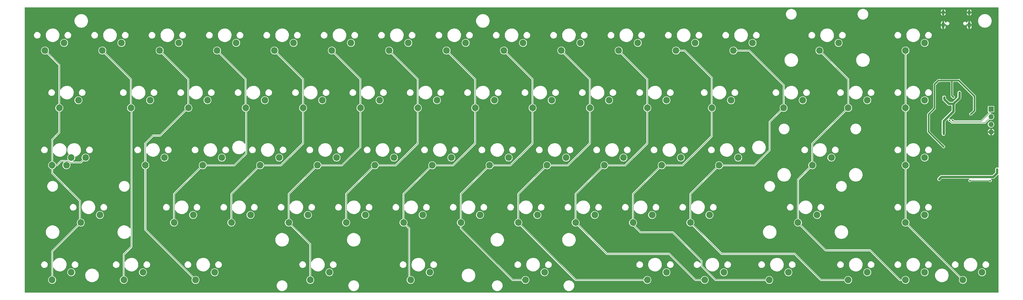
<source format=gtl>
%TF.GenerationSoftware,KiCad,Pcbnew,7.0.11*%
%TF.CreationDate,2024-04-25T10:19:36+05:30*%
%TF.ProjectId,Lexicon 69,4c657869-636f-46e2-9036-392e6b696361,rev?*%
%TF.SameCoordinates,Original*%
%TF.FileFunction,Copper,L1,Top*%
%TF.FilePolarity,Positive*%
%FSLAX46Y46*%
G04 Gerber Fmt 4.6, Leading zero omitted, Abs format (unit mm)*
G04 Created by KiCad (PCBNEW 7.0.11) date 2024-04-25 10:19:36*
%MOMM*%
%LPD*%
G01*
G04 APERTURE LIST*
%TA.AperFunction,ComponentPad*%
%ADD10C,2.200000*%
%TD*%
%TA.AperFunction,ComponentPad*%
%ADD11R,1.700000X1.700000*%
%TD*%
%TA.AperFunction,ComponentPad*%
%ADD12O,1.700000X1.700000*%
%TD*%
%TA.AperFunction,ComponentPad*%
%ADD13O,1.000000X1.600000*%
%TD*%
%TA.AperFunction,ComponentPad*%
%ADD14O,1.000000X2.100000*%
%TD*%
%TA.AperFunction,ViaPad*%
%ADD15C,0.600000*%
%TD*%
%TA.AperFunction,Conductor*%
%ADD16C,0.800000*%
%TD*%
%TA.AperFunction,Conductor*%
%ADD17C,0.500000*%
%TD*%
%TA.AperFunction,Conductor*%
%ADD18C,0.200000*%
%TD*%
%TA.AperFunction,Conductor*%
%ADD19C,0.250000*%
%TD*%
G04 APERTURE END LIST*
D10*
%TO.P,SW68,1,1*%
%TO.N,COL14*%
X359410000Y-162242500D03*
%TO.P,SW68,2,2*%
%TO.N,Net-(D134-A)*%
X365760000Y-159702500D03*
%TD*%
%TO.P,SW8,1,1*%
%TO.N,COL1*%
X83185000Y-105092500D03*
%TO.P,SW8,2,2*%
%TO.N,Net-(D7-A)*%
X89535000Y-102552500D03*
%TD*%
%TO.P,SW29,1,1*%
%TO.N,COL6*%
X168910000Y-86042500D03*
%TO.P,SW29,2,2*%
%TO.N,Net-(D28-A)*%
X175260000Y-83502500D03*
%TD*%
%TO.P,SW41,1,1*%
%TO.N,COL9*%
X226060000Y-86042500D03*
%TO.P,SW41,2,2*%
%TO.N,Net-(D40-A)*%
X232410000Y-83502500D03*
%TD*%
%TO.P,SW39,1,1*%
%TO.N,COL8*%
X202247500Y-124142500D03*
%TO.P,SW39,2,2*%
%TO.N,Net-(D38-A)*%
X208597500Y-121602500D03*
%TD*%
%TO.P,SW18,1,1*%
%TO.N,COL3*%
X106997500Y-124142500D03*
%TO.P,SW18,2,2*%
%TO.N,Net-(D17-A)*%
X113347500Y-121602500D03*
%TD*%
%TO.P,SW6,1,1*%
%TO.N,COL0*%
X56991250Y-162242500D03*
%TO.P,SW6,2,2*%
%TO.N,Net-(D5-A)*%
X63341250Y-159702500D03*
%TD*%
%TO.P,SW79,1,1*%
%TO.N,COL5*%
X142716250Y-162242500D03*
%TO.P,SW79,2,2*%
%TO.N,Net-(D74-A)*%
X149066250Y-159702500D03*
%TD*%
%TO.P,SW33,1,1*%
%TO.N,COL7*%
X187960000Y-86042500D03*
%TO.P,SW33,2,2*%
%TO.N,Net-(D32-A)*%
X194310000Y-83502500D03*
%TD*%
%TO.P,SW20,1,1*%
%TO.N,COL4*%
X130810000Y-86042500D03*
%TO.P,SW20,2,2*%
%TO.N,Net-(D19-A)*%
X137160000Y-83502500D03*
%TD*%
%TO.P,SW47,1,1*%
%TO.N,COL10*%
X254635000Y-105092500D03*
%TO.P,SW47,2,2*%
%TO.N,Net-(D46-A)*%
X260985000Y-102552500D03*
%TD*%
%TO.P,SW75,1,1*%
%TO.N,COL12*%
X278447500Y-124142500D03*
%TO.P,SW75,2,2*%
%TO.N,Net-(D70-A)*%
X284797500Y-121602500D03*
%TD*%
%TO.P,SW49,1,1*%
%TO.N,COL10*%
X230822500Y-143192500D03*
%TO.P,SW49,2,2*%
%TO.N,Net-(D48-A)*%
X237172500Y-140652500D03*
%TD*%
%TO.P,SW57,1,1*%
%TO.N,COL12*%
X299878750Y-105092500D03*
%TO.P,SW57,2,2*%
%TO.N,Net-(D56-A)*%
X306228750Y-102552500D03*
%TD*%
%TO.P,SW36,1,1*%
%TO.N,COL7*%
X173672500Y-143192500D03*
%TO.P,SW36,2,2*%
%TO.N,Net-(D35-A)*%
X180022500Y-140652500D03*
%TD*%
%TO.P,SW78,1,1*%
%TO.N,COL2*%
X104616250Y-162242500D03*
%TO.P,SW78,2,2*%
%TO.N,Net-(D73-A)*%
X110966250Y-159702500D03*
%TD*%
%TO.P,SW59,1,1*%
%TO.N,COL12*%
X321310000Y-162242500D03*
%TO.P,SW59,2,2*%
%TO.N,Net-(D58-A)*%
X327660000Y-159702500D03*
%TD*%
%TO.P,SW42,1,1*%
%TO.N,COL9*%
X235585000Y-105092500D03*
%TO.P,SW42,2,2*%
%TO.N,Net-(D41-A)*%
X241935000Y-102552500D03*
%TD*%
%TO.P,SW28,1,1*%
%TO.N,COL5*%
X135572500Y-143192500D03*
%TO.P,SW28,2,2*%
%TO.N,Net-(D27-A)*%
X141922500Y-140652500D03*
%TD*%
%TO.P,SW38,1,1*%
%TO.N,COL8*%
X216535000Y-105092500D03*
%TO.P,SW38,2,2*%
%TO.N,Net-(D37-A)*%
X222885000Y-102552500D03*
%TD*%
%TO.P,SW22,1,1*%
%TO.N,COL4*%
X126047500Y-124142500D03*
%TO.P,SW22,2,2*%
%TO.N,Net-(D21-A)*%
X132397500Y-121602500D03*
%TD*%
%TO.P,SW56,1,1*%
%TO.N,COL12*%
X283210000Y-86042500D03*
%TO.P,SW56,2,2*%
%TO.N,Net-(D55-A)*%
X289560000Y-83502500D03*
%TD*%
%TO.P,SW26,1,1*%
%TO.N,COL5*%
X159385000Y-105092500D03*
%TO.P,SW26,2,2*%
%TO.N,Net-(D25-A)*%
X165735000Y-102552500D03*
%TD*%
%TO.P,SW31,1,1*%
%TO.N,COL6*%
X164147500Y-124142500D03*
%TO.P,SW31,2,2*%
%TO.N,Net-(D30-A)*%
X170497500Y-121602500D03*
%TD*%
%TO.P,SW4,1,1*%
%TO.N,COL0*%
X56991250Y-124142500D03*
%TO.P,SW4,2,2*%
%TO.N,Net-(D3-A)*%
X63341250Y-121602500D03*
%TD*%
%TO.P,SW54,1,1*%
%TO.N,COL11*%
X249872500Y-143192500D03*
%TO.P,SW54,2,2*%
%TO.N,Net-(D53-A)*%
X256222500Y-140652500D03*
%TD*%
%TO.P,SW30,1,1*%
%TO.N,COL6*%
X178435000Y-105092500D03*
%TO.P,SW30,2,2*%
%TO.N,Net-(D29-A)*%
X184785000Y-102552500D03*
%TD*%
%TO.P,SW1,1,1*%
%TO.N,COL14*%
X340360000Y-86042500D03*
%TO.P,SW1,2,2*%
%TO.N,Net-(D60-A)*%
X346710000Y-83502500D03*
%TD*%
%TO.P,SW48,1,1*%
%TO.N,COL10*%
X240347500Y-124142500D03*
%TO.P,SW48,2,2*%
%TO.N,Net-(D47-A)*%
X246697500Y-121602500D03*
%TD*%
%TO.P,SW40,1,1*%
%TO.N,COL8*%
X192722500Y-143192500D03*
%TO.P,SW40,2,2*%
%TO.N,Net-(D39-A)*%
X199072500Y-140652500D03*
%TD*%
%TO.P,SW21,1,1*%
%TO.N,COL4*%
X140335000Y-105092500D03*
%TO.P,SW21,2,2*%
%TO.N,Net-(D20-A)*%
X146685000Y-102552500D03*
%TD*%
%TO.P,SW17,1,1*%
%TO.N,COL3*%
X121285000Y-105092500D03*
%TO.P,SW17,2,2*%
%TO.N,Net-(D16-A)*%
X127635000Y-102552500D03*
%TD*%
%TO.P,SW23,1,1*%
%TO.N,COL4*%
X116522500Y-143192500D03*
%TO.P,SW23,2,2*%
%TO.N,Net-(D22-A)*%
X122872500Y-140652500D03*
%TD*%
%TO.P,SW16,1,1*%
%TO.N,COL3*%
X111760000Y-86042500D03*
%TO.P,SW16,2,2*%
%TO.N,Net-(D15-A)*%
X118110000Y-83502500D03*
%TD*%
%TO.P,SW51,1,1*%
%TO.N,COL11*%
X264160000Y-86042500D03*
%TO.P,SW51,2,2*%
%TO.N,Net-(D50-A)*%
X270510000Y-83502500D03*
%TD*%
%TO.P,SW52,1,1*%
%TO.N,COL11*%
X276066250Y-105092500D03*
%TO.P,SW52,2,2*%
%TO.N,Net-(D51-A)*%
X282416250Y-102552500D03*
%TD*%
%TO.P,SW25,1,1*%
%TO.N,COL5*%
X149860000Y-86042500D03*
%TO.P,SW25,2,2*%
%TO.N,Net-(D24-A)*%
X156210000Y-83502500D03*
%TD*%
%TO.P,SW12,1,1*%
%TO.N,COL2*%
X102235000Y-105092500D03*
%TO.P,SW12,2,2*%
%TO.N,Net-(D11-A)*%
X108585000Y-102552500D03*
%TD*%
%TO.P,SW7,1,1*%
%TO.N,COL1*%
X73660000Y-86042500D03*
%TO.P,SW7,2,2*%
%TO.N,Net-(D6-A)*%
X80010000Y-83502500D03*
%TD*%
%TO.P,SW37,1,1*%
%TO.N,COL8*%
X207010000Y-86042500D03*
%TO.P,SW37,2,2*%
%TO.N,Net-(D36-A)*%
X213360000Y-83502500D03*
%TD*%
%TO.P,SW43,1,1*%
%TO.N,COL9*%
X221297500Y-124142500D03*
%TO.P,SW43,2,2*%
%TO.N,Net-(D42-A)*%
X227647500Y-121602500D03*
%TD*%
%TO.P,SW58,1,1*%
%TO.N,COL12*%
X268922500Y-143192500D03*
%TO.P,SW58,2,2*%
%TO.N,Net-(D57-A)*%
X275272500Y-140652500D03*
%TD*%
%TO.P,SW55,1,1*%
%TO.N,COL10*%
X273685000Y-162242500D03*
%TO.P,SW55,2,2*%
%TO.N,Net-(D54-A)*%
X280035000Y-159702500D03*
%TD*%
%TO.P,SW50,1,1*%
%TO.N,COL9*%
X254635000Y-162242500D03*
%TO.P,SW50,2,2*%
%TO.N,Net-(D49-A)*%
X260985000Y-159702500D03*
%TD*%
%TO.P,SW64,1,1*%
%TO.N,COL13*%
X340360000Y-162242500D03*
%TO.P,SW64,2,2*%
%TO.N,Net-(D63-A)*%
X346710000Y-159702500D03*
%TD*%
%TO.P,SW3,1,1*%
%TO.N,COL0*%
X59372500Y-105092500D03*
%TO.P,SW3,2,2*%
%TO.N,Net-(D2-A)*%
X65722500Y-102552500D03*
%TD*%
%TO.P,SW46,1,1*%
%TO.N,COL10*%
X245110000Y-86042500D03*
%TO.P,SW46,2,2*%
%TO.N,Net-(D45-A)*%
X251460000Y-83502500D03*
%TD*%
%TO.P,SW15,1,1*%
%TO.N,COL1*%
X80803750Y-162242500D03*
%TO.P,SW15,2,2*%
%TO.N,Net-(D14-A)*%
X87153750Y-159702500D03*
%TD*%
%TO.P,SW11,1,1*%
%TO.N,COL2*%
X92710000Y-86042500D03*
%TO.P,SW11,2,2*%
%TO.N,Net-(D10-A)*%
X99060000Y-83502500D03*
%TD*%
%TO.P,SW82,1,1*%
%TO.N,COL11*%
X295116250Y-162242500D03*
%TO.P,SW82,2,2*%
%TO.N,Net-(D77-A)*%
X301466250Y-159702500D03*
%TD*%
%TO.P,SW27,1,1*%
%TO.N,COL5*%
X145097500Y-124142500D03*
%TO.P,SW27,2,2*%
%TO.N,Net-(D26-A)*%
X151447500Y-121602500D03*
%TD*%
%TO.P,SW35,1,1*%
%TO.N,COL7*%
X183197500Y-124142500D03*
%TO.P,SW35,2,2*%
%TO.N,Net-(D34-A)*%
X189547500Y-121602500D03*
%TD*%
%TO.P,SW19,1,1*%
%TO.N,COL3*%
X97472500Y-143192500D03*
%TO.P,SW19,2,2*%
%TO.N,Net-(D18-A)*%
X103822500Y-140652500D03*
%TD*%
%TO.P,SW67,1,1*%
%TO.N,COL14*%
X340360000Y-124142500D03*
%TO.P,SW67,2,2*%
%TO.N,Net-(D133-A)*%
X346710000Y-121602500D03*
%TD*%
%TO.P,SW44,1,1*%
%TO.N,COL9*%
X211772500Y-143192500D03*
%TO.P,SW44,2,2*%
%TO.N,Net-(D43-A)*%
X218122500Y-140652500D03*
%TD*%
%TO.P,SW53,1,1*%
%TO.N,COL11*%
X259397500Y-124142500D03*
%TO.P,SW53,2,2*%
%TO.N,Net-(D52-A)*%
X265747500Y-121602500D03*
%TD*%
%TO.P,SW77,1,1*%
%TO.N,COL8*%
X214153750Y-162242500D03*
%TO.P,SW77,2,2*%
%TO.N,Net-(D72-A)*%
X220503750Y-159702500D03*
%TD*%
%TO.P,SW63,1,1*%
%TO.N,COL13*%
X304641250Y-143192500D03*
%TO.P,SW63,2,2*%
%TO.N,Net-(D62-A)*%
X310991250Y-140652500D03*
%TD*%
%TO.P,SW2,1,1*%
%TO.N,COL0*%
X54610000Y-86042500D03*
%TO.P,SW2,2,2*%
%TO.N,Net-(D1-A)*%
X60960000Y-83502500D03*
%TD*%
%TO.P,SW32,1,1*%
%TO.N,COL6*%
X154622500Y-143192500D03*
%TO.P,SW32,2,2*%
%TO.N,Net-(D31-A)*%
X160972500Y-140652500D03*
%TD*%
%TO.P,SW5,1,1*%
%TO.N,COL0*%
X66516250Y-143192500D03*
%TO.P,SW5,2,2*%
%TO.N,Net-(D4-A)*%
X72866250Y-140652500D03*
%TD*%
%TO.P,SW62,1,1*%
%TO.N,COL13*%
X309403750Y-124142500D03*
%TO.P,SW62,2,2*%
%TO.N,Net-(D61-A)*%
X315753750Y-121602500D03*
%TD*%
%TO.P,SW13,1,1*%
%TO.N,COL2*%
X87947500Y-124142500D03*
%TO.P,SW13,2,2*%
%TO.N,Net-(D12-A)*%
X94297500Y-121602500D03*
%TD*%
%TO.P,SW70,1,1*%
%TO.N,COL13*%
X311785000Y-86042500D03*
%TO.P,SW70,2,2*%
%TO.N,Net-(D65-A)*%
X318135000Y-83502500D03*
%TD*%
%TO.P,SW69,1,1*%
%TO.N,COL14*%
X340360000Y-143192500D03*
%TO.P,SW69,2,2*%
%TO.N,Net-(D64-A)*%
X346710000Y-140652500D03*
%TD*%
%TO.P,SW71,1,1*%
%TO.N,COL13*%
X321310000Y-105092500D03*
%TO.P,SW71,2,2*%
%TO.N,Net-(D66-A)*%
X327660000Y-102552500D03*
%TD*%
%TO.P,SW24,1,1*%
%TO.N,COL7*%
X176053750Y-162242500D03*
%TO.P,SW24,2,2*%
%TO.N,Net-(D23-A)*%
X182403750Y-159702500D03*
%TD*%
%TO.P,SW66,1,1*%
%TO.N,COL14*%
X340360000Y-105092500D03*
%TO.P,SW66,2,2*%
%TO.N,Net-(D132-A)*%
X346710000Y-102552500D03*
%TD*%
%TO.P,SW34,1,1*%
%TO.N,COL7*%
X197485000Y-105092500D03*
%TO.P,SW34,2,2*%
%TO.N,Net-(D33-A)*%
X203835000Y-102552500D03*
%TD*%
%TO.P,SW9,1,1*%
%TO.N,Net-(D3-A)*%
X61753750Y-124142500D03*
%TO.P,SW9,2,2*%
%TO.N,COL0*%
X68103750Y-121602500D03*
%TD*%
D11*
%TO.P,J5,1,Pin_1*%
%TO.N,/SWCLK*%
X368750000Y-105500000D03*
D12*
%TO.P,J5,2,Pin_2*%
%TO.N,/SWD*%
X368750000Y-108040000D03*
%TO.P,J5,3,Pin_3*%
%TO.N,+3.3V*%
X368750000Y-110580000D03*
%TO.P,J5,4,Pin_4*%
%TO.N,GND*%
X368750000Y-113120000D03*
%TD*%
D13*
%TO.P,J2,S1,SHIELD*%
%TO.N,GND*%
X352867500Y-73390000D03*
D14*
X352867500Y-77570000D03*
D13*
X361507500Y-73390000D03*
D14*
X361507500Y-77570000D03*
%TD*%
D15*
%TO.N,GND*%
X319000000Y-111750000D03*
X369500000Y-101500000D03*
X356500000Y-114000000D03*
X194250000Y-116750000D03*
X350250000Y-112500000D03*
X257250000Y-86750000D03*
X345750000Y-108250000D03*
X360750000Y-79750000D03*
X151250000Y-97750000D03*
X351500000Y-134500000D03*
X352500000Y-98500000D03*
X165500000Y-135500000D03*
X358000000Y-135000000D03*
X331750000Y-113000000D03*
X360250000Y-103500000D03*
X361100002Y-113500000D03*
X361250000Y-105250000D03*
X312500000Y-105500000D03*
X352500000Y-97000000D03*
X108750000Y-135750000D03*
X187000000Y-154750000D03*
X364750000Y-82000000D03*
X146500000Y-136000000D03*
X354250000Y-129500000D03*
X284500000Y-155000000D03*
X127500000Y-135750000D03*
X332250000Y-97750000D03*
X310750000Y-97750000D03*
X359500000Y-129500000D03*
X184500000Y-135750000D03*
X295250000Y-87000000D03*
X331500000Y-115750000D03*
X349750000Y-76750000D03*
X208250000Y-97500000D03*
X367000000Y-89750000D03*
X104750000Y-87000000D03*
X332500000Y-154750000D03*
X98750000Y-116750000D03*
X296750000Y-112500000D03*
X352000000Y-135500000D03*
X357750000Y-86250000D03*
X362000000Y-79500000D03*
X365500000Y-86750000D03*
X304750000Y-111750000D03*
X363500000Y-108500000D03*
X219250000Y-87000000D03*
X265250000Y-97500000D03*
X370250000Y-129500000D03*
X344250000Y-104000000D03*
X368500000Y-126500000D03*
X362000000Y-125000000D03*
X265750000Y-154750000D03*
X301000000Y-119000000D03*
X352000000Y-79500000D03*
X94000000Y-154750000D03*
X66500000Y-86750000D03*
X324250000Y-118750000D03*
X227250000Y-97500000D03*
X332250000Y-86750000D03*
X355500000Y-129500000D03*
X333250000Y-105500000D03*
X351250000Y-99250000D03*
X363750000Y-81250000D03*
X132250000Y-97250000D03*
X156000000Y-116500000D03*
X72500000Y-116750000D03*
X85750000Y-135750000D03*
X115500000Y-154500000D03*
X363500000Y-77500000D03*
X346250000Y-114250000D03*
X233500000Y-154750000D03*
X279750000Y-135750000D03*
X143000000Y-86750000D03*
X363750000Y-99500000D03*
X357500000Y-105100000D03*
X358600000Y-106500000D03*
X355405330Y-114094670D03*
X359000000Y-114750000D03*
X170250000Y-97750000D03*
X354250000Y-106750000D03*
X353750000Y-114250000D03*
X349000000Y-108000000D03*
X68000000Y-155000000D03*
X162000000Y-154750000D03*
X296500000Y-117000000D03*
X314750000Y-118000000D03*
X356000000Y-81000000D03*
X354250000Y-105000000D03*
X356750000Y-99250000D03*
X335750000Y-103000000D03*
X356250000Y-132250000D03*
X297000000Y-105250000D03*
X334750000Y-97750000D03*
X362000000Y-126500000D03*
X101250000Y-116500000D03*
X357250000Y-108750000D03*
X181000000Y-87000000D03*
X360750000Y-125000000D03*
X351500000Y-102250000D03*
X353250000Y-99250000D03*
X362500000Y-81250000D03*
X360750000Y-126500000D03*
X353500000Y-79750000D03*
X203500000Y-135500000D03*
X136750000Y-116750000D03*
X366500000Y-105500000D03*
X364750000Y-83250000D03*
X70250000Y-97500000D03*
%TO.N,+5V*%
X370750000Y-126750000D03*
X351500000Y-128750000D03*
X352250000Y-128000000D03*
X370750000Y-125500000D03*
%TO.N,+3.3V*%
X356225960Y-101525960D03*
X351750000Y-96000000D03*
X350250000Y-97000000D03*
X363250000Y-104750000D03*
X362000000Y-107150000D03*
X353000000Y-118000000D03*
X348000000Y-108250000D03*
X363255411Y-105500000D03*
X352250000Y-117250000D03*
X358000000Y-96000000D03*
%TO.N,+1V1*%
X353000000Y-113750000D03*
X353174265Y-101575735D03*
X358250000Y-100000000D03*
%TO.N,/USB_BOOT*%
X361750000Y-129250000D03*
X368500000Y-129250000D03*
%TO.N,/SWCLK*%
X356000000Y-109250000D03*
%TO.N,/SWD*%
X354973266Y-109223266D03*
%TD*%
D16*
%TO.N,+5V*%
X369500000Y-128000000D02*
X352250000Y-128000000D01*
X370750000Y-126750000D02*
X369500000Y-128000000D01*
X352250000Y-128000000D02*
X351500000Y-128750000D01*
X370750000Y-126750000D02*
X370750000Y-125500000D01*
D17*
%TO.N,+3.3V*%
X351250000Y-96000000D02*
X350250000Y-97000000D01*
X363250000Y-101250000D02*
X358000000Y-96000000D01*
X348000000Y-108250000D02*
X348000000Y-113000000D01*
X362100000Y-107150000D02*
X362000000Y-107150000D01*
X350000000Y-97250000D02*
X350000000Y-105250000D01*
X352250000Y-117250000D02*
X353000000Y-118000000D01*
X363255411Y-105994589D02*
X362100000Y-107150000D01*
X355750000Y-101050000D02*
X355750000Y-96000000D01*
X355750000Y-96000000D02*
X358000000Y-96000000D01*
X350000000Y-105250000D02*
X348000000Y-107250000D01*
X350250000Y-97000000D02*
X350000000Y-97250000D01*
X351750000Y-96000000D02*
X351250000Y-96000000D01*
X363250000Y-104750000D02*
X363250000Y-101250000D01*
X356225960Y-101525960D02*
X355750000Y-101050000D01*
X348000000Y-113000000D02*
X352250000Y-117250000D01*
X355750000Y-96000000D02*
X351750000Y-96000000D01*
X363255411Y-105500000D02*
X363255411Y-105994589D01*
X363250000Y-105494589D02*
X363250000Y-104750000D01*
X363255411Y-105500000D02*
X363250000Y-105494589D01*
X348000000Y-107250000D02*
X348000000Y-108250000D01*
D16*
%TO.N,+1V1*%
X356250000Y-103750000D02*
X354750000Y-103750000D01*
X358250000Y-100000000D02*
X358250000Y-101750000D01*
X353000000Y-113750000D02*
X353000000Y-109500000D01*
X353000000Y-109500000D02*
X356250000Y-106250000D01*
X354750000Y-103750000D02*
X353174265Y-102174265D01*
X358250000Y-101750000D02*
X356250000Y-103750000D01*
X353174265Y-102174265D02*
X353174265Y-101575735D01*
X356250000Y-106250000D02*
X356250000Y-103750000D01*
D18*
%TO.N,COL1*%
X83300150Y-105207650D02*
X83300150Y-151252975D01*
X83185000Y-105092500D02*
X83185000Y-95567500D01*
X83185000Y-105092500D02*
X83300150Y-105207650D01*
X80803750Y-153749375D02*
X80803750Y-162242500D01*
X83185000Y-95567500D02*
X73660000Y-86042500D01*
X83300150Y-151252975D02*
X80803750Y-153749375D01*
%TO.N,COL2*%
X102235000Y-105092500D02*
X102076250Y-105092500D01*
X104616250Y-162242500D02*
X87947500Y-145573749D01*
X87947500Y-116840000D02*
X87947500Y-124142500D01*
X102235000Y-95567500D02*
X92710000Y-86042500D01*
X102076250Y-105092500D02*
X92868750Y-114300000D01*
X92868750Y-114300000D02*
X90487500Y-114300000D01*
X90487500Y-114300000D02*
X87947500Y-116840000D01*
X102235000Y-105092500D02*
X102235000Y-95567500D01*
X87947500Y-145573749D02*
X87947500Y-124142500D01*
%TO.N,COL3*%
X97472500Y-143192500D02*
X97472500Y-133667500D01*
X121285000Y-95567500D02*
X111760000Y-86042500D01*
X121285000Y-105092500D02*
X121285000Y-95567500D01*
X121443750Y-105251250D02*
X121285000Y-105092500D01*
X117554375Y-124142500D02*
X121443750Y-120253125D01*
X106997500Y-124142500D02*
X117554375Y-124142500D01*
X97472500Y-133667500D02*
X106997500Y-124142500D01*
X121443750Y-120253125D02*
X121443750Y-105251250D01*
%TO.N,COL4*%
X140335000Y-105092500D02*
X140335000Y-95567500D01*
X140335000Y-95567500D02*
X130810000Y-86042500D01*
X116522500Y-143192500D02*
X116522500Y-133667500D01*
X126047500Y-124142500D02*
X133032500Y-124142500D01*
X140335000Y-116840000D02*
X140335000Y-105092500D01*
X133032500Y-124142500D02*
X140335000Y-116840000D01*
X116522500Y-133667500D02*
X126047500Y-124142500D01*
%TO.N,COL5*%
X135572500Y-143192500D02*
X142716250Y-150336250D01*
X159385000Y-95567500D02*
X149860000Y-86042500D01*
X159385000Y-118030625D02*
X159385000Y-105092500D01*
X135572500Y-133667500D02*
X145097500Y-124142500D01*
X142716250Y-150336250D02*
X142716250Y-162242500D01*
X145097500Y-124142500D02*
X153273125Y-124142500D01*
X153273125Y-124142500D02*
X159385000Y-118030625D01*
X159385000Y-105092500D02*
X159385000Y-95567500D01*
X135572500Y-143192500D02*
X135572500Y-133667500D01*
%TO.N,COL7*%
X183197500Y-124142500D02*
X190182500Y-124142500D01*
X173672500Y-143192500D02*
X175500000Y-145020000D01*
X197485000Y-105092500D02*
X197485000Y-95567500D01*
X197485000Y-95567500D02*
X187960000Y-86042500D01*
X175500000Y-161688750D02*
X176053750Y-162242500D01*
X197485000Y-116840000D02*
X197485000Y-105092500D01*
X173672500Y-143192500D02*
X173672500Y-133667500D01*
X175500000Y-145020000D02*
X175500000Y-161688750D01*
X190182500Y-124142500D02*
X197485000Y-116840000D01*
X173672500Y-133667500D02*
X183197500Y-124142500D01*
%TO.N,COL6*%
X178435000Y-95567500D02*
X168910000Y-86042500D01*
X178435000Y-105092500D02*
X178435000Y-95567500D01*
X171132500Y-124142500D02*
X178435000Y-116840000D01*
X154622500Y-133667500D02*
X164147500Y-124142500D01*
X154622500Y-143192500D02*
X154622500Y-133667500D01*
X164147500Y-124142500D02*
X171132500Y-124142500D01*
X178435000Y-116840000D02*
X178435000Y-105092500D01*
%TO.N,COL8*%
X192722500Y-143192500D02*
X192722500Y-145097500D01*
X209232500Y-124142500D02*
X216535000Y-116840000D01*
X192722500Y-143192500D02*
X192722500Y-133667500D01*
X202247500Y-124142500D02*
X209232500Y-124142500D01*
X192722500Y-145097500D02*
X209867500Y-162242500D01*
X216535000Y-105092500D02*
X216535000Y-95567500D01*
X216535000Y-95567500D02*
X207010000Y-86042500D01*
X192722500Y-133667500D02*
X202247500Y-124142500D01*
X209867500Y-162242500D02*
X214153750Y-162242500D01*
X216535000Y-116840000D02*
X216535000Y-105092500D01*
%TO.N,COL9*%
X235585000Y-116840000D02*
X235585000Y-105092500D01*
X221297500Y-124142500D02*
X228282500Y-124142500D01*
X228282500Y-124142500D02*
X235585000Y-116840000D01*
X230822500Y-162242500D02*
X254635000Y-162242500D01*
X211772500Y-143192500D02*
X211772500Y-133667500D01*
X211772500Y-143192500D02*
X230822500Y-162242500D01*
X235585000Y-105092500D02*
X235585000Y-95567500D01*
X235585000Y-95567500D02*
X226060000Y-86042500D01*
X211772500Y-133667500D02*
X221297500Y-124142500D01*
%TO.N,COL10*%
X254635000Y-95567500D02*
X245110000Y-86042500D01*
X247332500Y-124142500D02*
X254635000Y-116840000D01*
X230822500Y-143192500D02*
X230822500Y-133667500D01*
X241220625Y-153590625D02*
X230822500Y-143192500D01*
X254635000Y-116840000D02*
X254635000Y-105092500D01*
X261937500Y-153590625D02*
X241220625Y-153590625D01*
X230822500Y-133667500D02*
X240347500Y-124142500D01*
X270589375Y-162242500D02*
X261937500Y-153590625D01*
X273685000Y-162242500D02*
X270589375Y-162242500D01*
X254635000Y-105092500D02*
X254635000Y-95567500D01*
X240347500Y-124142500D02*
X247332500Y-124142500D01*
%TO.N,COL11*%
X276066250Y-95091250D02*
X267017500Y-86042500D01*
X249872500Y-143192500D02*
X249872500Y-133667500D01*
X272653125Y-155971875D02*
X263128125Y-146446875D01*
X277242500Y-162242500D02*
X272653125Y-157653125D01*
X259397500Y-124142500D02*
X266382500Y-124142500D01*
X249872500Y-133667500D02*
X259397500Y-124142500D01*
X252412500Y-146446875D02*
X249872500Y-143906875D01*
X276066250Y-105092500D02*
X276066250Y-95091250D01*
X276066250Y-114458750D02*
X276066250Y-105092500D01*
X263128125Y-146446875D02*
X252412500Y-146446875D01*
X267017500Y-86042500D02*
X264160000Y-86042500D01*
X295116250Y-162242500D02*
X277242500Y-162242500D01*
X249872500Y-143906875D02*
X249872500Y-143192500D01*
X272653125Y-157653125D02*
X272653125Y-155971875D01*
X266382500Y-124142500D02*
X276066250Y-114458750D01*
%TO.N,COL12*%
X303609375Y-153590625D02*
X279320625Y-153590625D01*
X279320625Y-153590625D02*
X268922500Y-143192500D01*
X288448750Y-86042500D02*
X283210000Y-86042500D01*
X295275000Y-119062500D02*
X295275000Y-109696250D01*
X290195000Y-124142500D02*
X295275000Y-119062500D01*
X312261250Y-162242500D02*
X303609375Y-153590625D01*
X295275000Y-109696250D02*
X299878750Y-105092500D01*
X321310000Y-162242500D02*
X312261250Y-162242500D01*
X299878750Y-105092500D02*
X299878750Y-97472500D01*
X299878750Y-97472500D02*
X288448750Y-86042500D01*
X268922500Y-143192500D02*
X268922500Y-133667500D01*
X268922500Y-133667500D02*
X278447500Y-124142500D01*
X278447500Y-124142500D02*
X290195000Y-124142500D01*
%TO.N,COL13*%
X328612500Y-152400000D02*
X338455000Y-162242500D01*
X309403750Y-116998750D02*
X321310000Y-105092500D01*
X338455000Y-162242500D02*
X340360000Y-162242500D01*
X321310000Y-95567500D02*
X311785000Y-86042500D01*
X309403750Y-124142500D02*
X309403750Y-116998750D01*
X304641250Y-143192500D02*
X304641250Y-128905000D01*
X304641250Y-143192500D02*
X313848750Y-152400000D01*
X321310000Y-105092500D02*
X321310000Y-95567500D01*
X313848750Y-152400000D02*
X328612500Y-152400000D01*
X304641250Y-128905000D02*
X309403750Y-124142500D01*
%TO.N,COL14*%
X340360000Y-143192500D02*
X340360000Y-86042500D01*
X359410000Y-162242500D02*
X340360000Y-143192500D01*
D19*
%TO.N,/USB_BOOT*%
X368500000Y-129250000D02*
X361750000Y-129250000D01*
D18*
%TO.N,/SWCLK*%
X356000000Y-109250000D02*
X356300000Y-109550000D01*
X368750000Y-106250000D02*
X368750000Y-105500000D01*
X356300000Y-109550000D02*
X365450000Y-109550000D01*
X365450000Y-109550000D02*
X368750000Y-106250000D01*
%TO.N,/SWD*%
X354973266Y-109251084D02*
X355722182Y-110000000D01*
X355722182Y-110000000D02*
X366790000Y-110000000D01*
X354973266Y-109223266D02*
X354973266Y-109251084D01*
X366790000Y-110000000D02*
X368750000Y-108040000D01*
%TO.N,COL0*%
X58607500Y-124142500D02*
X56991250Y-124142500D01*
X59372500Y-105092500D02*
X59372500Y-113268125D01*
X66516250Y-143192500D02*
X56991250Y-152717500D01*
X59372500Y-113268125D02*
X56991250Y-115649375D01*
X62500000Y-122750000D02*
X60000000Y-122750000D01*
X66250000Y-136000000D02*
X66250000Y-142926250D01*
X56991250Y-126741250D02*
X66250000Y-136000000D01*
X56991250Y-152717500D02*
X56991250Y-162242500D01*
X56991250Y-124142500D02*
X56991250Y-126741250D01*
X63000000Y-123250000D02*
X62500000Y-122750000D01*
X68103750Y-121602500D02*
X66456250Y-123250000D01*
X66456250Y-123250000D02*
X63000000Y-123250000D01*
X56991250Y-115649375D02*
X56991250Y-124142500D01*
X59372500Y-90805000D02*
X54610000Y-86042500D01*
X59372500Y-105092500D02*
X59372500Y-90805000D01*
X66250000Y-142926250D02*
X66516250Y-143192500D01*
X60000000Y-122750000D02*
X58607500Y-124142500D01*
%TD*%
%TA.AperFunction,Conductor*%
%TO.N,GND*%
G36*
X371167539Y-71707685D02*
G01*
X371213294Y-71760489D01*
X371224500Y-71812000D01*
X371224500Y-124860988D01*
X371204815Y-124928027D01*
X371152011Y-124973782D01*
X371082853Y-124983726D01*
X371053048Y-124975549D01*
X370906765Y-124914957D01*
X370906760Y-124914955D01*
X370750001Y-124894318D01*
X370749999Y-124894318D01*
X370593239Y-124914955D01*
X370593237Y-124914956D01*
X370447160Y-124975463D01*
X370321718Y-125071718D01*
X370225463Y-125197160D01*
X370164956Y-125343237D01*
X370164955Y-125343239D01*
X370149501Y-125460629D01*
X370149500Y-125460645D01*
X370149500Y-126449903D01*
X370129815Y-126516942D01*
X370113181Y-126537584D01*
X369287584Y-127363181D01*
X369226261Y-127396666D01*
X369199903Y-127399500D01*
X352297487Y-127399500D01*
X352281302Y-127398439D01*
X352250000Y-127394318D01*
X352210639Y-127399500D01*
X352093239Y-127414955D01*
X352093237Y-127414956D01*
X351947160Y-127475463D01*
X351821714Y-127571721D01*
X351802495Y-127596769D01*
X351791800Y-127608964D01*
X351047554Y-128353209D01*
X351047548Y-128353216D01*
X350975464Y-128447158D01*
X350975461Y-128447163D01*
X350914957Y-128593234D01*
X350914955Y-128593239D01*
X350894318Y-128749998D01*
X350894318Y-128750001D01*
X350914955Y-128906760D01*
X350914956Y-128906762D01*
X350950739Y-128993151D01*
X350975464Y-129052841D01*
X351071718Y-129178282D01*
X351197159Y-129274536D01*
X351343238Y-129335044D01*
X351421619Y-129345363D01*
X351499999Y-129355682D01*
X351500000Y-129355682D01*
X351500001Y-129355682D01*
X351552254Y-129348802D01*
X351656762Y-129335044D01*
X351802841Y-129274536D01*
X351896785Y-129202450D01*
X352462416Y-128636819D01*
X352523739Y-128603334D01*
X352550097Y-128600500D01*
X361412582Y-128600500D01*
X361479621Y-128620185D01*
X361525376Y-128672989D01*
X361535320Y-128742147D01*
X361506295Y-128805703D01*
X361479622Y-128828815D01*
X361418874Y-128867855D01*
X361418872Y-128867856D01*
X361418872Y-128867857D01*
X361404762Y-128884141D01*
X361324623Y-128976626D01*
X361324622Y-128976628D01*
X361264834Y-129107543D01*
X361244353Y-129250000D01*
X361264834Y-129392456D01*
X361324622Y-129523371D01*
X361324623Y-129523373D01*
X361418872Y-129632143D01*
X361539947Y-129709953D01*
X361539950Y-129709954D01*
X361539949Y-129709954D01*
X361678036Y-129750499D01*
X361678038Y-129750500D01*
X361678039Y-129750500D01*
X361821962Y-129750500D01*
X361821962Y-129750499D01*
X361960053Y-129709953D01*
X362081128Y-129632143D01*
X362093126Y-129618296D01*
X362151903Y-129580523D01*
X362186838Y-129575500D01*
X368063162Y-129575500D01*
X368130201Y-129595185D01*
X368156872Y-129618295D01*
X368168872Y-129632143D01*
X368289947Y-129709953D01*
X368289950Y-129709954D01*
X368289949Y-129709954D01*
X368428036Y-129750499D01*
X368428038Y-129750500D01*
X368428039Y-129750500D01*
X368571962Y-129750500D01*
X368571962Y-129750499D01*
X368710053Y-129709953D01*
X368831128Y-129632143D01*
X368925377Y-129523373D01*
X368985165Y-129392457D01*
X369005647Y-129250000D01*
X368985165Y-129107543D01*
X368925377Y-128976627D01*
X368831128Y-128867857D01*
X368831125Y-128867855D01*
X368831126Y-128867855D01*
X368770378Y-128828815D01*
X368724624Y-128776011D01*
X368714680Y-128706853D01*
X368743705Y-128643297D01*
X368802483Y-128605523D01*
X368837418Y-128600500D01*
X369452513Y-128600500D01*
X369468697Y-128601560D01*
X369500000Y-128605682D01*
X369500001Y-128605682D01*
X369594514Y-128593239D01*
X369656762Y-128585044D01*
X369802841Y-128524536D01*
X369887007Y-128459953D01*
X369928282Y-128428282D01*
X369947509Y-128403223D01*
X369958190Y-128391043D01*
X371012819Y-127336415D01*
X371074142Y-127302930D01*
X371143834Y-127307914D01*
X371199767Y-127349786D01*
X371224184Y-127415250D01*
X371224500Y-127424096D01*
X371224500Y-166313000D01*
X371204815Y-166380039D01*
X371152011Y-166425794D01*
X371100500Y-166437000D01*
X47999500Y-166437000D01*
X47932461Y-166417315D01*
X47886706Y-166364511D01*
X47875500Y-166313000D01*
X47875500Y-164280487D01*
X131581750Y-164280487D01*
X131621387Y-164543466D01*
X131621389Y-164543472D01*
X131699784Y-164797619D01*
X131815174Y-165037229D01*
X131815175Y-165037231D01*
X131815177Y-165037234D01*
X131815179Y-165037238D01*
X131965000Y-165256985D01*
X132145894Y-165451944D01*
X132145898Y-165451947D01*
X132145899Y-165451948D01*
X132353835Y-165617772D01*
X132584164Y-165750752D01*
X132831740Y-165847919D01*
X133091033Y-165907101D01*
X133128346Y-165909897D01*
X133289827Y-165921999D01*
X133289846Y-165921999D01*
X133289849Y-165922000D01*
X133289851Y-165922000D01*
X133422649Y-165922000D01*
X133422651Y-165922000D01*
X133422653Y-165921999D01*
X133422672Y-165921999D01*
X133565496Y-165911295D01*
X133621467Y-165907101D01*
X133880760Y-165847919D01*
X134128336Y-165750752D01*
X134358665Y-165617772D01*
X134566601Y-165451948D01*
X134747500Y-165256985D01*
X134897321Y-165037238D01*
X135012717Y-164797616D01*
X135091111Y-164543471D01*
X135130749Y-164280487D01*
X155381750Y-164280487D01*
X155421387Y-164543466D01*
X155421389Y-164543472D01*
X155499784Y-164797619D01*
X155615174Y-165037229D01*
X155615175Y-165037231D01*
X155615177Y-165037234D01*
X155615179Y-165037238D01*
X155765000Y-165256985D01*
X155945894Y-165451944D01*
X155945898Y-165451947D01*
X155945899Y-165451948D01*
X156153835Y-165617772D01*
X156384164Y-165750752D01*
X156631740Y-165847919D01*
X156891033Y-165907101D01*
X156928346Y-165909897D01*
X157089827Y-165921999D01*
X157089846Y-165921999D01*
X157089849Y-165922000D01*
X157089851Y-165922000D01*
X157222649Y-165922000D01*
X157222651Y-165922000D01*
X157222653Y-165921999D01*
X157222672Y-165921999D01*
X157365496Y-165911295D01*
X157421467Y-165907101D01*
X157680760Y-165847919D01*
X157928336Y-165750752D01*
X158158665Y-165617772D01*
X158366601Y-165451948D01*
X158547500Y-165256985D01*
X158697321Y-165037238D01*
X158812717Y-164797616D01*
X158891111Y-164543471D01*
X158930749Y-164280487D01*
X203019250Y-164280487D01*
X203058887Y-164543466D01*
X203058889Y-164543472D01*
X203137284Y-164797619D01*
X203252674Y-165037229D01*
X203252675Y-165037231D01*
X203252677Y-165037234D01*
X203252679Y-165037238D01*
X203402500Y-165256985D01*
X203583394Y-165451944D01*
X203583398Y-165451947D01*
X203583399Y-165451948D01*
X203791335Y-165617772D01*
X204021664Y-165750752D01*
X204269240Y-165847919D01*
X204528533Y-165907101D01*
X204565846Y-165909897D01*
X204727327Y-165921999D01*
X204727346Y-165921999D01*
X204727349Y-165922000D01*
X204727351Y-165922000D01*
X204860149Y-165922000D01*
X204860151Y-165922000D01*
X204860153Y-165921999D01*
X204860172Y-165921999D01*
X205002996Y-165911295D01*
X205058967Y-165907101D01*
X205318260Y-165847919D01*
X205565836Y-165750752D01*
X205796165Y-165617772D01*
X206004101Y-165451948D01*
X206185000Y-165256985D01*
X206334821Y-165037238D01*
X206450217Y-164797616D01*
X206528611Y-164543471D01*
X206568249Y-164280487D01*
X226819250Y-164280487D01*
X226858887Y-164543466D01*
X226858889Y-164543472D01*
X226937284Y-164797619D01*
X227052674Y-165037229D01*
X227052675Y-165037231D01*
X227052677Y-165037234D01*
X227052679Y-165037238D01*
X227202500Y-165256985D01*
X227383394Y-165451944D01*
X227383398Y-165451947D01*
X227383399Y-165451948D01*
X227591335Y-165617772D01*
X227821664Y-165750752D01*
X228069240Y-165847919D01*
X228328533Y-165907101D01*
X228365846Y-165909897D01*
X228527327Y-165921999D01*
X228527346Y-165921999D01*
X228527349Y-165922000D01*
X228527351Y-165922000D01*
X228660149Y-165922000D01*
X228660151Y-165922000D01*
X228660153Y-165921999D01*
X228660172Y-165921999D01*
X228802996Y-165911295D01*
X228858967Y-165907101D01*
X229118260Y-165847919D01*
X229365836Y-165750752D01*
X229596165Y-165617772D01*
X229804101Y-165451948D01*
X229985000Y-165256985D01*
X230134821Y-165037238D01*
X230250217Y-164797616D01*
X230328611Y-164543471D01*
X230368250Y-164280480D01*
X230368250Y-164014520D01*
X230328611Y-163751529D01*
X230250217Y-163497384D01*
X230134821Y-163257762D01*
X229985000Y-163038015D01*
X229868870Y-162912856D01*
X229804105Y-162843055D01*
X229764111Y-162811161D01*
X229596165Y-162677228D01*
X229365836Y-162544248D01*
X229118260Y-162447081D01*
X229118251Y-162447079D01*
X229118248Y-162447078D01*
X228858964Y-162387898D01*
X228660172Y-162373000D01*
X228660151Y-162373000D01*
X228527349Y-162373000D01*
X228527327Y-162373000D01*
X228328535Y-162387898D01*
X228069251Y-162447078D01*
X228069243Y-162447080D01*
X228069240Y-162447081D01*
X228069237Y-162447081D01*
X228069234Y-162447083D01*
X227821663Y-162544248D01*
X227591335Y-162677228D01*
X227383394Y-162843055D01*
X227202500Y-163038014D01*
X227052675Y-163257768D01*
X227052674Y-163257770D01*
X226937284Y-163497380D01*
X226858889Y-163751527D01*
X226858887Y-163751533D01*
X226819250Y-164014512D01*
X226819250Y-164280487D01*
X206568249Y-164280487D01*
X206568250Y-164280480D01*
X206568250Y-164014520D01*
X206528611Y-163751529D01*
X206450217Y-163497384D01*
X206334821Y-163257762D01*
X206185000Y-163038015D01*
X206068870Y-162912856D01*
X206004105Y-162843055D01*
X205964111Y-162811161D01*
X205796165Y-162677228D01*
X205565836Y-162544248D01*
X205318260Y-162447081D01*
X205318251Y-162447079D01*
X205318248Y-162447078D01*
X205058964Y-162387898D01*
X204860172Y-162373000D01*
X204860151Y-162373000D01*
X204727349Y-162373000D01*
X204727327Y-162373000D01*
X204528535Y-162387898D01*
X204269251Y-162447078D01*
X204269243Y-162447080D01*
X204269240Y-162447081D01*
X204269237Y-162447081D01*
X204269234Y-162447083D01*
X204021663Y-162544248D01*
X203791335Y-162677228D01*
X203583394Y-162843055D01*
X203402500Y-163038014D01*
X203252675Y-163257768D01*
X203252674Y-163257770D01*
X203137284Y-163497380D01*
X203058889Y-163751527D01*
X203058887Y-163751533D01*
X203019250Y-164014512D01*
X203019250Y-164280487D01*
X158930749Y-164280487D01*
X158930750Y-164280480D01*
X158930750Y-164014520D01*
X158891111Y-163751529D01*
X158812717Y-163497384D01*
X158697321Y-163257762D01*
X158547500Y-163038015D01*
X158431370Y-162912856D01*
X158366605Y-162843055D01*
X158326611Y-162811161D01*
X158158665Y-162677228D01*
X157928336Y-162544248D01*
X157680760Y-162447081D01*
X157680751Y-162447079D01*
X157680748Y-162447078D01*
X157421464Y-162387898D01*
X157222672Y-162373000D01*
X157222651Y-162373000D01*
X157089849Y-162373000D01*
X157089827Y-162373000D01*
X156891035Y-162387898D01*
X156631751Y-162447078D01*
X156631743Y-162447080D01*
X156631740Y-162447081D01*
X156631737Y-162447081D01*
X156631734Y-162447083D01*
X156384163Y-162544248D01*
X156153835Y-162677228D01*
X155945894Y-162843055D01*
X155765000Y-163038014D01*
X155615175Y-163257768D01*
X155615174Y-163257770D01*
X155499784Y-163497380D01*
X155421389Y-163751527D01*
X155421387Y-163751533D01*
X155381750Y-164014512D01*
X155381750Y-164280487D01*
X135130749Y-164280487D01*
X135130750Y-164280480D01*
X135130750Y-164014520D01*
X135091111Y-163751529D01*
X135012717Y-163497384D01*
X134897321Y-163257762D01*
X134747500Y-163038015D01*
X134631370Y-162912856D01*
X134566605Y-162843055D01*
X134526611Y-162811161D01*
X134358665Y-162677228D01*
X134128336Y-162544248D01*
X133880760Y-162447081D01*
X133880751Y-162447079D01*
X133880748Y-162447078D01*
X133621464Y-162387898D01*
X133422672Y-162373000D01*
X133422651Y-162373000D01*
X133289849Y-162373000D01*
X133289827Y-162373000D01*
X133091035Y-162387898D01*
X132831751Y-162447078D01*
X132831743Y-162447080D01*
X132831740Y-162447081D01*
X132831737Y-162447081D01*
X132831734Y-162447083D01*
X132584163Y-162544248D01*
X132353835Y-162677228D01*
X132145894Y-162843055D01*
X131965000Y-163038014D01*
X131815175Y-163257768D01*
X131815174Y-163257770D01*
X131699784Y-163497380D01*
X131621389Y-163751527D01*
X131621387Y-163751533D01*
X131581750Y-164014512D01*
X131581750Y-164280487D01*
X47875500Y-164280487D01*
X47875500Y-157109901D01*
X53346996Y-157109901D01*
X53356995Y-157319827D01*
X53406546Y-157524078D01*
X53406548Y-157524082D01*
X53493848Y-157715243D01*
X53493851Y-157715248D01*
X53493852Y-157715250D01*
X53493854Y-157715253D01*
X53615760Y-157886446D01*
X53615765Y-157886453D01*
X53615770Y-157886459D01*
X53767870Y-158031485D01*
X53862828Y-158092511D01*
X53944678Y-158145113D01*
X54139793Y-158223225D01*
X54242862Y-158243090D01*
X54346164Y-158263000D01*
X54346165Y-158263000D01*
X54503669Y-158263000D01*
X54503675Y-158263000D01*
X54660468Y-158248028D01*
X54862125Y-158188816D01*
X55048932Y-158092511D01*
X55214136Y-157962592D01*
X55351769Y-157803756D01*
X55374978Y-157763558D01*
X55456851Y-157621749D01*
X55456850Y-157621749D01*
X55456854Y-157621744D01*
X55525594Y-157423133D01*
X55555504Y-157215102D01*
X55545504Y-157005170D01*
X55495954Y-156800924D01*
X55489750Y-156787339D01*
X55408651Y-156609756D01*
X55408648Y-156609751D01*
X55408647Y-156609750D01*
X55408646Y-156609747D01*
X55286736Y-156438548D01*
X55286734Y-156438546D01*
X55286729Y-156438540D01*
X55134629Y-156293514D01*
X54957824Y-156179888D01*
X54762705Y-156101774D01*
X54556336Y-156062000D01*
X54556335Y-156062000D01*
X54398825Y-156062000D01*
X54242032Y-156076972D01*
X54242028Y-156076973D01*
X54040377Y-156136183D01*
X53853563Y-156232491D01*
X53688366Y-156362405D01*
X53688362Y-156362409D01*
X53550728Y-156521246D01*
X53445648Y-156703250D01*
X53376906Y-156901865D01*
X53376906Y-156901867D01*
X53350270Y-157087131D01*
X53346996Y-157109901D01*
X47875500Y-157109901D01*
X47875500Y-146442667D01*
X54908083Y-146442667D01*
X54938160Y-146741642D01*
X54938161Y-146741649D01*
X55007818Y-147033941D01*
X55007821Y-147033953D01*
X55115816Y-147314353D01*
X55115823Y-147314368D01*
X55260229Y-147577875D01*
X55260233Y-147577881D01*
X55351546Y-147701812D01*
X55438473Y-147819790D01*
X55647371Y-148035789D01*
X55883196Y-148222018D01*
X56141737Y-148375152D01*
X56418383Y-148492460D01*
X56418386Y-148492460D01*
X56418389Y-148492462D01*
X56563289Y-148532154D01*
X56708196Y-148571848D01*
X57006005Y-148611900D01*
X57006010Y-148611900D01*
X57231291Y-148611900D01*
X57394763Y-148600956D01*
X57456069Y-148596852D01*
X57750537Y-148536999D01*
X58034401Y-148438431D01*
X58302593Y-148302907D01*
X58550330Y-148132846D01*
X58773189Y-147931282D01*
X58967193Y-147701812D01*
X59128881Y-147448532D01*
X59255368Y-147175960D01*
X59344396Y-146888962D01*
X59394376Y-146592658D01*
X59404417Y-146292336D01*
X59374339Y-145993355D01*
X59304680Y-145701051D01*
X59196681Y-145420640D01*
X59052271Y-145157125D01*
X59042947Y-145144471D01*
X58958871Y-145030361D01*
X58874027Y-144915210D01*
X58665129Y-144699211D01*
X58665122Y-144699205D01*
X58501974Y-144570368D01*
X58429304Y-144512982D01*
X58170763Y-144359848D01*
X57894117Y-144242540D01*
X57894110Y-144242537D01*
X57604309Y-144163153D01*
X57604306Y-144163152D01*
X57604304Y-144163152D01*
X57306495Y-144123100D01*
X57081217Y-144123100D01*
X57081209Y-144123100D01*
X56856433Y-144138147D01*
X56856424Y-144138149D01*
X56561960Y-144198001D01*
X56278097Y-144296569D01*
X56278094Y-144296571D01*
X56009912Y-144432089D01*
X55762168Y-144602155D01*
X55539312Y-144803716D01*
X55345308Y-145033186D01*
X55345306Y-145033188D01*
X55183616Y-145286472D01*
X55069905Y-145531514D01*
X55057132Y-145559040D01*
X55030856Y-145643746D01*
X54968104Y-145846035D01*
X54918124Y-146142342D01*
X54908083Y-146442667D01*
X47875500Y-146442667D01*
X47875500Y-138059901D01*
X62871996Y-138059901D01*
X62881995Y-138269827D01*
X62931546Y-138474078D01*
X62931548Y-138474082D01*
X63018848Y-138665243D01*
X63018851Y-138665248D01*
X63018852Y-138665250D01*
X63018854Y-138665253D01*
X63140764Y-138836452D01*
X63140765Y-138836453D01*
X63140770Y-138836459D01*
X63292870Y-138981485D01*
X63387828Y-139042511D01*
X63469678Y-139095113D01*
X63664793Y-139173225D01*
X63767862Y-139193090D01*
X63871164Y-139213000D01*
X63871165Y-139213000D01*
X64028669Y-139213000D01*
X64028675Y-139213000D01*
X64185468Y-139198028D01*
X64387125Y-139138816D01*
X64573932Y-139042511D01*
X64739136Y-138912592D01*
X64876769Y-138753756D01*
X64981854Y-138571744D01*
X65050594Y-138373133D01*
X65080504Y-138165102D01*
X65070504Y-137955170D01*
X65020954Y-137750924D01*
X65014750Y-137737339D01*
X64933651Y-137559756D01*
X64933648Y-137559751D01*
X64933647Y-137559750D01*
X64933646Y-137559747D01*
X64811736Y-137388548D01*
X64811734Y-137388546D01*
X64811729Y-137388540D01*
X64659629Y-137243514D01*
X64482824Y-137129888D01*
X64287705Y-137051774D01*
X64081336Y-137012000D01*
X64081335Y-137012000D01*
X63923825Y-137012000D01*
X63767032Y-137026972D01*
X63767028Y-137026973D01*
X63565377Y-137086183D01*
X63378563Y-137182491D01*
X63213366Y-137312405D01*
X63213362Y-137312409D01*
X63075728Y-137471246D01*
X62970648Y-137653250D01*
X62901906Y-137851865D01*
X62901906Y-137851867D01*
X62875270Y-138037131D01*
X62871996Y-138059901D01*
X47875500Y-138059901D01*
X47875500Y-131260487D01*
X55381750Y-131260487D01*
X55421387Y-131523466D01*
X55421389Y-131523472D01*
X55499784Y-131777619D01*
X55615174Y-132017229D01*
X55615175Y-132017231D01*
X55615177Y-132017234D01*
X55615179Y-132017238D01*
X55765000Y-132236985D01*
X55945894Y-132431944D01*
X55945898Y-132431947D01*
X55945899Y-132431948D01*
X56153835Y-132597772D01*
X56384164Y-132730752D01*
X56631740Y-132827919D01*
X56891033Y-132887101D01*
X56928346Y-132889897D01*
X57089827Y-132901999D01*
X57089846Y-132901999D01*
X57089849Y-132902000D01*
X57089851Y-132902000D01*
X57222649Y-132902000D01*
X57222651Y-132902000D01*
X57222653Y-132901999D01*
X57222672Y-132901999D01*
X57365496Y-132891295D01*
X57421467Y-132887101D01*
X57680760Y-132827919D01*
X57928336Y-132730752D01*
X58158665Y-132597772D01*
X58366601Y-132431948D01*
X58547500Y-132236985D01*
X58697321Y-132017238D01*
X58812717Y-131777616D01*
X58891111Y-131523471D01*
X58930750Y-131260480D01*
X58930750Y-130994520D01*
X58891111Y-130731529D01*
X58812717Y-130477384D01*
X58697321Y-130237762D01*
X58547500Y-130018015D01*
X58537372Y-130007099D01*
X58366605Y-129823055D01*
X58275624Y-129750500D01*
X58158665Y-129657228D01*
X57928336Y-129524248D01*
X57680760Y-129427081D01*
X57680751Y-129427079D01*
X57680748Y-129427078D01*
X57421464Y-129367898D01*
X57222672Y-129353000D01*
X57222651Y-129353000D01*
X57089849Y-129353000D01*
X57089827Y-129353000D01*
X56891035Y-129367898D01*
X56631751Y-129427078D01*
X56631743Y-129427080D01*
X56631740Y-129427081D01*
X56631737Y-129427081D01*
X56631734Y-129427083D01*
X56384163Y-129524248D01*
X56153835Y-129657228D01*
X55945894Y-129823055D01*
X55765000Y-130018014D01*
X55615175Y-130237768D01*
X55615174Y-130237770D01*
X55499784Y-130477380D01*
X55421389Y-130731527D01*
X55421387Y-130731533D01*
X55381750Y-130994512D01*
X55381750Y-131260487D01*
X47875500Y-131260487D01*
X47875500Y-119009901D01*
X53346996Y-119009901D01*
X53356995Y-119219827D01*
X53406546Y-119424078D01*
X53406548Y-119424082D01*
X53493848Y-119615243D01*
X53493851Y-119615248D01*
X53493852Y-119615250D01*
X53493854Y-119615253D01*
X53596117Y-119758861D01*
X53615765Y-119786453D01*
X53615770Y-119786459D01*
X53767870Y-119931485D01*
X53862828Y-119992511D01*
X53944678Y-120045113D01*
X54139793Y-120123225D01*
X54242862Y-120143090D01*
X54346164Y-120163000D01*
X54346165Y-120163000D01*
X54503669Y-120163000D01*
X54503675Y-120163000D01*
X54660468Y-120148028D01*
X54862125Y-120088816D01*
X55048932Y-119992511D01*
X55214136Y-119862592D01*
X55351769Y-119703756D01*
X55456854Y-119521744D01*
X55525594Y-119323133D01*
X55555504Y-119115102D01*
X55545504Y-118905170D01*
X55495954Y-118700924D01*
X55489750Y-118687339D01*
X55408651Y-118509756D01*
X55408648Y-118509751D01*
X55408647Y-118509750D01*
X55408646Y-118509747D01*
X55286736Y-118338548D01*
X55286734Y-118338546D01*
X55286729Y-118338540D01*
X55134629Y-118193514D01*
X54957824Y-118079888D01*
X54957784Y-118079872D01*
X54803952Y-118018287D01*
X54762705Y-118001774D01*
X54556336Y-117962000D01*
X54556335Y-117962000D01*
X54398825Y-117962000D01*
X54242032Y-117976972D01*
X54242028Y-117976973D01*
X54040377Y-118036183D01*
X53853563Y-118132491D01*
X53688366Y-118262405D01*
X53688362Y-118262409D01*
X53550728Y-118421246D01*
X53445648Y-118603250D01*
X53376906Y-118801865D01*
X53376906Y-118801867D01*
X53348013Y-119002830D01*
X53346996Y-119009901D01*
X47875500Y-119009901D01*
X47875500Y-99959901D01*
X55728246Y-99959901D01*
X55738245Y-100169827D01*
X55787796Y-100374078D01*
X55787798Y-100374082D01*
X55875098Y-100565243D01*
X55875101Y-100565248D01*
X55875102Y-100565250D01*
X55875104Y-100565253D01*
X55938127Y-100653756D01*
X55997015Y-100736453D01*
X55997020Y-100736459D01*
X56149120Y-100881485D01*
X56244078Y-100942511D01*
X56325928Y-100995113D01*
X56521043Y-101073225D01*
X56624112Y-101093090D01*
X56727414Y-101113000D01*
X56727415Y-101113000D01*
X56884919Y-101113000D01*
X56884925Y-101113000D01*
X57041718Y-101098028D01*
X57243375Y-101038816D01*
X57430182Y-100942511D01*
X57595386Y-100812592D01*
X57733019Y-100653756D01*
X57838104Y-100471744D01*
X57906844Y-100273133D01*
X57936754Y-100065102D01*
X57926754Y-99855170D01*
X57877204Y-99650924D01*
X57871000Y-99637339D01*
X57789901Y-99459756D01*
X57789898Y-99459751D01*
X57789897Y-99459750D01*
X57789896Y-99459747D01*
X57667986Y-99288548D01*
X57667984Y-99288546D01*
X57667979Y-99288540D01*
X57515879Y-99143514D01*
X57339074Y-99029888D01*
X57143955Y-98951774D01*
X56937586Y-98912000D01*
X56937585Y-98912000D01*
X56780075Y-98912000D01*
X56623282Y-98926972D01*
X56623278Y-98926973D01*
X56421627Y-98986183D01*
X56234813Y-99082491D01*
X56069616Y-99212405D01*
X56069612Y-99212409D01*
X55931978Y-99371246D01*
X55826898Y-99553250D01*
X55758156Y-99751865D01*
X55758156Y-99751867D01*
X55731520Y-99937131D01*
X55728246Y-99959901D01*
X47875500Y-99959901D01*
X47875500Y-86042501D01*
X53304532Y-86042501D01*
X53324364Y-86269186D01*
X53324366Y-86269197D01*
X53383258Y-86488988D01*
X53383261Y-86488997D01*
X53479431Y-86695232D01*
X53479432Y-86695234D01*
X53609954Y-86881641D01*
X53770858Y-87042545D01*
X53770861Y-87042547D01*
X53957266Y-87173068D01*
X54163504Y-87269239D01*
X54383308Y-87328135D01*
X54545230Y-87342301D01*
X54609998Y-87347968D01*
X54610000Y-87347968D01*
X54610002Y-87347968D01*
X54666673Y-87343009D01*
X54836692Y-87328135D01*
X55056496Y-87269239D01*
X55220095Y-87192950D01*
X55289173Y-87182459D01*
X55352957Y-87210979D01*
X55360181Y-87217652D01*
X59035681Y-90893152D01*
X59069166Y-90954475D01*
X59072000Y-90980833D01*
X59072000Y-103731492D01*
X59052315Y-103798531D01*
X58999511Y-103844286D01*
X58980096Y-103851266D01*
X58926003Y-103865761D01*
X58719767Y-103961931D01*
X58719765Y-103961932D01*
X58533358Y-104092454D01*
X58372454Y-104253358D01*
X58241932Y-104439765D01*
X58241931Y-104439767D01*
X58145761Y-104646002D01*
X58145758Y-104646011D01*
X58086866Y-104865802D01*
X58086864Y-104865813D01*
X58067032Y-105092498D01*
X58067032Y-105092501D01*
X58086864Y-105319186D01*
X58086866Y-105319197D01*
X58145758Y-105538988D01*
X58145761Y-105538997D01*
X58241931Y-105745232D01*
X58241932Y-105745234D01*
X58372454Y-105931641D01*
X58533358Y-106092545D01*
X58533361Y-106092547D01*
X58719766Y-106223068D01*
X58926004Y-106319239D01*
X58926009Y-106319240D01*
X58926011Y-106319241D01*
X58980093Y-106333732D01*
X59039753Y-106370096D01*
X59070283Y-106432943D01*
X59072000Y-106453507D01*
X59072000Y-113092291D01*
X59052315Y-113159330D01*
X59035681Y-113179972D01*
X56826236Y-115389416D01*
X56813285Y-115400687D01*
X56807017Y-115405419D01*
X56775772Y-115439693D01*
X56771824Y-115443828D01*
X56759077Y-115456575D01*
X56755996Y-115460286D01*
X56749335Y-115468694D01*
X56731333Y-115488441D01*
X56731333Y-115488442D01*
X56728828Y-115494908D01*
X56715509Y-115520177D01*
X56711595Y-115525890D01*
X56711593Y-115525895D01*
X56705478Y-115551892D01*
X56700401Y-115568288D01*
X56690750Y-115593201D01*
X56690750Y-115600126D01*
X56687456Y-115628516D01*
X56685871Y-115635252D01*
X56685871Y-115635257D01*
X56689561Y-115661708D01*
X56690750Y-115678839D01*
X56690750Y-122781492D01*
X56671065Y-122848531D01*
X56618261Y-122894286D01*
X56598846Y-122901266D01*
X56544753Y-122915761D01*
X56338517Y-123011931D01*
X56338515Y-123011932D01*
X56152108Y-123142454D01*
X55991204Y-123303358D01*
X55860682Y-123489765D01*
X55860681Y-123489767D01*
X55764511Y-123696002D01*
X55764508Y-123696011D01*
X55705616Y-123915802D01*
X55705614Y-123915813D01*
X55685782Y-124142498D01*
X55685782Y-124142501D01*
X55705614Y-124369186D01*
X55705616Y-124369197D01*
X55764508Y-124588988D01*
X55764511Y-124588997D01*
X55860681Y-124795232D01*
X55860682Y-124795234D01*
X55991204Y-124981641D01*
X56152108Y-125142545D01*
X56152111Y-125142547D01*
X56338516Y-125273068D01*
X56544754Y-125369239D01*
X56544759Y-125369240D01*
X56544761Y-125369241D01*
X56598843Y-125383732D01*
X56658503Y-125420096D01*
X56689033Y-125482943D01*
X56690750Y-125503507D01*
X56690750Y-126674111D01*
X56689562Y-126691238D01*
X56688477Y-126699015D01*
X56690618Y-126745329D01*
X56690750Y-126751054D01*
X56690750Y-126769092D01*
X56691197Y-126773921D01*
X56692431Y-126784555D01*
X56693665Y-126811242D01*
X56693666Y-126811247D01*
X56696464Y-126817584D01*
X56704914Y-126844870D01*
X56706187Y-126851679D01*
X56706187Y-126851680D01*
X56706189Y-126851683D01*
X56720251Y-126874396D01*
X56728247Y-126889565D01*
X56739044Y-126914015D01*
X56739045Y-126914016D01*
X56739046Y-126914018D01*
X56743939Y-126918911D01*
X56761685Y-126941315D01*
X56765327Y-126947198D01*
X56765329Y-126947200D01*
X56765330Y-126947201D01*
X56765331Y-126947202D01*
X56786646Y-126963298D01*
X56799600Y-126974571D01*
X65913181Y-136088152D01*
X65946666Y-136149475D01*
X65949500Y-136175833D01*
X65949500Y-141942839D01*
X65929815Y-142009878D01*
X65877910Y-142055219D01*
X65863515Y-142061931D01*
X65863514Y-142061932D01*
X65677108Y-142192454D01*
X65516204Y-142353358D01*
X65385682Y-142539765D01*
X65385681Y-142539767D01*
X65289511Y-142746002D01*
X65289508Y-142746011D01*
X65230616Y-142965802D01*
X65230614Y-142965813D01*
X65210782Y-143192498D01*
X65210782Y-143192501D01*
X65230614Y-143419186D01*
X65230616Y-143419197D01*
X65289508Y-143638988D01*
X65289510Y-143638992D01*
X65289511Y-143638996D01*
X65328562Y-143722741D01*
X65365798Y-143802594D01*
X65376290Y-143871672D01*
X65347770Y-143935456D01*
X65341097Y-143942680D01*
X56826236Y-152457541D01*
X56813285Y-152468812D01*
X56807017Y-152473544D01*
X56775772Y-152507818D01*
X56771824Y-152511953D01*
X56759077Y-152524700D01*
X56755996Y-152528411D01*
X56749335Y-152536819D01*
X56731333Y-152556566D01*
X56731333Y-152556567D01*
X56728828Y-152563033D01*
X56715509Y-152588302D01*
X56711595Y-152594015D01*
X56711593Y-152594020D01*
X56705478Y-152620017D01*
X56700401Y-152636413D01*
X56690750Y-152661326D01*
X56690750Y-152668251D01*
X56687456Y-152696641D01*
X56685871Y-152703377D01*
X56685871Y-152703382D01*
X56689561Y-152729833D01*
X56690750Y-152746964D01*
X56690750Y-160881492D01*
X56671065Y-160948531D01*
X56618261Y-160994286D01*
X56598846Y-161001266D01*
X56544753Y-161015761D01*
X56338517Y-161111931D01*
X56338515Y-161111932D01*
X56152108Y-161242454D01*
X55991204Y-161403358D01*
X55860682Y-161589765D01*
X55860681Y-161589767D01*
X55764511Y-161796002D01*
X55764508Y-161796011D01*
X55705616Y-162015802D01*
X55705614Y-162015813D01*
X55685782Y-162242498D01*
X55685782Y-162242501D01*
X55705614Y-162469186D01*
X55705616Y-162469197D01*
X55764508Y-162688988D01*
X55764511Y-162688997D01*
X55860681Y-162895232D01*
X55860682Y-162895234D01*
X55991204Y-163081641D01*
X56152108Y-163242545D01*
X56152111Y-163242547D01*
X56338516Y-163373068D01*
X56544754Y-163469239D01*
X56764558Y-163528135D01*
X56926480Y-163542301D01*
X56991248Y-163547968D01*
X56991250Y-163547968D01*
X56991252Y-163547968D01*
X57047923Y-163543009D01*
X57217942Y-163528135D01*
X57437746Y-163469239D01*
X57643984Y-163373068D01*
X57830389Y-163242547D01*
X57991297Y-163081639D01*
X58121818Y-162895234D01*
X58217989Y-162688996D01*
X58276885Y-162469192D01*
X58296718Y-162242500D01*
X58276885Y-162015808D01*
X58217989Y-161796004D01*
X58121818Y-161589766D01*
X57991297Y-161403361D01*
X57991295Y-161403358D01*
X57830391Y-161242454D01*
X57643984Y-161111932D01*
X57643982Y-161111931D01*
X57437746Y-161015761D01*
X57383654Y-161001266D01*
X57323994Y-160964900D01*
X57293466Y-160902052D01*
X57291750Y-160881492D01*
X57291750Y-159702501D01*
X62035782Y-159702501D01*
X62055614Y-159929186D01*
X62055616Y-159929197D01*
X62114508Y-160148988D01*
X62114511Y-160148997D01*
X62210681Y-160355232D01*
X62210682Y-160355234D01*
X62341204Y-160541641D01*
X62502108Y-160702545D01*
X62502111Y-160702547D01*
X62688516Y-160833068D01*
X62894754Y-160929239D01*
X63114558Y-160988135D01*
X63264646Y-161001266D01*
X63341248Y-161007968D01*
X63341250Y-161007968D01*
X63341252Y-161007968D01*
X63397923Y-161003009D01*
X63567942Y-160988135D01*
X63787746Y-160929239D01*
X63993984Y-160833068D01*
X64134923Y-160734382D01*
X67991546Y-160734382D01*
X68010839Y-161028738D01*
X68010840Y-161028748D01*
X68010841Y-161028755D01*
X68063577Y-161293882D01*
X68068393Y-161318091D01*
X68068396Y-161318105D01*
X68163224Y-161597455D01*
X68293700Y-161862035D01*
X68293704Y-161862042D01*
X68457600Y-162107330D01*
X68652116Y-162329133D01*
X68873919Y-162523649D01*
X69119207Y-162687545D01*
X69119210Y-162687547D01*
X69383798Y-162818027D01*
X69663153Y-162912856D01*
X69952495Y-162970409D01*
X69980763Y-162972261D01*
X70246868Y-162989704D01*
X70246875Y-162989704D01*
X70246882Y-162989704D01*
X70482550Y-162974256D01*
X70541255Y-162970409D01*
X70830597Y-162912856D01*
X71109952Y-162818027D01*
X71374540Y-162687547D01*
X71619832Y-162523648D01*
X71841633Y-162329133D01*
X72036148Y-162107332D01*
X72200047Y-161862040D01*
X72330527Y-161597452D01*
X72425356Y-161318097D01*
X72482909Y-161028755D01*
X72495735Y-160833068D01*
X72502204Y-160734382D01*
X72502204Y-160734367D01*
X72482910Y-160440011D01*
X72482909Y-160439995D01*
X72425356Y-160150653D01*
X72330527Y-159871298D01*
X72200047Y-159606711D01*
X72036148Y-159361418D01*
X71943702Y-159256004D01*
X71841633Y-159139616D01*
X71619830Y-158945100D01*
X71374542Y-158781204D01*
X71374535Y-158781200D01*
X71109955Y-158650724D01*
X70830605Y-158555896D01*
X70830599Y-158555894D01*
X70830597Y-158555894D01*
X70541255Y-158498341D01*
X70541248Y-158498340D01*
X70541238Y-158498339D01*
X70246882Y-158479046D01*
X70246868Y-158479046D01*
X69952511Y-158498339D01*
X69952499Y-158498340D01*
X69952495Y-158498341D01*
X69952487Y-158498342D01*
X69952484Y-158498343D01*
X69663158Y-158555893D01*
X69663144Y-158555896D01*
X69383794Y-158650724D01*
X69119209Y-158781203D01*
X68873916Y-158945103D01*
X68652116Y-159139616D01*
X68457603Y-159361416D01*
X68293703Y-159606709D01*
X68163224Y-159871294D01*
X68068396Y-160150644D01*
X68068393Y-160150658D01*
X68010843Y-160439984D01*
X68010839Y-160440011D01*
X67991546Y-160734367D01*
X67991546Y-160734382D01*
X64134923Y-160734382D01*
X64180389Y-160702547D01*
X64341297Y-160541639D01*
X64471818Y-160355234D01*
X64567989Y-160148996D01*
X64626885Y-159929192D01*
X64646718Y-159702500D01*
X64626885Y-159475808D01*
X64567989Y-159256004D01*
X64471818Y-159049766D01*
X64341297Y-158863361D01*
X64341295Y-158863358D01*
X64180391Y-158702454D01*
X63993984Y-158571932D01*
X63993982Y-158571931D01*
X63787747Y-158475761D01*
X63787738Y-158475758D01*
X63567947Y-158416866D01*
X63567943Y-158416865D01*
X63567942Y-158416865D01*
X63567941Y-158416864D01*
X63567936Y-158416864D01*
X63341252Y-158397032D01*
X63341248Y-158397032D01*
X63114563Y-158416864D01*
X63114552Y-158416866D01*
X62894761Y-158475758D01*
X62894752Y-158475761D01*
X62688517Y-158571931D01*
X62688515Y-158571932D01*
X62502108Y-158702454D01*
X62341204Y-158863358D01*
X62210682Y-159049765D01*
X62210681Y-159049767D01*
X62114511Y-159256002D01*
X62114508Y-159256011D01*
X62055616Y-159475802D01*
X62055614Y-159475813D01*
X62035782Y-159702498D01*
X62035782Y-159702501D01*
X57291750Y-159702501D01*
X57291750Y-158243090D01*
X57311435Y-158176051D01*
X57364239Y-158130296D01*
X57433397Y-158120352D01*
X57496953Y-158149377D01*
X57524488Y-158183494D01*
X57630075Y-158376165D01*
X57630079Y-158376171D01*
X57762499Y-158555893D01*
X57808804Y-158618738D01*
X57889767Y-158702453D01*
X58018269Y-158835323D01*
X58254728Y-159022053D01*
X58254730Y-159022054D01*
X58254735Y-159022058D01*
X58513980Y-159175609D01*
X58791378Y-159293236D01*
X59081979Y-159372840D01*
X59380597Y-159413000D01*
X59380601Y-159413000D01*
X59606502Y-159413000D01*
X59770414Y-159402026D01*
X59831884Y-159397912D01*
X60127153Y-159337896D01*
X60411787Y-159239060D01*
X60680709Y-159103168D01*
X60929119Y-158932644D01*
X61152583Y-158730532D01*
X61347115Y-158500439D01*
X61509243Y-158246470D01*
X61636073Y-157973158D01*
X61725343Y-157685379D01*
X61775459Y-157388270D01*
X61784766Y-157109901D01*
X63506996Y-157109901D01*
X63516995Y-157319827D01*
X63566546Y-157524078D01*
X63566548Y-157524082D01*
X63653848Y-157715243D01*
X63653851Y-157715248D01*
X63653852Y-157715250D01*
X63653854Y-157715253D01*
X63775760Y-157886446D01*
X63775765Y-157886453D01*
X63775770Y-157886459D01*
X63927870Y-158031485D01*
X64022828Y-158092511D01*
X64104678Y-158145113D01*
X64299793Y-158223225D01*
X64402862Y-158243090D01*
X64506164Y-158263000D01*
X64506165Y-158263000D01*
X64663669Y-158263000D01*
X64663675Y-158263000D01*
X64820468Y-158248028D01*
X65022125Y-158188816D01*
X65208932Y-158092511D01*
X65374136Y-157962592D01*
X65511769Y-157803756D01*
X65534978Y-157763558D01*
X65616851Y-157621749D01*
X65616850Y-157621749D01*
X65616854Y-157621744D01*
X65685594Y-157423133D01*
X65715504Y-157215102D01*
X65710493Y-157109901D01*
X77159496Y-157109901D01*
X77169495Y-157319827D01*
X77219046Y-157524078D01*
X77219048Y-157524082D01*
X77306348Y-157715243D01*
X77306351Y-157715248D01*
X77306352Y-157715250D01*
X77306354Y-157715253D01*
X77428260Y-157886446D01*
X77428265Y-157886453D01*
X77428270Y-157886459D01*
X77580370Y-158031485D01*
X77675328Y-158092511D01*
X77757178Y-158145113D01*
X77952293Y-158223225D01*
X78055362Y-158243090D01*
X78158664Y-158263000D01*
X78158665Y-158263000D01*
X78316169Y-158263000D01*
X78316175Y-158263000D01*
X78472968Y-158248028D01*
X78674625Y-158188816D01*
X78861432Y-158092511D01*
X79026636Y-157962592D01*
X79164269Y-157803756D01*
X79187478Y-157763558D01*
X79269351Y-157621749D01*
X79269350Y-157621749D01*
X79269354Y-157621744D01*
X79338094Y-157423133D01*
X79368004Y-157215102D01*
X79358004Y-157005170D01*
X79308454Y-156800924D01*
X79302250Y-156787339D01*
X79221151Y-156609756D01*
X79221148Y-156609751D01*
X79221147Y-156609750D01*
X79221146Y-156609747D01*
X79099236Y-156438548D01*
X79099234Y-156438546D01*
X79099229Y-156438540D01*
X78947129Y-156293514D01*
X78770324Y-156179888D01*
X78575205Y-156101774D01*
X78368836Y-156062000D01*
X78368835Y-156062000D01*
X78211325Y-156062000D01*
X78054532Y-156076972D01*
X78054528Y-156076973D01*
X77852877Y-156136183D01*
X77666063Y-156232491D01*
X77500866Y-156362405D01*
X77500862Y-156362409D01*
X77363228Y-156521246D01*
X77258148Y-156703250D01*
X77189406Y-156901865D01*
X77189406Y-156901867D01*
X77162770Y-157087131D01*
X77159496Y-157109901D01*
X65710493Y-157109901D01*
X65705504Y-157005170D01*
X65655954Y-156800924D01*
X65649750Y-156787339D01*
X65568651Y-156609756D01*
X65568648Y-156609751D01*
X65568647Y-156609750D01*
X65568646Y-156609747D01*
X65446736Y-156438548D01*
X65446734Y-156438546D01*
X65446729Y-156438540D01*
X65294629Y-156293514D01*
X65117824Y-156179888D01*
X64922705Y-156101774D01*
X64716336Y-156062000D01*
X64716335Y-156062000D01*
X64558825Y-156062000D01*
X64402032Y-156076972D01*
X64402028Y-156076973D01*
X64200377Y-156136183D01*
X64013563Y-156232491D01*
X63848366Y-156362405D01*
X63848362Y-156362409D01*
X63710728Y-156521246D01*
X63605648Y-156703250D01*
X63536906Y-156901865D01*
X63536906Y-156901867D01*
X63510270Y-157087131D01*
X63506996Y-157109901D01*
X61784766Y-157109901D01*
X61785527Y-157087131D01*
X61755368Y-156787338D01*
X61685519Y-156494239D01*
X61577227Y-156213066D01*
X61432425Y-155948835D01*
X61428885Y-155944031D01*
X61355873Y-155844938D01*
X61253696Y-155706262D01*
X61044230Y-155489676D01*
X60920992Y-155392356D01*
X60807771Y-155302946D01*
X60807767Y-155302943D01*
X60807765Y-155302942D01*
X60548520Y-155149391D01*
X60271122Y-155031764D01*
X60271113Y-155031761D01*
X59980522Y-154952160D01*
X59905866Y-154942120D01*
X59681903Y-154912000D01*
X59456006Y-154912000D01*
X59455998Y-154912000D01*
X59230618Y-154927087D01*
X59230609Y-154927089D01*
X58935344Y-154987104D01*
X58650714Y-155085939D01*
X58650709Y-155085941D01*
X58381796Y-155221828D01*
X58133375Y-155392360D01*
X57909915Y-155594469D01*
X57715382Y-155824564D01*
X57553256Y-156078530D01*
X57553255Y-156078532D01*
X57528229Y-156132464D01*
X57482154Y-156184989D01*
X57414996Y-156204266D01*
X57348078Y-156184174D01*
X57302645Y-156131093D01*
X57291750Y-156080268D01*
X57291750Y-152893332D01*
X57311435Y-152826293D01*
X57328064Y-152805656D01*
X65766070Y-144367649D01*
X65827391Y-144334166D01*
X65897083Y-144339150D01*
X65906142Y-144342945D01*
X66069754Y-144419239D01*
X66289558Y-144478135D01*
X66451480Y-144492301D01*
X66516248Y-144497968D01*
X66516250Y-144497968D01*
X66516252Y-144497968D01*
X66572923Y-144493009D01*
X66742942Y-144478135D01*
X66962746Y-144419239D01*
X67168984Y-144323068D01*
X67355389Y-144192547D01*
X67516297Y-144031639D01*
X67646818Y-143845234D01*
X67742989Y-143638996D01*
X67801885Y-143419192D01*
X67821718Y-143192500D01*
X67801885Y-142965808D01*
X67742989Y-142746004D01*
X67646818Y-142539766D01*
X67516297Y-142353361D01*
X67516295Y-142353358D01*
X67355391Y-142192454D01*
X67168984Y-142061932D01*
X67168982Y-142061931D01*
X66962747Y-141965761D01*
X66962738Y-141965758D01*
X66742947Y-141906866D01*
X66742937Y-141906864D01*
X66663692Y-141899931D01*
X66598623Y-141874478D01*
X66557645Y-141817887D01*
X66550500Y-141776403D01*
X66550500Y-140652501D01*
X71560782Y-140652501D01*
X71580614Y-140879186D01*
X71580616Y-140879197D01*
X71639508Y-141098988D01*
X71639511Y-141098997D01*
X71735681Y-141305232D01*
X71735682Y-141305234D01*
X71866204Y-141491641D01*
X72027108Y-141652545D01*
X72027111Y-141652547D01*
X72213516Y-141783068D01*
X72419754Y-141879239D01*
X72639558Y-141938135D01*
X72789646Y-141951266D01*
X72866248Y-141957968D01*
X72866250Y-141957968D01*
X72866252Y-141957968D01*
X72922923Y-141953009D01*
X73092942Y-141938135D01*
X73312746Y-141879239D01*
X73518984Y-141783068D01*
X73705389Y-141652547D01*
X73866297Y-141491639D01*
X73996818Y-141305234D01*
X74092989Y-141098996D01*
X74151885Y-140879192D01*
X74171718Y-140652500D01*
X74151885Y-140425808D01*
X74092989Y-140206004D01*
X73996818Y-139999766D01*
X73866297Y-139813361D01*
X73866295Y-139813358D01*
X73705391Y-139652454D01*
X73518984Y-139521932D01*
X73518982Y-139521931D01*
X73312747Y-139425761D01*
X73312738Y-139425758D01*
X73092947Y-139366866D01*
X73092943Y-139366865D01*
X73092942Y-139366865D01*
X73092941Y-139366864D01*
X73092936Y-139366864D01*
X72866252Y-139347032D01*
X72866248Y-139347032D01*
X72639563Y-139366864D01*
X72639552Y-139366866D01*
X72419761Y-139425758D01*
X72419752Y-139425761D01*
X72213517Y-139521931D01*
X72213515Y-139521932D01*
X72027108Y-139652454D01*
X71866204Y-139813358D01*
X71735682Y-139999765D01*
X71735681Y-139999767D01*
X71639511Y-140206002D01*
X71639508Y-140206011D01*
X71580616Y-140425802D01*
X71580614Y-140425813D01*
X71560782Y-140652498D01*
X71560782Y-140652501D01*
X66550500Y-140652501D01*
X66550500Y-138187873D01*
X66801973Y-138187873D01*
X66832131Y-138487660D01*
X66832132Y-138487662D01*
X66901978Y-138780752D01*
X66901983Y-138780766D01*
X67010270Y-139061927D01*
X67010274Y-139061936D01*
X67155075Y-139326165D01*
X67155079Y-139326171D01*
X67299316Y-139521931D01*
X67333804Y-139568738D01*
X67333811Y-139568745D01*
X67543269Y-139785323D01*
X67779728Y-139972053D01*
X67779730Y-139972054D01*
X67779735Y-139972058D01*
X68038980Y-140125609D01*
X68316378Y-140243236D01*
X68606979Y-140322840D01*
X68905597Y-140363000D01*
X68905601Y-140363000D01*
X69131502Y-140363000D01*
X69295414Y-140352026D01*
X69356884Y-140347912D01*
X69652153Y-140287896D01*
X69936787Y-140189060D01*
X70205709Y-140053168D01*
X70454119Y-139882644D01*
X70677583Y-139680532D01*
X70872115Y-139450439D01*
X71034243Y-139196470D01*
X71161073Y-138923158D01*
X71250343Y-138635379D01*
X71300459Y-138338270D01*
X71309766Y-138059901D01*
X73031996Y-138059901D01*
X73041995Y-138269827D01*
X73091546Y-138474078D01*
X73091548Y-138474082D01*
X73178848Y-138665243D01*
X73178851Y-138665248D01*
X73178852Y-138665250D01*
X73178854Y-138665253D01*
X73300764Y-138836452D01*
X73300765Y-138836453D01*
X73300770Y-138836459D01*
X73452870Y-138981485D01*
X73547828Y-139042511D01*
X73629678Y-139095113D01*
X73824793Y-139173225D01*
X73927862Y-139193090D01*
X74031164Y-139213000D01*
X74031165Y-139213000D01*
X74188669Y-139213000D01*
X74188675Y-139213000D01*
X74345468Y-139198028D01*
X74547125Y-139138816D01*
X74733932Y-139042511D01*
X74899136Y-138912592D01*
X75036769Y-138753756D01*
X75141854Y-138571744D01*
X75210594Y-138373133D01*
X75240504Y-138165102D01*
X75230504Y-137955170D01*
X75180954Y-137750924D01*
X75174750Y-137737339D01*
X75093651Y-137559756D01*
X75093648Y-137559751D01*
X75093647Y-137559750D01*
X75093646Y-137559747D01*
X74971736Y-137388548D01*
X74971734Y-137388546D01*
X74971729Y-137388540D01*
X74819629Y-137243514D01*
X74642824Y-137129888D01*
X74447705Y-137051774D01*
X74241336Y-137012000D01*
X74241335Y-137012000D01*
X74083825Y-137012000D01*
X73927032Y-137026972D01*
X73927028Y-137026973D01*
X73725377Y-137086183D01*
X73538563Y-137182491D01*
X73373366Y-137312405D01*
X73373362Y-137312409D01*
X73235728Y-137471246D01*
X73130648Y-137653250D01*
X73061906Y-137851865D01*
X73061906Y-137851867D01*
X73035270Y-138037131D01*
X73031996Y-138059901D01*
X71309766Y-138059901D01*
X71310527Y-138037131D01*
X71280368Y-137737338D01*
X71210519Y-137444239D01*
X71102227Y-137163066D01*
X70957425Y-136898835D01*
X70778696Y-136656262D01*
X70569230Y-136439676D01*
X70445992Y-136342356D01*
X70332771Y-136252946D01*
X70332767Y-136252943D01*
X70332765Y-136252942D01*
X70073520Y-136099391D01*
X69796122Y-135981764D01*
X69796113Y-135981761D01*
X69505522Y-135902160D01*
X69411883Y-135889567D01*
X69206903Y-135862000D01*
X68981006Y-135862000D01*
X68980998Y-135862000D01*
X68755618Y-135877087D01*
X68755609Y-135877089D01*
X68460344Y-135937104D01*
X68175714Y-136035939D01*
X68175709Y-136035941D01*
X67906796Y-136171828D01*
X67658375Y-136342360D01*
X67434915Y-136544469D01*
X67240382Y-136774564D01*
X67078256Y-137028530D01*
X67078255Y-137028532D01*
X66978494Y-137243514D01*
X66951427Y-137301842D01*
X66948149Y-137312409D01*
X66862157Y-137589618D01*
X66817922Y-137851865D01*
X66812041Y-137886730D01*
X66806252Y-138059898D01*
X66801973Y-138187873D01*
X66550500Y-138187873D01*
X66550500Y-136067137D01*
X66551689Y-136050006D01*
X66552771Y-136042240D01*
X66552773Y-136042236D01*
X66550632Y-135995921D01*
X66550500Y-135990196D01*
X66550500Y-135972159D01*
X66550046Y-135967266D01*
X66548817Y-135956680D01*
X66547585Y-135930009D01*
X66544788Y-135923676D01*
X66536332Y-135896370D01*
X66535061Y-135889567D01*
X66521003Y-135866862D01*
X66512995Y-135851670D01*
X66502207Y-135827237D01*
X66502206Y-135827236D01*
X66502206Y-135827235D01*
X66497309Y-135822338D01*
X66479563Y-135799934D01*
X66475918Y-135794047D01*
X66475917Y-135794046D01*
X66454602Y-135777950D01*
X66441648Y-135766677D01*
X61935458Y-131260487D01*
X79181750Y-131260487D01*
X79221387Y-131523466D01*
X79221389Y-131523472D01*
X79299784Y-131777619D01*
X79415174Y-132017229D01*
X79415175Y-132017231D01*
X79415177Y-132017234D01*
X79415179Y-132017238D01*
X79565000Y-132236985D01*
X79745894Y-132431944D01*
X79745898Y-132431947D01*
X79745899Y-132431948D01*
X79953835Y-132597772D01*
X80184164Y-132730752D01*
X80431740Y-132827919D01*
X80691033Y-132887101D01*
X80728346Y-132889897D01*
X80889827Y-132901999D01*
X80889846Y-132901999D01*
X80889849Y-132902000D01*
X80889851Y-132902000D01*
X81022649Y-132902000D01*
X81022651Y-132902000D01*
X81022653Y-132901999D01*
X81022672Y-132901999D01*
X81165496Y-132891295D01*
X81221467Y-132887101D01*
X81480760Y-132827919D01*
X81728336Y-132730752D01*
X81958665Y-132597772D01*
X82166601Y-132431948D01*
X82347500Y-132236985D01*
X82497321Y-132017238D01*
X82612717Y-131777616D01*
X82691111Y-131523471D01*
X82730750Y-131260480D01*
X82730750Y-130994520D01*
X82691111Y-130731529D01*
X82612717Y-130477384D01*
X82497321Y-130237762D01*
X82347500Y-130018015D01*
X82337372Y-130007099D01*
X82166605Y-129823055D01*
X82075624Y-129750500D01*
X81958665Y-129657228D01*
X81728336Y-129524248D01*
X81480760Y-129427081D01*
X81480751Y-129427079D01*
X81480748Y-129427078D01*
X81221464Y-129367898D01*
X81022672Y-129353000D01*
X81022651Y-129353000D01*
X80889849Y-129353000D01*
X80889827Y-129353000D01*
X80691035Y-129367898D01*
X80431751Y-129427078D01*
X80431743Y-129427080D01*
X80431740Y-129427081D01*
X80431737Y-129427081D01*
X80431734Y-129427083D01*
X80184163Y-129524248D01*
X79953835Y-129657228D01*
X79745894Y-129823055D01*
X79565000Y-130018014D01*
X79415175Y-130237768D01*
X79415174Y-130237770D01*
X79299784Y-130477380D01*
X79221389Y-130731527D01*
X79221387Y-130731533D01*
X79181750Y-130994512D01*
X79181750Y-131260487D01*
X61935458Y-131260487D01*
X57328069Y-126653098D01*
X57294584Y-126591775D01*
X57291750Y-126565417D01*
X57291750Y-125503507D01*
X57311435Y-125436468D01*
X57364239Y-125390713D01*
X57383657Y-125383732D01*
X57403796Y-125378335D01*
X57437746Y-125369239D01*
X57643984Y-125273068D01*
X57830389Y-125142547D01*
X57991297Y-124981639D01*
X58121818Y-124795234D01*
X58217989Y-124588996D01*
X58232482Y-124534907D01*
X58268846Y-124475247D01*
X58331693Y-124444717D01*
X58352257Y-124443000D01*
X58540362Y-124443000D01*
X58557490Y-124444189D01*
X58565261Y-124445272D01*
X58565261Y-124445271D01*
X58565265Y-124445273D01*
X58611580Y-124443132D01*
X58617305Y-124443000D01*
X58635343Y-124443000D01*
X58635344Y-124443000D01*
X58635344Y-124442999D01*
X58640231Y-124442546D01*
X58650818Y-124441317D01*
X58677492Y-124440085D01*
X58683822Y-124437289D01*
X58711129Y-124428832D01*
X58717933Y-124427561D01*
X58717935Y-124427559D01*
X58717937Y-124427559D01*
X58740638Y-124413503D01*
X58755825Y-124405496D01*
X58780265Y-124394706D01*
X58785161Y-124389809D01*
X58807569Y-124372061D01*
X58813452Y-124368419D01*
X58829553Y-124347095D01*
X58840814Y-124334155D01*
X60088152Y-123086819D01*
X60149475Y-123053334D01*
X60175833Y-123050500D01*
X60707201Y-123050500D01*
X60774240Y-123070185D01*
X60819995Y-123122989D01*
X60829939Y-123192147D01*
X60800914Y-123255703D01*
X60794882Y-123262181D01*
X60753704Y-123303358D01*
X60623182Y-123489765D01*
X60623181Y-123489767D01*
X60527011Y-123696002D01*
X60527008Y-123696011D01*
X60468116Y-123915802D01*
X60468114Y-123915813D01*
X60448282Y-124142498D01*
X60448282Y-124142501D01*
X60468114Y-124369186D01*
X60468116Y-124369197D01*
X60527008Y-124588988D01*
X60527011Y-124588997D01*
X60623181Y-124795232D01*
X60623182Y-124795234D01*
X60753704Y-124981641D01*
X60914608Y-125142545D01*
X60914611Y-125142547D01*
X61101016Y-125273068D01*
X61307254Y-125369239D01*
X61527058Y-125428135D01*
X61688980Y-125442301D01*
X61753748Y-125447968D01*
X61753750Y-125447968D01*
X61753752Y-125447968D01*
X61810423Y-125443009D01*
X61980442Y-125428135D01*
X62200246Y-125369239D01*
X62406484Y-125273068D01*
X62592889Y-125142547D01*
X62753797Y-124981639D01*
X62884318Y-124795234D01*
X62980489Y-124588996D01*
X63039385Y-124369192D01*
X63059218Y-124142500D01*
X63039385Y-123915808D01*
X63000185Y-123769511D01*
X62983327Y-123706593D01*
X62984990Y-123636743D01*
X63024153Y-123578881D01*
X63088381Y-123551377D01*
X63103102Y-123550500D01*
X66389112Y-123550500D01*
X66406240Y-123551689D01*
X66414011Y-123552772D01*
X66414011Y-123552771D01*
X66414015Y-123552773D01*
X66460330Y-123550632D01*
X66466055Y-123550500D01*
X66484093Y-123550500D01*
X66484094Y-123550500D01*
X66484094Y-123550499D01*
X66488981Y-123550046D01*
X66499568Y-123548817D01*
X66526242Y-123547585D01*
X66532572Y-123544789D01*
X66559879Y-123536332D01*
X66566683Y-123535061D01*
X66566685Y-123535059D01*
X66566687Y-123535059D01*
X66589388Y-123521003D01*
X66604575Y-123512996D01*
X66629015Y-123502206D01*
X66633911Y-123497309D01*
X66656319Y-123479561D01*
X66662202Y-123475919D01*
X66678303Y-123454595D01*
X66689564Y-123441655D01*
X67353570Y-122777649D01*
X67414891Y-122744166D01*
X67484583Y-122749150D01*
X67493642Y-122752945D01*
X67657254Y-122829239D01*
X67877058Y-122888135D01*
X68027146Y-122901266D01*
X68103748Y-122907968D01*
X68103750Y-122907968D01*
X68103752Y-122907968D01*
X68160423Y-122903009D01*
X68330442Y-122888135D01*
X68550246Y-122829239D01*
X68756484Y-122733068D01*
X68942889Y-122602547D01*
X69103797Y-122441639D01*
X69234318Y-122255234D01*
X69330489Y-122048996D01*
X69389385Y-121829192D01*
X69409218Y-121602500D01*
X69389385Y-121375808D01*
X69330489Y-121156004D01*
X69234318Y-120949766D01*
X69103797Y-120763361D01*
X69103795Y-120763358D01*
X68942891Y-120602454D01*
X68756484Y-120471932D01*
X68756482Y-120471931D01*
X68550247Y-120375761D01*
X68550238Y-120375758D01*
X68330447Y-120316866D01*
X68330443Y-120316865D01*
X68330442Y-120316865D01*
X68330441Y-120316864D01*
X68330436Y-120316864D01*
X68103752Y-120297032D01*
X68103748Y-120297032D01*
X67877063Y-120316864D01*
X67877052Y-120316866D01*
X67657261Y-120375758D01*
X67657252Y-120375761D01*
X67451017Y-120471931D01*
X67451015Y-120471932D01*
X67264608Y-120602454D01*
X67103704Y-120763358D01*
X66973182Y-120949765D01*
X66973181Y-120949767D01*
X66877011Y-121156002D01*
X66877008Y-121156011D01*
X66818116Y-121375802D01*
X66818114Y-121375813D01*
X66798282Y-121602498D01*
X66798282Y-121602501D01*
X66818114Y-121829186D01*
X66818116Y-121829197D01*
X66877008Y-122048988D01*
X66877010Y-122048992D01*
X66877011Y-122048996D01*
X66916062Y-122132741D01*
X66953298Y-122212594D01*
X66963790Y-122281672D01*
X66935270Y-122345456D01*
X66928597Y-122352680D01*
X66368098Y-122913181D01*
X66306775Y-122946666D01*
X66280417Y-122949500D01*
X64078164Y-122949500D01*
X64011125Y-122929815D01*
X63965370Y-122877011D01*
X63955426Y-122807853D01*
X63984451Y-122744297D01*
X64007038Y-122723927D01*
X64180389Y-122602547D01*
X64341297Y-122441639D01*
X64471818Y-122255234D01*
X64567989Y-122048996D01*
X64626885Y-121829192D01*
X64646718Y-121602500D01*
X64629268Y-121403052D01*
X64643034Y-121334556D01*
X64691649Y-121284373D01*
X64728096Y-121270733D01*
X64889653Y-121237896D01*
X65174287Y-121139060D01*
X65443209Y-121003168D01*
X65691619Y-120832644D01*
X65915083Y-120630532D01*
X66109615Y-120400439D01*
X66271743Y-120146470D01*
X66398573Y-119873158D01*
X66487843Y-119585379D01*
X66537959Y-119288270D01*
X66547266Y-119009901D01*
X68269496Y-119009901D01*
X68279495Y-119219827D01*
X68329046Y-119424078D01*
X68329048Y-119424082D01*
X68416348Y-119615243D01*
X68416351Y-119615248D01*
X68416352Y-119615250D01*
X68416354Y-119615253D01*
X68518617Y-119758861D01*
X68538265Y-119786453D01*
X68538270Y-119786459D01*
X68690370Y-119931485D01*
X68785328Y-119992511D01*
X68867178Y-120045113D01*
X69062293Y-120123225D01*
X69165362Y-120143090D01*
X69268664Y-120163000D01*
X69268665Y-120163000D01*
X69426169Y-120163000D01*
X69426175Y-120163000D01*
X69582968Y-120148028D01*
X69784625Y-120088816D01*
X69971432Y-119992511D01*
X70136636Y-119862592D01*
X70274269Y-119703756D01*
X70379354Y-119521744D01*
X70448094Y-119323133D01*
X70478004Y-119115102D01*
X70468004Y-118905170D01*
X70418454Y-118700924D01*
X70412250Y-118687339D01*
X70331151Y-118509756D01*
X70331148Y-118509751D01*
X70331147Y-118509750D01*
X70331146Y-118509747D01*
X70209236Y-118338548D01*
X70209234Y-118338546D01*
X70209229Y-118338540D01*
X70057129Y-118193514D01*
X69880324Y-118079888D01*
X69880284Y-118079872D01*
X69726452Y-118018287D01*
X69685205Y-118001774D01*
X69478836Y-117962000D01*
X69478835Y-117962000D01*
X69321325Y-117962000D01*
X69164532Y-117976972D01*
X69164528Y-117976973D01*
X68962877Y-118036183D01*
X68776063Y-118132491D01*
X68610866Y-118262405D01*
X68610862Y-118262409D01*
X68473228Y-118421246D01*
X68368148Y-118603250D01*
X68299406Y-118801865D01*
X68299406Y-118801867D01*
X68270513Y-119002830D01*
X68269496Y-119009901D01*
X66547266Y-119009901D01*
X66548027Y-118987131D01*
X66517868Y-118687338D01*
X66448019Y-118394239D01*
X66339727Y-118113066D01*
X66194925Y-117848835D01*
X66016196Y-117606262D01*
X65806730Y-117389676D01*
X65683492Y-117292356D01*
X65570271Y-117202946D01*
X65570267Y-117202943D01*
X65570265Y-117202942D01*
X65311020Y-117049391D01*
X65033622Y-116931764D01*
X65033613Y-116931761D01*
X64743022Y-116852160D01*
X64668366Y-116842120D01*
X64444403Y-116812000D01*
X64218506Y-116812000D01*
X64218498Y-116812000D01*
X63993118Y-116827087D01*
X63993109Y-116827089D01*
X63697844Y-116887104D01*
X63413214Y-116985939D01*
X63413209Y-116985941D01*
X63144296Y-117121828D01*
X62895875Y-117292360D01*
X62672415Y-117494469D01*
X62477882Y-117724564D01*
X62315756Y-117978530D01*
X62315755Y-117978532D01*
X62192686Y-118243742D01*
X62188927Y-118251842D01*
X62185649Y-118262409D01*
X62099657Y-118539618D01*
X62062581Y-118759424D01*
X62049541Y-118836730D01*
X62043752Y-119009898D01*
X62039473Y-119137873D01*
X62069631Y-119437660D01*
X62069632Y-119437662D01*
X62139478Y-119730752D01*
X62139483Y-119730766D01*
X62247770Y-120011927D01*
X62247774Y-120011936D01*
X62392575Y-120276165D01*
X62392579Y-120276171D01*
X62514217Y-120441259D01*
X62538136Y-120506907D01*
X62522766Y-120575065D01*
X62502069Y-120602494D01*
X62341204Y-120763358D01*
X62210682Y-120949765D01*
X62210681Y-120949767D01*
X62114511Y-121156002D01*
X62114508Y-121156011D01*
X62055616Y-121375802D01*
X62055614Y-121375813D01*
X62035782Y-121602498D01*
X62035782Y-121602501D01*
X62055614Y-121829186D01*
X62055616Y-121829197D01*
X62114508Y-122048988D01*
X62114511Y-122048997D01*
X62210681Y-122255232D01*
X62213388Y-122259920D01*
X62212186Y-122260613D01*
X62232410Y-122320591D01*
X62215395Y-122388357D01*
X62164444Y-122436166D01*
X62108507Y-122449500D01*
X60067138Y-122449500D01*
X60050010Y-122448311D01*
X60042238Y-122447227D01*
X60042235Y-122447227D01*
X60001972Y-122449088D01*
X59995920Y-122449368D01*
X59990195Y-122449500D01*
X59972156Y-122449500D01*
X59972151Y-122449500D01*
X59967332Y-122449947D01*
X59956696Y-122451181D01*
X59930005Y-122452415D01*
X59930004Y-122452415D01*
X59923658Y-122455217D01*
X59896385Y-122463663D01*
X59889570Y-122464937D01*
X59889565Y-122464939D01*
X59866856Y-122478999D01*
X59851673Y-122487002D01*
X59827234Y-122497793D01*
X59822329Y-122502698D01*
X59799939Y-122520433D01*
X59794049Y-122524080D01*
X59794044Y-122524084D01*
X59777953Y-122545392D01*
X59766682Y-122558344D01*
X58519348Y-123805681D01*
X58458025Y-123839166D01*
X58431667Y-123842000D01*
X58352257Y-123842000D01*
X58285218Y-123822315D01*
X58239463Y-123769511D01*
X58232482Y-123750093D01*
X58217991Y-123696011D01*
X58217988Y-123696002D01*
X58152414Y-123555379D01*
X58121818Y-123489766D01*
X57991297Y-123303361D01*
X57991295Y-123303358D01*
X57830391Y-123142454D01*
X57643984Y-123011932D01*
X57643982Y-123011931D01*
X57437746Y-122915761D01*
X57383654Y-122901266D01*
X57323994Y-122864900D01*
X57293466Y-122802052D01*
X57291750Y-122781492D01*
X57291750Y-120143090D01*
X57311435Y-120076051D01*
X57364239Y-120030296D01*
X57433397Y-120020352D01*
X57496953Y-120049377D01*
X57524488Y-120083494D01*
X57586648Y-120196920D01*
X57630075Y-120276165D01*
X57630079Y-120276171D01*
X57808801Y-120518734D01*
X57808804Y-120518738D01*
X57808811Y-120518745D01*
X58018269Y-120735323D01*
X58254728Y-120922053D01*
X58254730Y-120922054D01*
X58254735Y-120922058D01*
X58513980Y-121075609D01*
X58791378Y-121193236D01*
X59081979Y-121272840D01*
X59380597Y-121313000D01*
X59380601Y-121313000D01*
X59606502Y-121313000D01*
X59770414Y-121302026D01*
X59831884Y-121297912D01*
X60127153Y-121237896D01*
X60411787Y-121139060D01*
X60680709Y-121003168D01*
X60929119Y-120832644D01*
X61152583Y-120630532D01*
X61347115Y-120400439D01*
X61509243Y-120146470D01*
X61636073Y-119873158D01*
X61725343Y-119585379D01*
X61775459Y-119288270D01*
X61785527Y-118987131D01*
X61755368Y-118687338D01*
X61685519Y-118394239D01*
X61577227Y-118113066D01*
X61432425Y-117848835D01*
X61253696Y-117606262D01*
X61044230Y-117389676D01*
X60920992Y-117292356D01*
X60807771Y-117202946D01*
X60807767Y-117202943D01*
X60807765Y-117202942D01*
X60548520Y-117049391D01*
X60271122Y-116931764D01*
X60271113Y-116931761D01*
X59980522Y-116852160D01*
X59905866Y-116842120D01*
X59681903Y-116812000D01*
X59456006Y-116812000D01*
X59455998Y-116812000D01*
X59230618Y-116827087D01*
X59230609Y-116827089D01*
X58935344Y-116887104D01*
X58650714Y-116985939D01*
X58650709Y-116985941D01*
X58381796Y-117121828D01*
X58133375Y-117292360D01*
X57909915Y-117494469D01*
X57715382Y-117724564D01*
X57553256Y-117978530D01*
X57553255Y-117978532D01*
X57528229Y-118032464D01*
X57482154Y-118084989D01*
X57414996Y-118104266D01*
X57348078Y-118084174D01*
X57302645Y-118031093D01*
X57291750Y-117980268D01*
X57291750Y-115825207D01*
X57311435Y-115758168D01*
X57328064Y-115737531D01*
X59537511Y-113528083D01*
X59550463Y-113516813D01*
X59556723Y-113512085D01*
X59556728Y-113512083D01*
X59587988Y-113477791D01*
X59591902Y-113473692D01*
X59604674Y-113460922D01*
X59604675Y-113460921D01*
X59607782Y-113457179D01*
X59614416Y-113448801D01*
X59632416Y-113429058D01*
X59634916Y-113422603D01*
X59648249Y-113397307D01*
X59652156Y-113391606D01*
X59658270Y-113365606D01*
X59663346Y-113349214D01*
X59673000Y-113324298D01*
X59673000Y-113317373D01*
X59676295Y-113288980D01*
X59677878Y-113282248D01*
X59677879Y-113282244D01*
X59674308Y-113256642D01*
X59674189Y-113255790D01*
X59673000Y-113238660D01*
X59673000Y-106453507D01*
X59692685Y-106386468D01*
X59745489Y-106340713D01*
X59764907Y-106333732D01*
X59796570Y-106325248D01*
X59818996Y-106319239D01*
X60025234Y-106223068D01*
X60211639Y-106092547D01*
X60372547Y-105931639D01*
X60503068Y-105745234D01*
X60599239Y-105538996D01*
X60658135Y-105319192D01*
X60677968Y-105092500D01*
X60658135Y-104865808D01*
X60599239Y-104646004D01*
X60503068Y-104439766D01*
X60372547Y-104253361D01*
X60372545Y-104253358D01*
X60211641Y-104092454D01*
X60025234Y-103961932D01*
X60025232Y-103961931D01*
X59818996Y-103865761D01*
X59764904Y-103851266D01*
X59705244Y-103814900D01*
X59674716Y-103752052D01*
X59673000Y-103731492D01*
X59673000Y-102552501D01*
X64417032Y-102552501D01*
X64436864Y-102779186D01*
X64436866Y-102779197D01*
X64495758Y-102998988D01*
X64495761Y-102998997D01*
X64591931Y-103205232D01*
X64591932Y-103205234D01*
X64722454Y-103391641D01*
X64883358Y-103552545D01*
X64883361Y-103552547D01*
X65069766Y-103683068D01*
X65276004Y-103779239D01*
X65495808Y-103838135D01*
X65645896Y-103851266D01*
X65722498Y-103857968D01*
X65722500Y-103857968D01*
X65722502Y-103857968D01*
X65779173Y-103853009D01*
X65949192Y-103838135D01*
X66168996Y-103779239D01*
X66375234Y-103683068D01*
X66561639Y-103552547D01*
X66722547Y-103391639D01*
X66853068Y-103205234D01*
X66949239Y-102998996D01*
X67008135Y-102779192D01*
X67027968Y-102552500D01*
X67008135Y-102325808D01*
X66949239Y-102106004D01*
X66853068Y-101899766D01*
X66722547Y-101713361D01*
X66722545Y-101713358D01*
X66561641Y-101552454D01*
X66375234Y-101421932D01*
X66375232Y-101421931D01*
X66168997Y-101325761D01*
X66168988Y-101325758D01*
X65949197Y-101266866D01*
X65949193Y-101266865D01*
X65949192Y-101266865D01*
X65949191Y-101266864D01*
X65949186Y-101266864D01*
X65722502Y-101247032D01*
X65722498Y-101247032D01*
X65495813Y-101266864D01*
X65495802Y-101266866D01*
X65276011Y-101325758D01*
X65276002Y-101325761D01*
X65069767Y-101421931D01*
X65069765Y-101421932D01*
X64883358Y-101552454D01*
X64722454Y-101713358D01*
X64591932Y-101899765D01*
X64591931Y-101899767D01*
X64495761Y-102106002D01*
X64495758Y-102106011D01*
X64436866Y-102325802D01*
X64436864Y-102325813D01*
X64417032Y-102552498D01*
X64417032Y-102552501D01*
X59673000Y-102552501D01*
X59673000Y-101093090D01*
X59692685Y-101026051D01*
X59745489Y-100980296D01*
X59814647Y-100970352D01*
X59878203Y-100999377D01*
X59905738Y-101033494D01*
X59992836Y-101192427D01*
X60011325Y-101226165D01*
X60011329Y-101226171D01*
X60148240Y-101411988D01*
X60190054Y-101468738D01*
X60245395Y-101525960D01*
X60399519Y-101685323D01*
X60635978Y-101872053D01*
X60635980Y-101872054D01*
X60635985Y-101872058D01*
X60895230Y-102025609D01*
X61172628Y-102143236D01*
X61463229Y-102222840D01*
X61761847Y-102263000D01*
X61761851Y-102263000D01*
X61987752Y-102263000D01*
X62151664Y-102252026D01*
X62213134Y-102247912D01*
X62508403Y-102187896D01*
X62793037Y-102089060D01*
X63061959Y-101953168D01*
X63310369Y-101782644D01*
X63533833Y-101580532D01*
X63728365Y-101350439D01*
X63890493Y-101096470D01*
X64017323Y-100823158D01*
X64106593Y-100535379D01*
X64156709Y-100238270D01*
X64166016Y-99959901D01*
X65888246Y-99959901D01*
X65898245Y-100169827D01*
X65947796Y-100374078D01*
X65947798Y-100374082D01*
X66035098Y-100565243D01*
X66035101Y-100565248D01*
X66035102Y-100565250D01*
X66035104Y-100565253D01*
X66098127Y-100653756D01*
X66157015Y-100736453D01*
X66157020Y-100736459D01*
X66309120Y-100881485D01*
X66404078Y-100942511D01*
X66485928Y-100995113D01*
X66681043Y-101073225D01*
X66784112Y-101093090D01*
X66887414Y-101113000D01*
X66887415Y-101113000D01*
X67044919Y-101113000D01*
X67044925Y-101113000D01*
X67201718Y-101098028D01*
X67403375Y-101038816D01*
X67590182Y-100942511D01*
X67755386Y-100812592D01*
X67893019Y-100653756D01*
X67998104Y-100471744D01*
X68066844Y-100273133D01*
X68096754Y-100065102D01*
X68091743Y-99959901D01*
X79540746Y-99959901D01*
X79550745Y-100169827D01*
X79600296Y-100374078D01*
X79600298Y-100374082D01*
X79687598Y-100565243D01*
X79687601Y-100565248D01*
X79687602Y-100565250D01*
X79687604Y-100565253D01*
X79750627Y-100653756D01*
X79809515Y-100736453D01*
X79809520Y-100736459D01*
X79961620Y-100881485D01*
X80056578Y-100942511D01*
X80138428Y-100995113D01*
X80333543Y-101073225D01*
X80436612Y-101093090D01*
X80539914Y-101113000D01*
X80539915Y-101113000D01*
X80697419Y-101113000D01*
X80697425Y-101113000D01*
X80854218Y-101098028D01*
X81055875Y-101038816D01*
X81242682Y-100942511D01*
X81407886Y-100812592D01*
X81545519Y-100653756D01*
X81650604Y-100471744D01*
X81719344Y-100273133D01*
X81749254Y-100065102D01*
X81739254Y-99855170D01*
X81689704Y-99650924D01*
X81683500Y-99637339D01*
X81602401Y-99459756D01*
X81602398Y-99459751D01*
X81602397Y-99459750D01*
X81602396Y-99459747D01*
X81480486Y-99288548D01*
X81480484Y-99288546D01*
X81480479Y-99288540D01*
X81328379Y-99143514D01*
X81151574Y-99029888D01*
X80956455Y-98951774D01*
X80750086Y-98912000D01*
X80750085Y-98912000D01*
X80592575Y-98912000D01*
X80435782Y-98926972D01*
X80435778Y-98926973D01*
X80234127Y-98986183D01*
X80047313Y-99082491D01*
X79882116Y-99212405D01*
X79882112Y-99212409D01*
X79744478Y-99371246D01*
X79639398Y-99553250D01*
X79570656Y-99751865D01*
X79570656Y-99751867D01*
X79544020Y-99937131D01*
X79540746Y-99959901D01*
X68091743Y-99959901D01*
X68086754Y-99855170D01*
X68037204Y-99650924D01*
X68031000Y-99637339D01*
X67949901Y-99459756D01*
X67949898Y-99459751D01*
X67949897Y-99459750D01*
X67949896Y-99459747D01*
X67827986Y-99288548D01*
X67827984Y-99288546D01*
X67827979Y-99288540D01*
X67675879Y-99143514D01*
X67499074Y-99029888D01*
X67303955Y-98951774D01*
X67097586Y-98912000D01*
X67097585Y-98912000D01*
X66940075Y-98912000D01*
X66783282Y-98926972D01*
X66783278Y-98926973D01*
X66581627Y-98986183D01*
X66394813Y-99082491D01*
X66229616Y-99212405D01*
X66229612Y-99212409D01*
X66091978Y-99371246D01*
X65986898Y-99553250D01*
X65918156Y-99751865D01*
X65918156Y-99751867D01*
X65891520Y-99937131D01*
X65888246Y-99959901D01*
X64166016Y-99959901D01*
X64166777Y-99937131D01*
X64136618Y-99637338D01*
X64066769Y-99344239D01*
X63958477Y-99063066D01*
X63813675Y-98798835D01*
X63634946Y-98556262D01*
X63425480Y-98339676D01*
X63302242Y-98242356D01*
X63189021Y-98152946D01*
X63189017Y-98152943D01*
X63189015Y-98152942D01*
X62929770Y-97999391D01*
X62652372Y-97881764D01*
X62652363Y-97881761D01*
X62361772Y-97802160D01*
X62287116Y-97792120D01*
X62063153Y-97762000D01*
X61837256Y-97762000D01*
X61837248Y-97762000D01*
X61611868Y-97777087D01*
X61611859Y-97777089D01*
X61316594Y-97837104D01*
X61031964Y-97935939D01*
X61031959Y-97935941D01*
X60763046Y-98071828D01*
X60514625Y-98242360D01*
X60291165Y-98444469D01*
X60096632Y-98674564D01*
X59934506Y-98928530D01*
X59934505Y-98928532D01*
X59909479Y-98982464D01*
X59863404Y-99034989D01*
X59796246Y-99054266D01*
X59729328Y-99034174D01*
X59683895Y-98981093D01*
X59673000Y-98930268D01*
X59673000Y-90872136D01*
X59674189Y-90855005D01*
X59675271Y-90847239D01*
X59675273Y-90847235D01*
X59673132Y-90800920D01*
X59673000Y-90795195D01*
X59673000Y-90777159D01*
X59672546Y-90772266D01*
X59671317Y-90761680D01*
X59670085Y-90735008D01*
X59667288Y-90728675D01*
X59658832Y-90701368D01*
X59657561Y-90694567D01*
X59643499Y-90671856D01*
X59635498Y-90656678D01*
X59624706Y-90632235D01*
X59619809Y-90627338D01*
X59602063Y-90604934D01*
X59598418Y-90599047D01*
X59598417Y-90599046D01*
X59577102Y-90582950D01*
X59564148Y-90571677D01*
X55785152Y-86792681D01*
X55751667Y-86731358D01*
X55756651Y-86661666D01*
X55760451Y-86652595D01*
X55836739Y-86488996D01*
X55895635Y-86269192D01*
X55915468Y-86042501D01*
X72354532Y-86042501D01*
X72374364Y-86269186D01*
X72374366Y-86269197D01*
X72433258Y-86488988D01*
X72433261Y-86488997D01*
X72529431Y-86695232D01*
X72529432Y-86695234D01*
X72659954Y-86881641D01*
X72820858Y-87042545D01*
X72820861Y-87042547D01*
X73007266Y-87173068D01*
X73213504Y-87269239D01*
X73433308Y-87328135D01*
X73595230Y-87342301D01*
X73659998Y-87347968D01*
X73660000Y-87347968D01*
X73660002Y-87347968D01*
X73716673Y-87343009D01*
X73886692Y-87328135D01*
X74106496Y-87269239D01*
X74270095Y-87192950D01*
X74339173Y-87182459D01*
X74402957Y-87210979D01*
X74410181Y-87217652D01*
X82848181Y-95655652D01*
X82881666Y-95716975D01*
X82884500Y-95743333D01*
X82884500Y-103731492D01*
X82864815Y-103798531D01*
X82812011Y-103844286D01*
X82792596Y-103851266D01*
X82738503Y-103865761D01*
X82532267Y-103961931D01*
X82532265Y-103961932D01*
X82345858Y-104092454D01*
X82184954Y-104253358D01*
X82054432Y-104439765D01*
X82054431Y-104439767D01*
X81958261Y-104646002D01*
X81958258Y-104646011D01*
X81899366Y-104865802D01*
X81899364Y-104865813D01*
X81879532Y-105092498D01*
X81879532Y-105092501D01*
X81899364Y-105319186D01*
X81899366Y-105319197D01*
X81958258Y-105538988D01*
X81958261Y-105538997D01*
X82054431Y-105745232D01*
X82054432Y-105745234D01*
X82184954Y-105931641D01*
X82345858Y-106092545D01*
X82345861Y-106092547D01*
X82532266Y-106223068D01*
X82738504Y-106319239D01*
X82738509Y-106319240D01*
X82738511Y-106319241D01*
X82792593Y-106333732D01*
X82907743Y-106364586D01*
X82967404Y-106400951D01*
X82997933Y-106463798D01*
X82999650Y-106484361D01*
X82999650Y-144979811D01*
X82979965Y-145046850D01*
X82927161Y-145092605D01*
X82858003Y-145102549D01*
X82794447Y-145073524D01*
X82775821Y-145053365D01*
X82674029Y-144915212D01*
X82465129Y-144699211D01*
X82465122Y-144699205D01*
X82301974Y-144570368D01*
X82229304Y-144512982D01*
X81970763Y-144359848D01*
X81694117Y-144242540D01*
X81694110Y-144242537D01*
X81404309Y-144163153D01*
X81404306Y-144163152D01*
X81404304Y-144163152D01*
X81106495Y-144123100D01*
X80881217Y-144123100D01*
X80881209Y-144123100D01*
X80656433Y-144138147D01*
X80656424Y-144138149D01*
X80361960Y-144198001D01*
X80078097Y-144296569D01*
X80078094Y-144296571D01*
X79809912Y-144432089D01*
X79562168Y-144602155D01*
X79339312Y-144803716D01*
X79145308Y-145033186D01*
X79145306Y-145033188D01*
X78983616Y-145286472D01*
X78869905Y-145531514D01*
X78857132Y-145559040D01*
X78830856Y-145643746D01*
X78768104Y-145846035D01*
X78718124Y-146142342D01*
X78708083Y-146442667D01*
X78738160Y-146741642D01*
X78738161Y-146741649D01*
X78807818Y-147033941D01*
X78807821Y-147033953D01*
X78915816Y-147314353D01*
X78915823Y-147314368D01*
X79060229Y-147577875D01*
X79060233Y-147577881D01*
X79151546Y-147701812D01*
X79238473Y-147819790D01*
X79447371Y-148035789D01*
X79683196Y-148222018D01*
X79941737Y-148375152D01*
X80218383Y-148492460D01*
X80218386Y-148492460D01*
X80218389Y-148492462D01*
X80363289Y-148532154D01*
X80508196Y-148571848D01*
X80806005Y-148611900D01*
X80806010Y-148611900D01*
X81031291Y-148611900D01*
X81194763Y-148600956D01*
X81256069Y-148596852D01*
X81550537Y-148536999D01*
X81834401Y-148438431D01*
X82102593Y-148302907D01*
X82350330Y-148132846D01*
X82573189Y-147931282D01*
X82767193Y-147701812D01*
X82771130Y-147695645D01*
X82823794Y-147649729D01*
X82892922Y-147639574D01*
X82956566Y-147668404D01*
X82994520Y-147727067D01*
X82999650Y-147762365D01*
X82999650Y-151077141D01*
X82979965Y-151144180D01*
X82963331Y-151164822D01*
X80638736Y-153489416D01*
X80625785Y-153500687D01*
X80619517Y-153505419D01*
X80588272Y-153539693D01*
X80584324Y-153543828D01*
X80571577Y-153556575D01*
X80568496Y-153560286D01*
X80561835Y-153568694D01*
X80543833Y-153588441D01*
X80543833Y-153588442D01*
X80541328Y-153594908D01*
X80528009Y-153620177D01*
X80524095Y-153625890D01*
X80524093Y-153625895D01*
X80517978Y-153651892D01*
X80512901Y-153668288D01*
X80503250Y-153693201D01*
X80503250Y-153700126D01*
X80499956Y-153728516D01*
X80498371Y-153735252D01*
X80498371Y-153735257D01*
X80502061Y-153761708D01*
X80503250Y-153778839D01*
X80503250Y-160881492D01*
X80483565Y-160948531D01*
X80430761Y-160994286D01*
X80411346Y-161001266D01*
X80357253Y-161015761D01*
X80151017Y-161111931D01*
X80151015Y-161111932D01*
X79964608Y-161242454D01*
X79803704Y-161403358D01*
X79673182Y-161589765D01*
X79673181Y-161589767D01*
X79577011Y-161796002D01*
X79577008Y-161796011D01*
X79518116Y-162015802D01*
X79518114Y-162015813D01*
X79498282Y-162242498D01*
X79498282Y-162242501D01*
X79518114Y-162469186D01*
X79518116Y-162469197D01*
X79577008Y-162688988D01*
X79577011Y-162688997D01*
X79673181Y-162895232D01*
X79673182Y-162895234D01*
X79803704Y-163081641D01*
X79964608Y-163242545D01*
X79964611Y-163242547D01*
X80151016Y-163373068D01*
X80357254Y-163469239D01*
X80577058Y-163528135D01*
X80738980Y-163542301D01*
X80803748Y-163547968D01*
X80803750Y-163547968D01*
X80803752Y-163547968D01*
X80860423Y-163543009D01*
X81030442Y-163528135D01*
X81250246Y-163469239D01*
X81456484Y-163373068D01*
X81642889Y-163242547D01*
X81803797Y-163081639D01*
X81934318Y-162895234D01*
X82030489Y-162688996D01*
X82089385Y-162469192D01*
X82109218Y-162242500D01*
X82089385Y-162015808D01*
X82030489Y-161796004D01*
X81934318Y-161589766D01*
X81803797Y-161403361D01*
X81803795Y-161403358D01*
X81642891Y-161242454D01*
X81456484Y-161111932D01*
X81456482Y-161111931D01*
X81250246Y-161015761D01*
X81196154Y-161001266D01*
X81136494Y-160964900D01*
X81105966Y-160902052D01*
X81104250Y-160881492D01*
X81104250Y-159702501D01*
X85848282Y-159702501D01*
X85868114Y-159929186D01*
X85868116Y-159929197D01*
X85927008Y-160148988D01*
X85927011Y-160148997D01*
X86023181Y-160355232D01*
X86023182Y-160355234D01*
X86153704Y-160541641D01*
X86314608Y-160702545D01*
X86314611Y-160702547D01*
X86501016Y-160833068D01*
X86707254Y-160929239D01*
X86927058Y-160988135D01*
X87077146Y-161001266D01*
X87153748Y-161007968D01*
X87153750Y-161007968D01*
X87153752Y-161007968D01*
X87210423Y-161003009D01*
X87380442Y-160988135D01*
X87600246Y-160929239D01*
X87806484Y-160833068D01*
X87992889Y-160702547D01*
X88153797Y-160541639D01*
X88284318Y-160355234D01*
X88380489Y-160148996D01*
X88439385Y-159929192D01*
X88459218Y-159702500D01*
X88439385Y-159475808D01*
X88380489Y-159256004D01*
X88284318Y-159049766D01*
X88153797Y-158863361D01*
X88153795Y-158863358D01*
X87992891Y-158702454D01*
X87806484Y-158571932D01*
X87806482Y-158571931D01*
X87600247Y-158475761D01*
X87600238Y-158475758D01*
X87380447Y-158416866D01*
X87380443Y-158416865D01*
X87380442Y-158416865D01*
X87380441Y-158416864D01*
X87380436Y-158416864D01*
X87153752Y-158397032D01*
X87153748Y-158397032D01*
X86927063Y-158416864D01*
X86927052Y-158416866D01*
X86707261Y-158475758D01*
X86707252Y-158475761D01*
X86501017Y-158571931D01*
X86501015Y-158571932D01*
X86314608Y-158702454D01*
X86153704Y-158863358D01*
X86023182Y-159049765D01*
X86023181Y-159049767D01*
X85927011Y-159256002D01*
X85927008Y-159256011D01*
X85868116Y-159475802D01*
X85868114Y-159475813D01*
X85848282Y-159702498D01*
X85848282Y-159702501D01*
X81104250Y-159702501D01*
X81104250Y-158243090D01*
X81123935Y-158176051D01*
X81176739Y-158130296D01*
X81245897Y-158120352D01*
X81309453Y-158149377D01*
X81336988Y-158183494D01*
X81442575Y-158376165D01*
X81442579Y-158376171D01*
X81574999Y-158555893D01*
X81621304Y-158618738D01*
X81702267Y-158702453D01*
X81830769Y-158835323D01*
X82067228Y-159022053D01*
X82067230Y-159022054D01*
X82067235Y-159022058D01*
X82326480Y-159175609D01*
X82603878Y-159293236D01*
X82894479Y-159372840D01*
X83193097Y-159413000D01*
X83193101Y-159413000D01*
X83419002Y-159413000D01*
X83582914Y-159402026D01*
X83644384Y-159397912D01*
X83939653Y-159337896D01*
X84224287Y-159239060D01*
X84493209Y-159103168D01*
X84741619Y-158932644D01*
X84965083Y-158730532D01*
X85159615Y-158500439D01*
X85321743Y-158246470D01*
X85448573Y-157973158D01*
X85537843Y-157685379D01*
X85587959Y-157388270D01*
X85597266Y-157109901D01*
X87319496Y-157109901D01*
X87329495Y-157319827D01*
X87379046Y-157524078D01*
X87379048Y-157524082D01*
X87466348Y-157715243D01*
X87466351Y-157715248D01*
X87466352Y-157715250D01*
X87466354Y-157715253D01*
X87588260Y-157886446D01*
X87588265Y-157886453D01*
X87588270Y-157886459D01*
X87740370Y-158031485D01*
X87835328Y-158092511D01*
X87917178Y-158145113D01*
X88112293Y-158223225D01*
X88215362Y-158243090D01*
X88318664Y-158263000D01*
X88318665Y-158263000D01*
X88476169Y-158263000D01*
X88476175Y-158263000D01*
X88632968Y-158248028D01*
X88834625Y-158188816D01*
X89021432Y-158092511D01*
X89186636Y-157962592D01*
X89324269Y-157803756D01*
X89347478Y-157763558D01*
X89429351Y-157621749D01*
X89429350Y-157621749D01*
X89429354Y-157621744D01*
X89498094Y-157423133D01*
X89528004Y-157215102D01*
X89518004Y-157005170D01*
X89468454Y-156800924D01*
X89462250Y-156787339D01*
X89381151Y-156609756D01*
X89381148Y-156609751D01*
X89381147Y-156609750D01*
X89381146Y-156609747D01*
X89259236Y-156438548D01*
X89259234Y-156438546D01*
X89259229Y-156438540D01*
X89107129Y-156293514D01*
X88930324Y-156179888D01*
X88735205Y-156101774D01*
X88528836Y-156062000D01*
X88528835Y-156062000D01*
X88371325Y-156062000D01*
X88214532Y-156076972D01*
X88214528Y-156076973D01*
X88012877Y-156136183D01*
X87826063Y-156232491D01*
X87660866Y-156362405D01*
X87660862Y-156362409D01*
X87523228Y-156521246D01*
X87418148Y-156703250D01*
X87349406Y-156901865D01*
X87349406Y-156901867D01*
X87322770Y-157087131D01*
X87319496Y-157109901D01*
X85597266Y-157109901D01*
X85598027Y-157087131D01*
X85567868Y-156787338D01*
X85498019Y-156494239D01*
X85389727Y-156213066D01*
X85244925Y-155948835D01*
X85241385Y-155944031D01*
X85168373Y-155844938D01*
X85066196Y-155706262D01*
X84856730Y-155489676D01*
X84733492Y-155392356D01*
X84620271Y-155302946D01*
X84620267Y-155302943D01*
X84620265Y-155302942D01*
X84361020Y-155149391D01*
X84083622Y-155031764D01*
X84083613Y-155031761D01*
X83793022Y-154952160D01*
X83718366Y-154942120D01*
X83494403Y-154912000D01*
X83268506Y-154912000D01*
X83268498Y-154912000D01*
X83043118Y-154927087D01*
X83043109Y-154927089D01*
X82747844Y-154987104D01*
X82463214Y-155085939D01*
X82463209Y-155085941D01*
X82194296Y-155221828D01*
X81945875Y-155392360D01*
X81722415Y-155594469D01*
X81527882Y-155824564D01*
X81365756Y-156078530D01*
X81365755Y-156078532D01*
X81340729Y-156132464D01*
X81294654Y-156184989D01*
X81227496Y-156204266D01*
X81160578Y-156184174D01*
X81115145Y-156131093D01*
X81104250Y-156080268D01*
X81104250Y-153925207D01*
X81123935Y-153858168D01*
X81140564Y-153837531D01*
X83465161Y-151512933D01*
X83478113Y-151501663D01*
X83484373Y-151496935D01*
X83484378Y-151496933D01*
X83515638Y-151462641D01*
X83519552Y-151458542D01*
X83532324Y-151445772D01*
X83532325Y-151445771D01*
X83535432Y-151442029D01*
X83542066Y-151433651D01*
X83560066Y-151413908D01*
X83562566Y-151407453D01*
X83575900Y-151382158D01*
X83579807Y-151376455D01*
X83585925Y-151350442D01*
X83590998Y-151334061D01*
X83600650Y-151309148D01*
X83600650Y-151302223D01*
X83603945Y-151273830D01*
X83605528Y-151267098D01*
X83605529Y-151267094D01*
X83601839Y-151240640D01*
X83600650Y-151223510D01*
X83600650Y-124142501D01*
X86642032Y-124142501D01*
X86661864Y-124369186D01*
X86661866Y-124369197D01*
X86720758Y-124588988D01*
X86720761Y-124588997D01*
X86816931Y-124795232D01*
X86816932Y-124795234D01*
X86947454Y-124981641D01*
X87108358Y-125142545D01*
X87108361Y-125142547D01*
X87294766Y-125273068D01*
X87501004Y-125369239D01*
X87501009Y-125369240D01*
X87501011Y-125369241D01*
X87555093Y-125383732D01*
X87614753Y-125420096D01*
X87645283Y-125482943D01*
X87647000Y-125503507D01*
X87647000Y-145506610D01*
X87645812Y-145523737D01*
X87644727Y-145531514D01*
X87646868Y-145577828D01*
X87647000Y-145583553D01*
X87647000Y-145601591D01*
X87647447Y-145606420D01*
X87648681Y-145617054D01*
X87649915Y-145643741D01*
X87649916Y-145643746D01*
X87652714Y-145650083D01*
X87661164Y-145677369D01*
X87662437Y-145684178D01*
X87662437Y-145684179D01*
X87662439Y-145684182D01*
X87676501Y-145706895D01*
X87684497Y-145722064D01*
X87695294Y-145746514D01*
X87695295Y-145746515D01*
X87695296Y-145746517D01*
X87700189Y-145751410D01*
X87717935Y-145773814D01*
X87721577Y-145779697D01*
X87721579Y-145779699D01*
X87721580Y-145779700D01*
X87721581Y-145779701D01*
X87742896Y-145795797D01*
X87755850Y-145807070D01*
X103441098Y-161492319D01*
X103474583Y-161553642D01*
X103469599Y-161623334D01*
X103465799Y-161632405D01*
X103389512Y-161796002D01*
X103389508Y-161796011D01*
X103330616Y-162015802D01*
X103330614Y-162015813D01*
X103310782Y-162242498D01*
X103310782Y-162242501D01*
X103330614Y-162469186D01*
X103330616Y-162469197D01*
X103389508Y-162688988D01*
X103389511Y-162688997D01*
X103485681Y-162895232D01*
X103485682Y-162895234D01*
X103616204Y-163081641D01*
X103777108Y-163242545D01*
X103777111Y-163242547D01*
X103963516Y-163373068D01*
X104169754Y-163469239D01*
X104389558Y-163528135D01*
X104551480Y-163542301D01*
X104616248Y-163547968D01*
X104616250Y-163547968D01*
X104616252Y-163547968D01*
X104672923Y-163543009D01*
X104842942Y-163528135D01*
X105062746Y-163469239D01*
X105268984Y-163373068D01*
X105455389Y-163242547D01*
X105616297Y-163081639D01*
X105746818Y-162895234D01*
X105842989Y-162688996D01*
X105901885Y-162469192D01*
X105921718Y-162242500D01*
X105901885Y-162015808D01*
X105842989Y-161796004D01*
X105746818Y-161589766D01*
X105616297Y-161403361D01*
X105616295Y-161403358D01*
X105455391Y-161242454D01*
X105268984Y-161111932D01*
X105268982Y-161111931D01*
X105062747Y-161015761D01*
X105062738Y-161015758D01*
X104842947Y-160956866D01*
X104842943Y-160956865D01*
X104842942Y-160956865D01*
X104842941Y-160956864D01*
X104842936Y-160956864D01*
X104616252Y-160937032D01*
X104616248Y-160937032D01*
X104389563Y-160956864D01*
X104389552Y-160956866D01*
X104169761Y-161015758D01*
X104169754Y-161015760D01*
X104169754Y-161015761D01*
X104141867Y-161028765D01*
X104006155Y-161092049D01*
X103937077Y-161102541D01*
X103873293Y-161074021D01*
X103866069Y-161067348D01*
X102501222Y-159702501D01*
X109660782Y-159702501D01*
X109680614Y-159929186D01*
X109680616Y-159929197D01*
X109739508Y-160148988D01*
X109739511Y-160148997D01*
X109835681Y-160355232D01*
X109835682Y-160355234D01*
X109966204Y-160541641D01*
X110127108Y-160702545D01*
X110127111Y-160702547D01*
X110313516Y-160833068D01*
X110519754Y-160929239D01*
X110739558Y-160988135D01*
X110889646Y-161001266D01*
X110966248Y-161007968D01*
X110966250Y-161007968D01*
X110966252Y-161007968D01*
X111022923Y-161003009D01*
X111192942Y-160988135D01*
X111412746Y-160929239D01*
X111618984Y-160833068D01*
X111805389Y-160702547D01*
X111966297Y-160541639D01*
X112096818Y-160355234D01*
X112192989Y-160148996D01*
X112251885Y-159929192D01*
X112271718Y-159702500D01*
X112251885Y-159475808D01*
X112192989Y-159256004D01*
X112096818Y-159049766D01*
X111966297Y-158863361D01*
X111966295Y-158863358D01*
X111805391Y-158702454D01*
X111618984Y-158571932D01*
X111618982Y-158571931D01*
X111412747Y-158475761D01*
X111412738Y-158475758D01*
X111192947Y-158416866D01*
X111192943Y-158416865D01*
X111192942Y-158416865D01*
X111192941Y-158416864D01*
X111192936Y-158416864D01*
X110966252Y-158397032D01*
X110966248Y-158397032D01*
X110739563Y-158416864D01*
X110739552Y-158416866D01*
X110519761Y-158475758D01*
X110519752Y-158475761D01*
X110313517Y-158571931D01*
X110313515Y-158571932D01*
X110127108Y-158702454D01*
X109966204Y-158863358D01*
X109835682Y-159049765D01*
X109835681Y-159049767D01*
X109739511Y-159256002D01*
X109739508Y-159256011D01*
X109680616Y-159475802D01*
X109680614Y-159475813D01*
X109660782Y-159702498D01*
X109660782Y-159702501D01*
X102501222Y-159702501D01*
X99908622Y-157109901D01*
X100971996Y-157109901D01*
X100981995Y-157319827D01*
X101031546Y-157524078D01*
X101031548Y-157524082D01*
X101118848Y-157715243D01*
X101118851Y-157715248D01*
X101118852Y-157715250D01*
X101118854Y-157715253D01*
X101240760Y-157886446D01*
X101240765Y-157886453D01*
X101240770Y-157886459D01*
X101392870Y-158031485D01*
X101487828Y-158092511D01*
X101569678Y-158145113D01*
X101764793Y-158223225D01*
X101867862Y-158243090D01*
X101971164Y-158263000D01*
X101971165Y-158263000D01*
X102128669Y-158263000D01*
X102128675Y-158263000D01*
X102285468Y-158248028D01*
X102487125Y-158188816D01*
X102673932Y-158092511D01*
X102839136Y-157962592D01*
X102976769Y-157803756D01*
X102999978Y-157763558D01*
X103081851Y-157621749D01*
X103081850Y-157621749D01*
X103081854Y-157621744D01*
X103150594Y-157423133D01*
X103177230Y-157237873D01*
X104901973Y-157237873D01*
X104932131Y-157537660D01*
X104932132Y-157537662D01*
X105001978Y-157830752D01*
X105001983Y-157830766D01*
X105110270Y-158111927D01*
X105110274Y-158111936D01*
X105255075Y-158376165D01*
X105255079Y-158376171D01*
X105387499Y-158555893D01*
X105433804Y-158618738D01*
X105514767Y-158702453D01*
X105643269Y-158835323D01*
X105879728Y-159022053D01*
X105879730Y-159022054D01*
X105879735Y-159022058D01*
X106138980Y-159175609D01*
X106416378Y-159293236D01*
X106706979Y-159372840D01*
X107005597Y-159413000D01*
X107005601Y-159413000D01*
X107231502Y-159413000D01*
X107395414Y-159402026D01*
X107456884Y-159397912D01*
X107752153Y-159337896D01*
X108036787Y-159239060D01*
X108305709Y-159103168D01*
X108554119Y-158932644D01*
X108777583Y-158730532D01*
X108972115Y-158500439D01*
X109134243Y-158246470D01*
X109261073Y-157973158D01*
X109350343Y-157685379D01*
X109400459Y-157388270D01*
X109409766Y-157109901D01*
X111131996Y-157109901D01*
X111141995Y-157319827D01*
X111191546Y-157524078D01*
X111191548Y-157524082D01*
X111278848Y-157715243D01*
X111278851Y-157715248D01*
X111278852Y-157715250D01*
X111278854Y-157715253D01*
X111400760Y-157886446D01*
X111400765Y-157886453D01*
X111400770Y-157886459D01*
X111552870Y-158031485D01*
X111647828Y-158092511D01*
X111729678Y-158145113D01*
X111924793Y-158223225D01*
X112027862Y-158243090D01*
X112131164Y-158263000D01*
X112131165Y-158263000D01*
X112288669Y-158263000D01*
X112288675Y-158263000D01*
X112445468Y-158248028D01*
X112647125Y-158188816D01*
X112833932Y-158092511D01*
X112999136Y-157962592D01*
X113136769Y-157803756D01*
X113159978Y-157763558D01*
X113241851Y-157621749D01*
X113241850Y-157621749D01*
X113241854Y-157621744D01*
X113310594Y-157423133D01*
X113340504Y-157215102D01*
X113335493Y-157109901D01*
X139071996Y-157109901D01*
X139081995Y-157319827D01*
X139131546Y-157524078D01*
X139131548Y-157524082D01*
X139218848Y-157715243D01*
X139218851Y-157715248D01*
X139218852Y-157715250D01*
X139218854Y-157715253D01*
X139340760Y-157886446D01*
X139340765Y-157886453D01*
X139340770Y-157886459D01*
X139492870Y-158031485D01*
X139587828Y-158092511D01*
X139669678Y-158145113D01*
X139864793Y-158223225D01*
X139967862Y-158243090D01*
X140071164Y-158263000D01*
X140071165Y-158263000D01*
X140228669Y-158263000D01*
X140228675Y-158263000D01*
X140385468Y-158248028D01*
X140587125Y-158188816D01*
X140773932Y-158092511D01*
X140939136Y-157962592D01*
X141076769Y-157803756D01*
X141099978Y-157763558D01*
X141181851Y-157621749D01*
X141181850Y-157621749D01*
X141181854Y-157621744D01*
X141250594Y-157423133D01*
X141280504Y-157215102D01*
X141270504Y-157005170D01*
X141220954Y-156800924D01*
X141214750Y-156787339D01*
X141133651Y-156609756D01*
X141133648Y-156609751D01*
X141133647Y-156609750D01*
X141133646Y-156609747D01*
X141011736Y-156438548D01*
X141011734Y-156438546D01*
X141011729Y-156438540D01*
X140859629Y-156293514D01*
X140682824Y-156179888D01*
X140487705Y-156101774D01*
X140281336Y-156062000D01*
X140281335Y-156062000D01*
X140123825Y-156062000D01*
X139967032Y-156076972D01*
X139967028Y-156076973D01*
X139765377Y-156136183D01*
X139578563Y-156232491D01*
X139413366Y-156362405D01*
X139413362Y-156362409D01*
X139275728Y-156521246D01*
X139170648Y-156703250D01*
X139101906Y-156901865D01*
X139101906Y-156901867D01*
X139075270Y-157087131D01*
X139071996Y-157109901D01*
X113335493Y-157109901D01*
X113330504Y-157005170D01*
X113280954Y-156800924D01*
X113274750Y-156787339D01*
X113193651Y-156609756D01*
X113193648Y-156609751D01*
X113193647Y-156609750D01*
X113193646Y-156609747D01*
X113071736Y-156438548D01*
X113071734Y-156438546D01*
X113071729Y-156438540D01*
X112919629Y-156293514D01*
X112742824Y-156179888D01*
X112547705Y-156101774D01*
X112341336Y-156062000D01*
X112341335Y-156062000D01*
X112183825Y-156062000D01*
X112027032Y-156076972D01*
X112027028Y-156076973D01*
X111825377Y-156136183D01*
X111638563Y-156232491D01*
X111473366Y-156362405D01*
X111473362Y-156362409D01*
X111335728Y-156521246D01*
X111230648Y-156703250D01*
X111161906Y-156901865D01*
X111161906Y-156901867D01*
X111135270Y-157087131D01*
X111131996Y-157109901D01*
X109409766Y-157109901D01*
X109410527Y-157087131D01*
X109380368Y-156787338D01*
X109310519Y-156494239D01*
X109202227Y-156213066D01*
X109057425Y-155948835D01*
X109053885Y-155944031D01*
X108980873Y-155844938D01*
X108878696Y-155706262D01*
X108669230Y-155489676D01*
X108545992Y-155392356D01*
X108432771Y-155302946D01*
X108432767Y-155302943D01*
X108432765Y-155302942D01*
X108173520Y-155149391D01*
X107896122Y-155031764D01*
X107896113Y-155031761D01*
X107605522Y-154952160D01*
X107530866Y-154942120D01*
X107306903Y-154912000D01*
X107081006Y-154912000D01*
X107080998Y-154912000D01*
X106855618Y-154927087D01*
X106855609Y-154927089D01*
X106560344Y-154987104D01*
X106275714Y-155085939D01*
X106275709Y-155085941D01*
X106006796Y-155221828D01*
X105758375Y-155392360D01*
X105534915Y-155594469D01*
X105340382Y-155824564D01*
X105178256Y-156078530D01*
X105178255Y-156078532D01*
X105078494Y-156293514D01*
X105051427Y-156351842D01*
X105048149Y-156362409D01*
X104962157Y-156639618D01*
X104917922Y-156901865D01*
X104912041Y-156936730D01*
X104906252Y-157109898D01*
X104901973Y-157237873D01*
X103177230Y-157237873D01*
X103180504Y-157215102D01*
X103170504Y-157005170D01*
X103120954Y-156800924D01*
X103114750Y-156787339D01*
X103033651Y-156609756D01*
X103033648Y-156609751D01*
X103033647Y-156609750D01*
X103033646Y-156609747D01*
X102911736Y-156438548D01*
X102911734Y-156438546D01*
X102911729Y-156438540D01*
X102759629Y-156293514D01*
X102582824Y-156179888D01*
X102387705Y-156101774D01*
X102181336Y-156062000D01*
X102181335Y-156062000D01*
X102023825Y-156062000D01*
X101867032Y-156076972D01*
X101867028Y-156076973D01*
X101665377Y-156136183D01*
X101478563Y-156232491D01*
X101313366Y-156362405D01*
X101313362Y-156362409D01*
X101175728Y-156521246D01*
X101070648Y-156703250D01*
X101001906Y-156901865D01*
X101001906Y-156901867D01*
X100975270Y-157087131D01*
X100971996Y-157109901D01*
X99908622Y-157109901D01*
X96088846Y-153290125D01*
X91781389Y-148982667D01*
X131108083Y-148982667D01*
X131138160Y-149281642D01*
X131138161Y-149281649D01*
X131207818Y-149573941D01*
X131207821Y-149573953D01*
X131315816Y-149854353D01*
X131315823Y-149854368D01*
X131460229Y-150117875D01*
X131460233Y-150117881D01*
X131551546Y-150241812D01*
X131638473Y-150359790D01*
X131847371Y-150575789D01*
X132083196Y-150762018D01*
X132341737Y-150915152D01*
X132618383Y-151032460D01*
X132618386Y-151032460D01*
X132618389Y-151032462D01*
X132763289Y-151072154D01*
X132908196Y-151111848D01*
X133206005Y-151151900D01*
X133206010Y-151151900D01*
X133431291Y-151151900D01*
X133594763Y-151140956D01*
X133656069Y-151136852D01*
X133950537Y-151076999D01*
X134234401Y-150978431D01*
X134502593Y-150842907D01*
X134750330Y-150672846D01*
X134973189Y-150471282D01*
X135167193Y-150241812D01*
X135328881Y-149988532D01*
X135455368Y-149715960D01*
X135544396Y-149428962D01*
X135594376Y-149132658D01*
X135604417Y-148832336D01*
X135574339Y-148533355D01*
X135504680Y-148241051D01*
X135396681Y-147960640D01*
X135252271Y-147697125D01*
X135074027Y-147455210D01*
X134865129Y-147239211D01*
X134865122Y-147239205D01*
X134629305Y-147052983D01*
X134629306Y-147052983D01*
X134629304Y-147052982D01*
X134370763Y-146899848D01*
X134113378Y-146790707D01*
X134094110Y-146782537D01*
X133804309Y-146703153D01*
X133804306Y-146703152D01*
X133804304Y-146703152D01*
X133506495Y-146663100D01*
X133281217Y-146663100D01*
X133281209Y-146663100D01*
X133056433Y-146678147D01*
X133056424Y-146678149D01*
X132761960Y-146738001D01*
X132478097Y-146836569D01*
X132478094Y-146836571D01*
X132209912Y-146972089D01*
X131962168Y-147142155D01*
X131739312Y-147343716D01*
X131545308Y-147573186D01*
X131545306Y-147573188D01*
X131383616Y-147826472D01*
X131286481Y-148035794D01*
X131257132Y-148099040D01*
X131224021Y-148205776D01*
X131168104Y-148386035D01*
X131118124Y-148682342D01*
X131108083Y-148982667D01*
X91781389Y-148982667D01*
X88284319Y-145485597D01*
X88250834Y-145424274D01*
X88248000Y-145397916D01*
X88248000Y-143192501D01*
X96167032Y-143192501D01*
X96186864Y-143419186D01*
X96186866Y-143419197D01*
X96245758Y-143638988D01*
X96245761Y-143638997D01*
X96341931Y-143845232D01*
X96341932Y-143845234D01*
X96472454Y-144031641D01*
X96633358Y-144192545D01*
X96633361Y-144192547D01*
X96819766Y-144323068D01*
X97026004Y-144419239D01*
X97245808Y-144478135D01*
X97407730Y-144492301D01*
X97472498Y-144497968D01*
X97472500Y-144497968D01*
X97472502Y-144497968D01*
X97529173Y-144493009D01*
X97699192Y-144478135D01*
X97918996Y-144419239D01*
X98125234Y-144323068D01*
X98311639Y-144192547D01*
X98472547Y-144031639D01*
X98603068Y-143845234D01*
X98699239Y-143638996D01*
X98758135Y-143419192D01*
X98777968Y-143192501D01*
X115217032Y-143192501D01*
X115236864Y-143419186D01*
X115236866Y-143419197D01*
X115295758Y-143638988D01*
X115295761Y-143638997D01*
X115391931Y-143845232D01*
X115391932Y-143845234D01*
X115522454Y-144031641D01*
X115683358Y-144192545D01*
X115683361Y-144192547D01*
X115869766Y-144323068D01*
X116076004Y-144419239D01*
X116295808Y-144478135D01*
X116457730Y-144492301D01*
X116522498Y-144497968D01*
X116522500Y-144497968D01*
X116522502Y-144497968D01*
X116579173Y-144493009D01*
X116749192Y-144478135D01*
X116968996Y-144419239D01*
X117175234Y-144323068D01*
X117361639Y-144192547D01*
X117522547Y-144031639D01*
X117653068Y-143845234D01*
X117749239Y-143638996D01*
X117808135Y-143419192D01*
X117827968Y-143192501D01*
X134267032Y-143192501D01*
X134286864Y-143419186D01*
X134286866Y-143419197D01*
X134345758Y-143638988D01*
X134345761Y-143638997D01*
X134441931Y-143845232D01*
X134441932Y-143845234D01*
X134572454Y-144031641D01*
X134733358Y-144192545D01*
X134733361Y-144192547D01*
X134919766Y-144323068D01*
X135126004Y-144419239D01*
X135345808Y-144478135D01*
X135507730Y-144492301D01*
X135572498Y-144497968D01*
X135572500Y-144497968D01*
X135572502Y-144497968D01*
X135629173Y-144493009D01*
X135799192Y-144478135D01*
X136018996Y-144419239D01*
X136182595Y-144342950D01*
X136251673Y-144332459D01*
X136315457Y-144360979D01*
X136322681Y-144367652D01*
X142379431Y-150424402D01*
X142412916Y-150485725D01*
X142415750Y-150512083D01*
X142415750Y-160881492D01*
X142396065Y-160948531D01*
X142343261Y-160994286D01*
X142323846Y-161001266D01*
X142269753Y-161015761D01*
X142063517Y-161111931D01*
X142063515Y-161111932D01*
X141877108Y-161242454D01*
X141716204Y-161403358D01*
X141585682Y-161589765D01*
X141585681Y-161589767D01*
X141489511Y-161796002D01*
X141489508Y-161796011D01*
X141430616Y-162015802D01*
X141430614Y-162015813D01*
X141410782Y-162242498D01*
X141410782Y-162242501D01*
X141430614Y-162469186D01*
X141430616Y-162469197D01*
X141489508Y-162688988D01*
X141489511Y-162688997D01*
X141585681Y-162895232D01*
X141585682Y-162895234D01*
X141716204Y-163081641D01*
X141877108Y-163242545D01*
X141877111Y-163242547D01*
X142063516Y-163373068D01*
X142269754Y-163469239D01*
X142489558Y-163528135D01*
X142651480Y-163542301D01*
X142716248Y-163547968D01*
X142716250Y-163547968D01*
X142716252Y-163547968D01*
X142772923Y-163543009D01*
X142942942Y-163528135D01*
X143162746Y-163469239D01*
X143368984Y-163373068D01*
X143555389Y-163242547D01*
X143716297Y-163081639D01*
X143846818Y-162895234D01*
X143942989Y-162688996D01*
X144001885Y-162469192D01*
X144021718Y-162242500D01*
X144001885Y-162015808D01*
X143942989Y-161796004D01*
X143846818Y-161589766D01*
X143716297Y-161403361D01*
X143716295Y-161403358D01*
X143555391Y-161242454D01*
X143368984Y-161111932D01*
X143368982Y-161111931D01*
X143162746Y-161015761D01*
X143108654Y-161001266D01*
X143048994Y-160964900D01*
X143018466Y-160902052D01*
X143016750Y-160881492D01*
X143016750Y-159702501D01*
X147760782Y-159702501D01*
X147780614Y-159929186D01*
X147780616Y-159929197D01*
X147839508Y-160148988D01*
X147839511Y-160148997D01*
X147935681Y-160355232D01*
X147935682Y-160355234D01*
X148066204Y-160541641D01*
X148227108Y-160702545D01*
X148227111Y-160702547D01*
X148413516Y-160833068D01*
X148619754Y-160929239D01*
X148839558Y-160988135D01*
X148989646Y-161001266D01*
X149066248Y-161007968D01*
X149066250Y-161007968D01*
X149066252Y-161007968D01*
X149122923Y-161003009D01*
X149292942Y-160988135D01*
X149512746Y-160929239D01*
X149718984Y-160833068D01*
X149905389Y-160702547D01*
X150066297Y-160541639D01*
X150196818Y-160355234D01*
X150292989Y-160148996D01*
X150351885Y-159929192D01*
X150371718Y-159702500D01*
X150351885Y-159475808D01*
X150292989Y-159256004D01*
X150196818Y-159049766D01*
X150066297Y-158863361D01*
X150066295Y-158863358D01*
X149905391Y-158702454D01*
X149718984Y-158571932D01*
X149718982Y-158571931D01*
X149512747Y-158475761D01*
X149512738Y-158475758D01*
X149292947Y-158416866D01*
X149292943Y-158416865D01*
X149292942Y-158416865D01*
X149292941Y-158416864D01*
X149292936Y-158416864D01*
X149066252Y-158397032D01*
X149066248Y-158397032D01*
X148839563Y-158416864D01*
X148839552Y-158416866D01*
X148619761Y-158475758D01*
X148619752Y-158475761D01*
X148413517Y-158571931D01*
X148413515Y-158571932D01*
X148227108Y-158702454D01*
X148066204Y-158863358D01*
X147935682Y-159049765D01*
X147935681Y-159049767D01*
X147839511Y-159256002D01*
X147839508Y-159256011D01*
X147780616Y-159475802D01*
X147780614Y-159475813D01*
X147760782Y-159702498D01*
X147760782Y-159702501D01*
X143016750Y-159702501D01*
X143016750Y-158243090D01*
X143036435Y-158176051D01*
X143089239Y-158130296D01*
X143158397Y-158120352D01*
X143221953Y-158149377D01*
X143249488Y-158183494D01*
X143355075Y-158376165D01*
X143355079Y-158376171D01*
X143487499Y-158555893D01*
X143533804Y-158618738D01*
X143614767Y-158702453D01*
X143743269Y-158835323D01*
X143979728Y-159022053D01*
X143979730Y-159022054D01*
X143979735Y-159022058D01*
X144238980Y-159175609D01*
X144516378Y-159293236D01*
X144806979Y-159372840D01*
X145105597Y-159413000D01*
X145105601Y-159413000D01*
X145331502Y-159413000D01*
X145495414Y-159402026D01*
X145556884Y-159397912D01*
X145852153Y-159337896D01*
X146136787Y-159239060D01*
X146405709Y-159103168D01*
X146654119Y-158932644D01*
X146877583Y-158730532D01*
X147072115Y-158500439D01*
X147234243Y-158246470D01*
X147361073Y-157973158D01*
X147450343Y-157685379D01*
X147500459Y-157388270D01*
X147509766Y-157109901D01*
X149231996Y-157109901D01*
X149241995Y-157319827D01*
X149291546Y-157524078D01*
X149291548Y-157524082D01*
X149378848Y-157715243D01*
X149378851Y-157715248D01*
X149378852Y-157715250D01*
X149378854Y-157715253D01*
X149500760Y-157886446D01*
X149500765Y-157886453D01*
X149500770Y-157886459D01*
X149652870Y-158031485D01*
X149747828Y-158092511D01*
X149829678Y-158145113D01*
X150024793Y-158223225D01*
X150127862Y-158243090D01*
X150231164Y-158263000D01*
X150231165Y-158263000D01*
X150388669Y-158263000D01*
X150388675Y-158263000D01*
X150545468Y-158248028D01*
X150747125Y-158188816D01*
X150933932Y-158092511D01*
X151099136Y-157962592D01*
X151236769Y-157803756D01*
X151259978Y-157763558D01*
X151341851Y-157621749D01*
X151341850Y-157621749D01*
X151341854Y-157621744D01*
X151410594Y-157423133D01*
X151440504Y-157215102D01*
X151435493Y-157109901D01*
X172409496Y-157109901D01*
X172419495Y-157319827D01*
X172469046Y-157524078D01*
X172469048Y-157524082D01*
X172556348Y-157715243D01*
X172556351Y-157715248D01*
X172556352Y-157715250D01*
X172556354Y-157715253D01*
X172678260Y-157886446D01*
X172678265Y-157886453D01*
X172678270Y-157886459D01*
X172830370Y-158031485D01*
X172925328Y-158092511D01*
X173007178Y-158145113D01*
X173202293Y-158223225D01*
X173305362Y-158243090D01*
X173408664Y-158263000D01*
X173408665Y-158263000D01*
X173566169Y-158263000D01*
X173566175Y-158263000D01*
X173722968Y-158248028D01*
X173924625Y-158188816D01*
X174111432Y-158092511D01*
X174276636Y-157962592D01*
X174414269Y-157803756D01*
X174437478Y-157763558D01*
X174519351Y-157621749D01*
X174519350Y-157621749D01*
X174519354Y-157621744D01*
X174588094Y-157423133D01*
X174618004Y-157215102D01*
X174608004Y-157005170D01*
X174558454Y-156800924D01*
X174552250Y-156787339D01*
X174471151Y-156609756D01*
X174471148Y-156609751D01*
X174471147Y-156609750D01*
X174471146Y-156609747D01*
X174349236Y-156438548D01*
X174349234Y-156438546D01*
X174349229Y-156438540D01*
X174197129Y-156293514D01*
X174020324Y-156179888D01*
X173825205Y-156101774D01*
X173618836Y-156062000D01*
X173618835Y-156062000D01*
X173461325Y-156062000D01*
X173304532Y-156076972D01*
X173304528Y-156076973D01*
X173102877Y-156136183D01*
X172916063Y-156232491D01*
X172750866Y-156362405D01*
X172750862Y-156362409D01*
X172613228Y-156521246D01*
X172508148Y-156703250D01*
X172439406Y-156901865D01*
X172439406Y-156901867D01*
X172412770Y-157087131D01*
X172409496Y-157109901D01*
X151435493Y-157109901D01*
X151430504Y-157005170D01*
X151380954Y-156800924D01*
X151374750Y-156787339D01*
X151293651Y-156609756D01*
X151293648Y-156609751D01*
X151293647Y-156609750D01*
X151293646Y-156609747D01*
X151171736Y-156438548D01*
X151171734Y-156438546D01*
X151171729Y-156438540D01*
X151019629Y-156293514D01*
X150842824Y-156179888D01*
X150647705Y-156101774D01*
X150441336Y-156062000D01*
X150441335Y-156062000D01*
X150283825Y-156062000D01*
X150127032Y-156076972D01*
X150127028Y-156076973D01*
X149925377Y-156136183D01*
X149738563Y-156232491D01*
X149573366Y-156362405D01*
X149573362Y-156362409D01*
X149435728Y-156521246D01*
X149330648Y-156703250D01*
X149261906Y-156901865D01*
X149261906Y-156901867D01*
X149235270Y-157087131D01*
X149231996Y-157109901D01*
X147509766Y-157109901D01*
X147510527Y-157087131D01*
X147480368Y-156787338D01*
X147410519Y-156494239D01*
X147302227Y-156213066D01*
X147157425Y-155948835D01*
X147153885Y-155944031D01*
X147080873Y-155844938D01*
X146978696Y-155706262D01*
X146769230Y-155489676D01*
X146645992Y-155392356D01*
X146532771Y-155302946D01*
X146532767Y-155302943D01*
X146532765Y-155302942D01*
X146273520Y-155149391D01*
X145996122Y-155031764D01*
X145996113Y-155031761D01*
X145705522Y-154952160D01*
X145630866Y-154942120D01*
X145406903Y-154912000D01*
X145181006Y-154912000D01*
X145180998Y-154912000D01*
X144955618Y-154927087D01*
X144955609Y-154927089D01*
X144660344Y-154987104D01*
X144375714Y-155085939D01*
X144375709Y-155085941D01*
X144106796Y-155221828D01*
X143858375Y-155392360D01*
X143634915Y-155594469D01*
X143440382Y-155824564D01*
X143278256Y-156078530D01*
X143278255Y-156078532D01*
X143253229Y-156132464D01*
X143207154Y-156184989D01*
X143139996Y-156204266D01*
X143073078Y-156184174D01*
X143027645Y-156131093D01*
X143016750Y-156080268D01*
X143016750Y-150403386D01*
X143017939Y-150386255D01*
X143019021Y-150378489D01*
X143019023Y-150378485D01*
X143016882Y-150332170D01*
X143016750Y-150326445D01*
X143016750Y-150308409D01*
X143016296Y-150303516D01*
X143015067Y-150292930D01*
X143013835Y-150266258D01*
X143011038Y-150259925D01*
X143002582Y-150232618D01*
X143001311Y-150225817D01*
X142987249Y-150203106D01*
X142979248Y-150187928D01*
X142968456Y-150163485D01*
X142963559Y-150158588D01*
X142945813Y-150136184D01*
X142942168Y-150130297D01*
X142942167Y-150130296D01*
X142920852Y-150114200D01*
X142907898Y-150102927D01*
X141787638Y-148982667D01*
X154908083Y-148982667D01*
X154938160Y-149281642D01*
X154938161Y-149281649D01*
X155007818Y-149573941D01*
X155007821Y-149573953D01*
X155115816Y-149854353D01*
X155115823Y-149854368D01*
X155260229Y-150117875D01*
X155260233Y-150117881D01*
X155351546Y-150241812D01*
X155438473Y-150359790D01*
X155647371Y-150575789D01*
X155883196Y-150762018D01*
X156141737Y-150915152D01*
X156418383Y-151032460D01*
X156418386Y-151032460D01*
X156418389Y-151032462D01*
X156563289Y-151072154D01*
X156708196Y-151111848D01*
X157006005Y-151151900D01*
X157006010Y-151151900D01*
X157231291Y-151151900D01*
X157394763Y-151140956D01*
X157456069Y-151136852D01*
X157750537Y-151076999D01*
X158034401Y-150978431D01*
X158302593Y-150842907D01*
X158550330Y-150672846D01*
X158773189Y-150471282D01*
X158967193Y-150241812D01*
X159128881Y-149988532D01*
X159255368Y-149715960D01*
X159344396Y-149428962D01*
X159394376Y-149132658D01*
X159404417Y-148832336D01*
X159374339Y-148533355D01*
X159304680Y-148241051D01*
X159196681Y-147960640D01*
X159052271Y-147697125D01*
X158874027Y-147455210D01*
X158665129Y-147239211D01*
X158665122Y-147239205D01*
X158429305Y-147052983D01*
X158429306Y-147052983D01*
X158429304Y-147052982D01*
X158170763Y-146899848D01*
X157913378Y-146790707D01*
X157894110Y-146782537D01*
X157604309Y-146703153D01*
X157604306Y-146703152D01*
X157604304Y-146703152D01*
X157306495Y-146663100D01*
X157081217Y-146663100D01*
X157081209Y-146663100D01*
X156856433Y-146678147D01*
X156856424Y-146678149D01*
X156561960Y-146738001D01*
X156278097Y-146836569D01*
X156278094Y-146836571D01*
X156009912Y-146972089D01*
X155762168Y-147142155D01*
X155539312Y-147343716D01*
X155345308Y-147573186D01*
X155345306Y-147573188D01*
X155183616Y-147826472D01*
X155086481Y-148035794D01*
X155057132Y-148099040D01*
X155024021Y-148205776D01*
X154968104Y-148386035D01*
X154918124Y-148682342D01*
X154908083Y-148982667D01*
X141787638Y-148982667D01*
X136747652Y-143942681D01*
X136714167Y-143881358D01*
X136719151Y-143811666D01*
X136722951Y-143802595D01*
X136722951Y-143802594D01*
X136799239Y-143638996D01*
X136858135Y-143419192D01*
X136877968Y-143192501D01*
X153317032Y-143192501D01*
X153336864Y-143419186D01*
X153336866Y-143419197D01*
X153395758Y-143638988D01*
X153395761Y-143638997D01*
X153491931Y-143845232D01*
X153491932Y-143845234D01*
X153622454Y-144031641D01*
X153783358Y-144192545D01*
X153783361Y-144192547D01*
X153969766Y-144323068D01*
X154176004Y-144419239D01*
X154395808Y-144478135D01*
X154557730Y-144492301D01*
X154622498Y-144497968D01*
X154622500Y-144497968D01*
X154622502Y-144497968D01*
X154679173Y-144493009D01*
X154849192Y-144478135D01*
X155068996Y-144419239D01*
X155275234Y-144323068D01*
X155461639Y-144192547D01*
X155622547Y-144031639D01*
X155753068Y-143845234D01*
X155849239Y-143638996D01*
X155908135Y-143419192D01*
X155927968Y-143192501D01*
X172367032Y-143192501D01*
X172386864Y-143419186D01*
X172386866Y-143419197D01*
X172445758Y-143638988D01*
X172445761Y-143638997D01*
X172541931Y-143845232D01*
X172541932Y-143845234D01*
X172672454Y-144031641D01*
X172833358Y-144192545D01*
X172833361Y-144192547D01*
X173019766Y-144323068D01*
X173226004Y-144419239D01*
X173445808Y-144478135D01*
X173607730Y-144492301D01*
X173672498Y-144497968D01*
X173672500Y-144497968D01*
X173672502Y-144497968D01*
X173729173Y-144493009D01*
X173899192Y-144478135D01*
X174118996Y-144419239D01*
X174282595Y-144342950D01*
X174351673Y-144332459D01*
X174415457Y-144360979D01*
X174422681Y-144367652D01*
X175163181Y-145108152D01*
X175196666Y-145169475D01*
X175199500Y-145195833D01*
X175199500Y-161206201D01*
X175179815Y-161273240D01*
X175163181Y-161293882D01*
X175053704Y-161403358D01*
X174923182Y-161589765D01*
X174923181Y-161589767D01*
X174827011Y-161796002D01*
X174827008Y-161796011D01*
X174768116Y-162015802D01*
X174768114Y-162015813D01*
X174748282Y-162242498D01*
X174748282Y-162242501D01*
X174768114Y-162469186D01*
X174768116Y-162469197D01*
X174827008Y-162688988D01*
X174827011Y-162688997D01*
X174923181Y-162895232D01*
X174923182Y-162895234D01*
X175053704Y-163081641D01*
X175214608Y-163242545D01*
X175214611Y-163242547D01*
X175401016Y-163373068D01*
X175607254Y-163469239D01*
X175827058Y-163528135D01*
X175988980Y-163542301D01*
X176053748Y-163547968D01*
X176053750Y-163547968D01*
X176053752Y-163547968D01*
X176110423Y-163543009D01*
X176280442Y-163528135D01*
X176500246Y-163469239D01*
X176706484Y-163373068D01*
X176892889Y-163242547D01*
X177053797Y-163081639D01*
X177184318Y-162895234D01*
X177280489Y-162688996D01*
X177339385Y-162469192D01*
X177359218Y-162242500D01*
X177339385Y-162015808D01*
X177280489Y-161796004D01*
X177184318Y-161589766D01*
X177053797Y-161403361D01*
X177053795Y-161403358D01*
X176892891Y-161242454D01*
X176706484Y-161111932D01*
X176706482Y-161111931D01*
X176500247Y-161015761D01*
X176500238Y-161015758D01*
X176280447Y-160956866D01*
X176280443Y-160956865D01*
X176280442Y-160956865D01*
X176280441Y-160956864D01*
X176280436Y-160956864D01*
X176053752Y-160937032D01*
X176053748Y-160937032D01*
X175935307Y-160947394D01*
X175866807Y-160933627D01*
X175816624Y-160885012D01*
X175800500Y-160823866D01*
X175800500Y-159702501D01*
X181098282Y-159702501D01*
X181118114Y-159929186D01*
X181118116Y-159929197D01*
X181177008Y-160148988D01*
X181177011Y-160148997D01*
X181273181Y-160355232D01*
X181273182Y-160355234D01*
X181403704Y-160541641D01*
X181564608Y-160702545D01*
X181564611Y-160702547D01*
X181751016Y-160833068D01*
X181957254Y-160929239D01*
X182177058Y-160988135D01*
X182327146Y-161001266D01*
X182403748Y-161007968D01*
X182403750Y-161007968D01*
X182403752Y-161007968D01*
X182460423Y-161003009D01*
X182630442Y-160988135D01*
X182850246Y-160929239D01*
X183056484Y-160833068D01*
X183197423Y-160734382D01*
X193007171Y-160734382D01*
X193026464Y-161028738D01*
X193026465Y-161028748D01*
X193026466Y-161028755D01*
X193079202Y-161293882D01*
X193084018Y-161318091D01*
X193084021Y-161318105D01*
X193178849Y-161597455D01*
X193309325Y-161862035D01*
X193309329Y-161862042D01*
X193473225Y-162107330D01*
X193667741Y-162329133D01*
X193889544Y-162523649D01*
X194134832Y-162687545D01*
X194134835Y-162687547D01*
X194399423Y-162818027D01*
X194678778Y-162912856D01*
X194968120Y-162970409D01*
X194996388Y-162972261D01*
X195262493Y-162989704D01*
X195262500Y-162989704D01*
X195262507Y-162989704D01*
X195498175Y-162974256D01*
X195556880Y-162970409D01*
X195846222Y-162912856D01*
X196125577Y-162818027D01*
X196390165Y-162687547D01*
X196635457Y-162523648D01*
X196857258Y-162329133D01*
X197051773Y-162107332D01*
X197215672Y-161862040D01*
X197346152Y-161597452D01*
X197440981Y-161318097D01*
X197498534Y-161028755D01*
X197511360Y-160833068D01*
X197517829Y-160734382D01*
X197517829Y-160734367D01*
X197498535Y-160440011D01*
X197498534Y-160439995D01*
X197440981Y-160150653D01*
X197346152Y-159871298D01*
X197215672Y-159606711D01*
X197051773Y-159361418D01*
X196959327Y-159256004D01*
X196857258Y-159139616D01*
X196635455Y-158945100D01*
X196390167Y-158781204D01*
X196390160Y-158781200D01*
X196125580Y-158650724D01*
X195846230Y-158555896D01*
X195846224Y-158555894D01*
X195846222Y-158555894D01*
X195556880Y-158498341D01*
X195556873Y-158498340D01*
X195556863Y-158498339D01*
X195262507Y-158479046D01*
X195262493Y-158479046D01*
X194968136Y-158498339D01*
X194968124Y-158498340D01*
X194968120Y-158498341D01*
X194968112Y-158498342D01*
X194968109Y-158498343D01*
X194678783Y-158555893D01*
X194678769Y-158555896D01*
X194399419Y-158650724D01*
X194134834Y-158781203D01*
X193889541Y-158945103D01*
X193667741Y-159139616D01*
X193473228Y-159361416D01*
X193309328Y-159606709D01*
X193178849Y-159871294D01*
X193084021Y-160150644D01*
X193084018Y-160150658D01*
X193026468Y-160439984D01*
X193026464Y-160440011D01*
X193007171Y-160734367D01*
X193007171Y-160734382D01*
X183197423Y-160734382D01*
X183242889Y-160702547D01*
X183403797Y-160541639D01*
X183534318Y-160355234D01*
X183630489Y-160148996D01*
X183689385Y-159929192D01*
X183709218Y-159702500D01*
X183689385Y-159475808D01*
X183630489Y-159256004D01*
X183534318Y-159049766D01*
X183403797Y-158863361D01*
X183403795Y-158863358D01*
X183242891Y-158702454D01*
X183056484Y-158571932D01*
X183056482Y-158571931D01*
X182850247Y-158475761D01*
X182850238Y-158475758D01*
X182630447Y-158416866D01*
X182630443Y-158416865D01*
X182630442Y-158416865D01*
X182630441Y-158416864D01*
X182630436Y-158416864D01*
X182403752Y-158397032D01*
X182403748Y-158397032D01*
X182177063Y-158416864D01*
X182177052Y-158416866D01*
X181957261Y-158475758D01*
X181957252Y-158475761D01*
X181751017Y-158571931D01*
X181751015Y-158571932D01*
X181564608Y-158702454D01*
X181403704Y-158863358D01*
X181273182Y-159049765D01*
X181273181Y-159049767D01*
X181177011Y-159256002D01*
X181177008Y-159256011D01*
X181118116Y-159475802D01*
X181118114Y-159475813D01*
X181098282Y-159702498D01*
X181098282Y-159702501D01*
X175800500Y-159702501D01*
X175800500Y-157237873D01*
X176339473Y-157237873D01*
X176369631Y-157537660D01*
X176369632Y-157537662D01*
X176439478Y-157830752D01*
X176439483Y-157830766D01*
X176547770Y-158111927D01*
X176547774Y-158111936D01*
X176692575Y-158376165D01*
X176692579Y-158376171D01*
X176824999Y-158555893D01*
X176871304Y-158618738D01*
X176952267Y-158702453D01*
X177080769Y-158835323D01*
X177317228Y-159022053D01*
X177317230Y-159022054D01*
X177317235Y-159022058D01*
X177576480Y-159175609D01*
X177853878Y-159293236D01*
X178144479Y-159372840D01*
X178443097Y-159413000D01*
X178443101Y-159413000D01*
X178669002Y-159413000D01*
X178832914Y-159402026D01*
X178894384Y-159397912D01*
X179189653Y-159337896D01*
X179474287Y-159239060D01*
X179743209Y-159103168D01*
X179991619Y-158932644D01*
X180215083Y-158730532D01*
X180409615Y-158500439D01*
X180571743Y-158246470D01*
X180698573Y-157973158D01*
X180787843Y-157685379D01*
X180837959Y-157388270D01*
X180847266Y-157109901D01*
X182569496Y-157109901D01*
X182579495Y-157319827D01*
X182629046Y-157524078D01*
X182629048Y-157524082D01*
X182716348Y-157715243D01*
X182716351Y-157715248D01*
X182716352Y-157715250D01*
X182716354Y-157715253D01*
X182838260Y-157886446D01*
X182838265Y-157886453D01*
X182838270Y-157886459D01*
X182990370Y-158031485D01*
X183085328Y-158092511D01*
X183167178Y-158145113D01*
X183362293Y-158223225D01*
X183465362Y-158243090D01*
X183568664Y-158263000D01*
X183568665Y-158263000D01*
X183726169Y-158263000D01*
X183726175Y-158263000D01*
X183882968Y-158248028D01*
X184084625Y-158188816D01*
X184271432Y-158092511D01*
X184436636Y-157962592D01*
X184574269Y-157803756D01*
X184597478Y-157763558D01*
X184679351Y-157621749D01*
X184679350Y-157621749D01*
X184679354Y-157621744D01*
X184748094Y-157423133D01*
X184778004Y-157215102D01*
X184768004Y-157005170D01*
X184718454Y-156800924D01*
X184712250Y-156787339D01*
X184631151Y-156609756D01*
X184631148Y-156609751D01*
X184631147Y-156609750D01*
X184631146Y-156609747D01*
X184509236Y-156438548D01*
X184509234Y-156438546D01*
X184509229Y-156438540D01*
X184357129Y-156293514D01*
X184180324Y-156179888D01*
X183985205Y-156101774D01*
X183778836Y-156062000D01*
X183778835Y-156062000D01*
X183621325Y-156062000D01*
X183464532Y-156076972D01*
X183464528Y-156076973D01*
X183262877Y-156136183D01*
X183076063Y-156232491D01*
X182910866Y-156362405D01*
X182910862Y-156362409D01*
X182773228Y-156521246D01*
X182668148Y-156703250D01*
X182599406Y-156901865D01*
X182599406Y-156901867D01*
X182572770Y-157087131D01*
X182569496Y-157109901D01*
X180847266Y-157109901D01*
X180848027Y-157087131D01*
X180817868Y-156787338D01*
X180748019Y-156494239D01*
X180639727Y-156213066D01*
X180494925Y-155948835D01*
X180491385Y-155944031D01*
X180418373Y-155844938D01*
X180316196Y-155706262D01*
X180106730Y-155489676D01*
X179983492Y-155392356D01*
X179870271Y-155302946D01*
X179870267Y-155302943D01*
X179870265Y-155302942D01*
X179611020Y-155149391D01*
X179333622Y-155031764D01*
X179333613Y-155031761D01*
X179043022Y-154952160D01*
X178968366Y-154942120D01*
X178744403Y-154912000D01*
X178518506Y-154912000D01*
X178518498Y-154912000D01*
X178293118Y-154927087D01*
X178293109Y-154927089D01*
X177997844Y-154987104D01*
X177713214Y-155085939D01*
X177713209Y-155085941D01*
X177444296Y-155221828D01*
X177195875Y-155392360D01*
X176972415Y-155594469D01*
X176777882Y-155824564D01*
X176615756Y-156078530D01*
X176615755Y-156078532D01*
X176515994Y-156293514D01*
X176488927Y-156351842D01*
X176485649Y-156362409D01*
X176399657Y-156639618D01*
X176355422Y-156901865D01*
X176349541Y-156936730D01*
X176343752Y-157109898D01*
X176339473Y-157237873D01*
X175800500Y-157237873D01*
X175800500Y-145087136D01*
X175801689Y-145070005D01*
X175802771Y-145062239D01*
X175802773Y-145062235D01*
X175800632Y-145015920D01*
X175800500Y-145010195D01*
X175800500Y-144992159D01*
X175800046Y-144987266D01*
X175798817Y-144976680D01*
X175797585Y-144950008D01*
X175794788Y-144943675D01*
X175786332Y-144916368D01*
X175785061Y-144909567D01*
X175770999Y-144886856D01*
X175762998Y-144871678D01*
X175752206Y-144847235D01*
X175747309Y-144842338D01*
X175729563Y-144819934D01*
X175725918Y-144814047D01*
X175725917Y-144814046D01*
X175704602Y-144797950D01*
X175691648Y-144786677D01*
X174847652Y-143942681D01*
X174814167Y-143881358D01*
X174819151Y-143811666D01*
X174822951Y-143802595D01*
X174822951Y-143802594D01*
X174899239Y-143638996D01*
X174958135Y-143419192D01*
X174977968Y-143192501D01*
X191417032Y-143192501D01*
X191436864Y-143419186D01*
X191436866Y-143419197D01*
X191495758Y-143638988D01*
X191495761Y-143638997D01*
X191591931Y-143845232D01*
X191591932Y-143845234D01*
X191722454Y-144031641D01*
X191883358Y-144192545D01*
X191883361Y-144192547D01*
X192069766Y-144323068D01*
X192276004Y-144419239D01*
X192276009Y-144419240D01*
X192276011Y-144419241D01*
X192330093Y-144433732D01*
X192389753Y-144470096D01*
X192420283Y-144532943D01*
X192422000Y-144553507D01*
X192422000Y-145030361D01*
X192420812Y-145047488D01*
X192419727Y-145055265D01*
X192421868Y-145101579D01*
X192422000Y-145107304D01*
X192422000Y-145125342D01*
X192422447Y-145130171D01*
X192423681Y-145140805D01*
X192424915Y-145167492D01*
X192424916Y-145167497D01*
X192427714Y-145173834D01*
X192436164Y-145201120D01*
X192437437Y-145207929D01*
X192437437Y-145207930D01*
X192437439Y-145207933D01*
X192451501Y-145230646D01*
X192459497Y-145245815D01*
X192470294Y-145270265D01*
X192470295Y-145270266D01*
X192470296Y-145270268D01*
X192475189Y-145275161D01*
X192492935Y-145297565D01*
X192496577Y-145303448D01*
X192496579Y-145303450D01*
X192496580Y-145303451D01*
X192496581Y-145303452D01*
X192517896Y-145319548D01*
X192530850Y-145330821D01*
X209607542Y-162407514D01*
X209618813Y-162420466D01*
X209623539Y-162426725D01*
X209657806Y-162457964D01*
X209661947Y-162461919D01*
X209674701Y-162474673D01*
X209678442Y-162477779D01*
X209686834Y-162484427D01*
X209706562Y-162502412D01*
X209706565Y-162502414D01*
X209706567Y-162502416D01*
X209713023Y-162504917D01*
X209738307Y-162518243D01*
X209744020Y-162522157D01*
X209770016Y-162528270D01*
X209786420Y-162533351D01*
X209811326Y-162543000D01*
X209811327Y-162543000D01*
X209818253Y-162543000D01*
X209846641Y-162546293D01*
X209853382Y-162547879D01*
X209877160Y-162544562D01*
X209879836Y-162544189D01*
X209896966Y-162543000D01*
X212792743Y-162543000D01*
X212859782Y-162562685D01*
X212905537Y-162615489D01*
X212912518Y-162634907D01*
X212927008Y-162688988D01*
X212927011Y-162688997D01*
X213023181Y-162895232D01*
X213023182Y-162895234D01*
X213153704Y-163081641D01*
X213314608Y-163242545D01*
X213314611Y-163242547D01*
X213501016Y-163373068D01*
X213707254Y-163469239D01*
X213927058Y-163528135D01*
X214088980Y-163542301D01*
X214153748Y-163547968D01*
X214153750Y-163547968D01*
X214153752Y-163547968D01*
X214210423Y-163543009D01*
X214380442Y-163528135D01*
X214600246Y-163469239D01*
X214806484Y-163373068D01*
X214992889Y-163242547D01*
X215153797Y-163081639D01*
X215284318Y-162895234D01*
X215380489Y-162688996D01*
X215439385Y-162469192D01*
X215459218Y-162242500D01*
X215439385Y-162015808D01*
X215380489Y-161796004D01*
X215284318Y-161589766D01*
X215153797Y-161403361D01*
X215153795Y-161403358D01*
X214992891Y-161242454D01*
X214806484Y-161111932D01*
X214806482Y-161111931D01*
X214600247Y-161015761D01*
X214600238Y-161015758D01*
X214380447Y-160956866D01*
X214380443Y-160956865D01*
X214380442Y-160956865D01*
X214380441Y-160956864D01*
X214380436Y-160956864D01*
X214153752Y-160937032D01*
X214153748Y-160937032D01*
X213927063Y-160956864D01*
X213927052Y-160956866D01*
X213707261Y-161015758D01*
X213707252Y-161015761D01*
X213501017Y-161111931D01*
X213501015Y-161111932D01*
X213314608Y-161242454D01*
X213153704Y-161403358D01*
X213023182Y-161589765D01*
X213023181Y-161589767D01*
X212927011Y-161796002D01*
X212927008Y-161796011D01*
X212912518Y-161850093D01*
X212876154Y-161909753D01*
X212813307Y-161940283D01*
X212792743Y-161942000D01*
X210043333Y-161942000D01*
X209976294Y-161922315D01*
X209955652Y-161905681D01*
X207752472Y-159702501D01*
X219198282Y-159702501D01*
X219218114Y-159929186D01*
X219218116Y-159929197D01*
X219277008Y-160148988D01*
X219277011Y-160148997D01*
X219373181Y-160355232D01*
X219373182Y-160355234D01*
X219503704Y-160541641D01*
X219664608Y-160702545D01*
X219664611Y-160702547D01*
X219851016Y-160833068D01*
X220057254Y-160929239D01*
X220277058Y-160988135D01*
X220427146Y-161001266D01*
X220503748Y-161007968D01*
X220503750Y-161007968D01*
X220503752Y-161007968D01*
X220560423Y-161003009D01*
X220730442Y-160988135D01*
X220950246Y-160929239D01*
X221156484Y-160833068D01*
X221342889Y-160702547D01*
X221503797Y-160541639D01*
X221634318Y-160355234D01*
X221730489Y-160148996D01*
X221789385Y-159929192D01*
X221809218Y-159702500D01*
X221789385Y-159475808D01*
X221730489Y-159256004D01*
X221634318Y-159049766D01*
X221503797Y-158863361D01*
X221503795Y-158863358D01*
X221342891Y-158702454D01*
X221156484Y-158571932D01*
X221156482Y-158571931D01*
X220950247Y-158475761D01*
X220950238Y-158475758D01*
X220730447Y-158416866D01*
X220730443Y-158416865D01*
X220730442Y-158416865D01*
X220730441Y-158416864D01*
X220730436Y-158416864D01*
X220503752Y-158397032D01*
X220503748Y-158397032D01*
X220277063Y-158416864D01*
X220277052Y-158416866D01*
X220057261Y-158475758D01*
X220057252Y-158475761D01*
X219851017Y-158571931D01*
X219851015Y-158571932D01*
X219664608Y-158702454D01*
X219503704Y-158863358D01*
X219373182Y-159049765D01*
X219373181Y-159049767D01*
X219277011Y-159256002D01*
X219277008Y-159256011D01*
X219218116Y-159475802D01*
X219218114Y-159475813D01*
X219198282Y-159702498D01*
X219198282Y-159702501D01*
X207752472Y-159702501D01*
X205159872Y-157109901D01*
X210509496Y-157109901D01*
X210519495Y-157319827D01*
X210569046Y-157524078D01*
X210569048Y-157524082D01*
X210656348Y-157715243D01*
X210656351Y-157715248D01*
X210656352Y-157715250D01*
X210656354Y-157715253D01*
X210778260Y-157886446D01*
X210778265Y-157886453D01*
X210778270Y-157886459D01*
X210930370Y-158031485D01*
X211025328Y-158092511D01*
X211107178Y-158145113D01*
X211302293Y-158223225D01*
X211405362Y-158243090D01*
X211508664Y-158263000D01*
X211508665Y-158263000D01*
X211666169Y-158263000D01*
X211666175Y-158263000D01*
X211822968Y-158248028D01*
X212024625Y-158188816D01*
X212211432Y-158092511D01*
X212376636Y-157962592D01*
X212514269Y-157803756D01*
X212537478Y-157763558D01*
X212619351Y-157621749D01*
X212619350Y-157621749D01*
X212619354Y-157621744D01*
X212688094Y-157423133D01*
X212714730Y-157237873D01*
X214439473Y-157237873D01*
X214469631Y-157537660D01*
X214469632Y-157537662D01*
X214539478Y-157830752D01*
X214539483Y-157830766D01*
X214647770Y-158111927D01*
X214647774Y-158111936D01*
X214792575Y-158376165D01*
X214792579Y-158376171D01*
X214924999Y-158555893D01*
X214971304Y-158618738D01*
X215052267Y-158702453D01*
X215180769Y-158835323D01*
X215417228Y-159022053D01*
X215417230Y-159022054D01*
X215417235Y-159022058D01*
X215676480Y-159175609D01*
X215953878Y-159293236D01*
X216244479Y-159372840D01*
X216543097Y-159413000D01*
X216543101Y-159413000D01*
X216769002Y-159413000D01*
X216932914Y-159402026D01*
X216994384Y-159397912D01*
X217289653Y-159337896D01*
X217574287Y-159239060D01*
X217843209Y-159103168D01*
X218091619Y-158932644D01*
X218315083Y-158730532D01*
X218509615Y-158500439D01*
X218671743Y-158246470D01*
X218798573Y-157973158D01*
X218887843Y-157685379D01*
X218937959Y-157388270D01*
X218947266Y-157109901D01*
X220669496Y-157109901D01*
X220679495Y-157319827D01*
X220729046Y-157524078D01*
X220729048Y-157524082D01*
X220816348Y-157715243D01*
X220816351Y-157715248D01*
X220816352Y-157715250D01*
X220816354Y-157715253D01*
X220938260Y-157886446D01*
X220938265Y-157886453D01*
X220938270Y-157886459D01*
X221090370Y-158031485D01*
X221185328Y-158092511D01*
X221267178Y-158145113D01*
X221462293Y-158223225D01*
X221565362Y-158243090D01*
X221668664Y-158263000D01*
X221668665Y-158263000D01*
X221826169Y-158263000D01*
X221826175Y-158263000D01*
X221982968Y-158248028D01*
X222184625Y-158188816D01*
X222371432Y-158092511D01*
X222536636Y-157962592D01*
X222674269Y-157803756D01*
X222697478Y-157763558D01*
X222779351Y-157621749D01*
X222779350Y-157621749D01*
X222779354Y-157621744D01*
X222848094Y-157423133D01*
X222878004Y-157215102D01*
X222868004Y-157005170D01*
X222818454Y-156800924D01*
X222812250Y-156787339D01*
X222731151Y-156609756D01*
X222731148Y-156609751D01*
X222731147Y-156609750D01*
X222731146Y-156609747D01*
X222609236Y-156438548D01*
X222609234Y-156438546D01*
X222609229Y-156438540D01*
X222457129Y-156293514D01*
X222280324Y-156179888D01*
X222085205Y-156101774D01*
X221878836Y-156062000D01*
X221878835Y-156062000D01*
X221721325Y-156062000D01*
X221564532Y-156076972D01*
X221564528Y-156076973D01*
X221362877Y-156136183D01*
X221176063Y-156232491D01*
X221010866Y-156362405D01*
X221010862Y-156362409D01*
X220873228Y-156521246D01*
X220768148Y-156703250D01*
X220699406Y-156901865D01*
X220699406Y-156901867D01*
X220672770Y-157087131D01*
X220669496Y-157109901D01*
X218947266Y-157109901D01*
X218948027Y-157087131D01*
X218917868Y-156787338D01*
X218848019Y-156494239D01*
X218739727Y-156213066D01*
X218594925Y-155948835D01*
X218591385Y-155944031D01*
X218518373Y-155844938D01*
X218416196Y-155706262D01*
X218206730Y-155489676D01*
X218083492Y-155392356D01*
X217970271Y-155302946D01*
X217970267Y-155302943D01*
X217970265Y-155302942D01*
X217711020Y-155149391D01*
X217433622Y-155031764D01*
X217433613Y-155031761D01*
X217143022Y-154952160D01*
X217068366Y-154942120D01*
X216844403Y-154912000D01*
X216618506Y-154912000D01*
X216618498Y-154912000D01*
X216393118Y-154927087D01*
X216393109Y-154927089D01*
X216097844Y-154987104D01*
X215813214Y-155085939D01*
X215813209Y-155085941D01*
X215544296Y-155221828D01*
X215295875Y-155392360D01*
X215072415Y-155594469D01*
X214877882Y-155824564D01*
X214715756Y-156078530D01*
X214715755Y-156078532D01*
X214615994Y-156293514D01*
X214588927Y-156351842D01*
X214585649Y-156362409D01*
X214499657Y-156639618D01*
X214455422Y-156901865D01*
X214449541Y-156936730D01*
X214443752Y-157109898D01*
X214439473Y-157237873D01*
X212714730Y-157237873D01*
X212718004Y-157215102D01*
X212708004Y-157005170D01*
X212658454Y-156800924D01*
X212652250Y-156787339D01*
X212571151Y-156609756D01*
X212571148Y-156609751D01*
X212571147Y-156609750D01*
X212571146Y-156609747D01*
X212449236Y-156438548D01*
X212449234Y-156438546D01*
X212449229Y-156438540D01*
X212297129Y-156293514D01*
X212120324Y-156179888D01*
X211925205Y-156101774D01*
X211718836Y-156062000D01*
X211718835Y-156062000D01*
X211561325Y-156062000D01*
X211404532Y-156076972D01*
X211404528Y-156076973D01*
X211202877Y-156136183D01*
X211016063Y-156232491D01*
X210850866Y-156362405D01*
X210850862Y-156362409D01*
X210713228Y-156521246D01*
X210608148Y-156703250D01*
X210539406Y-156901865D01*
X210539406Y-156901867D01*
X210512770Y-157087131D01*
X210509496Y-157109901D01*
X205159872Y-157109901D01*
X197032638Y-148982667D01*
X202545583Y-148982667D01*
X202575660Y-149281642D01*
X202575661Y-149281649D01*
X202645318Y-149573941D01*
X202645321Y-149573953D01*
X202753316Y-149854353D01*
X202753323Y-149854368D01*
X202897729Y-150117875D01*
X202897733Y-150117881D01*
X202989046Y-150241812D01*
X203075973Y-150359790D01*
X203284871Y-150575789D01*
X203520696Y-150762018D01*
X203779237Y-150915152D01*
X204055883Y-151032460D01*
X204055886Y-151032460D01*
X204055889Y-151032462D01*
X204200789Y-151072154D01*
X204345696Y-151111848D01*
X204643505Y-151151900D01*
X204643510Y-151151900D01*
X204868791Y-151151900D01*
X205032263Y-151140956D01*
X205093569Y-151136852D01*
X205388037Y-151076999D01*
X205671901Y-150978431D01*
X205940093Y-150842907D01*
X206187830Y-150672846D01*
X206410689Y-150471282D01*
X206604693Y-150241812D01*
X206766381Y-149988532D01*
X206892868Y-149715960D01*
X206981896Y-149428962D01*
X207031876Y-149132658D01*
X207041917Y-148832336D01*
X207011839Y-148533355D01*
X206942180Y-148241051D01*
X206834181Y-147960640D01*
X206689771Y-147697125D01*
X206511527Y-147455210D01*
X206302629Y-147239211D01*
X206302622Y-147239205D01*
X206066805Y-147052983D01*
X206066806Y-147052983D01*
X206066804Y-147052982D01*
X205808263Y-146899848D01*
X205550878Y-146790707D01*
X205531610Y-146782537D01*
X205241809Y-146703153D01*
X205241806Y-146703152D01*
X205241804Y-146703152D01*
X204943995Y-146663100D01*
X204718717Y-146663100D01*
X204718709Y-146663100D01*
X204493933Y-146678147D01*
X204493924Y-146678149D01*
X204199460Y-146738001D01*
X203915597Y-146836569D01*
X203915594Y-146836571D01*
X203647412Y-146972089D01*
X203399668Y-147142155D01*
X203176812Y-147343716D01*
X202982808Y-147573186D01*
X202982806Y-147573188D01*
X202821116Y-147826472D01*
X202723981Y-148035794D01*
X202694632Y-148099040D01*
X202661521Y-148205776D01*
X202605604Y-148386035D01*
X202555624Y-148682342D01*
X202545583Y-148982667D01*
X197032638Y-148982667D01*
X193059319Y-145009348D01*
X193025834Y-144948025D01*
X193023000Y-144921667D01*
X193023000Y-144553507D01*
X193042685Y-144486468D01*
X193095489Y-144440713D01*
X193114907Y-144433732D01*
X193135046Y-144428335D01*
X193168996Y-144419239D01*
X193375234Y-144323068D01*
X193561639Y-144192547D01*
X193722547Y-144031639D01*
X193853068Y-143845234D01*
X193949239Y-143638996D01*
X194008135Y-143419192D01*
X194027968Y-143192501D01*
X210467032Y-143192501D01*
X210486864Y-143419186D01*
X210486866Y-143419197D01*
X210545758Y-143638988D01*
X210545761Y-143638997D01*
X210641931Y-143845232D01*
X210641932Y-143845234D01*
X210772454Y-144031641D01*
X210933358Y-144192545D01*
X210933361Y-144192547D01*
X211119766Y-144323068D01*
X211326004Y-144419239D01*
X211545808Y-144478135D01*
X211707730Y-144492301D01*
X211772498Y-144497968D01*
X211772500Y-144497968D01*
X211772502Y-144497968D01*
X211829173Y-144493009D01*
X211999192Y-144478135D01*
X212218996Y-144419239D01*
X212382595Y-144342950D01*
X212451673Y-144332459D01*
X212515457Y-144360979D01*
X212522681Y-144367652D01*
X230562539Y-162407510D01*
X230573810Y-162420462D01*
X230578539Y-162426725D01*
X230612817Y-162457974D01*
X230616958Y-162461929D01*
X230629703Y-162474674D01*
X230633431Y-162477770D01*
X230641824Y-162484418D01*
X230641834Y-162484427D01*
X230661564Y-162502414D01*
X230661565Y-162502414D01*
X230661567Y-162502416D01*
X230668030Y-162504919D01*
X230693307Y-162518243D01*
X230699019Y-162522156D01*
X230725014Y-162528269D01*
X230741410Y-162533346D01*
X230766327Y-162543000D01*
X230773251Y-162543000D01*
X230801641Y-162546293D01*
X230808381Y-162547879D01*
X230831155Y-162544701D01*
X230834834Y-162544189D01*
X230851964Y-162543000D01*
X253273993Y-162543000D01*
X253341032Y-162562685D01*
X253386787Y-162615489D01*
X253393768Y-162634907D01*
X253408258Y-162688988D01*
X253408261Y-162688997D01*
X253504431Y-162895232D01*
X253504432Y-162895234D01*
X253634954Y-163081641D01*
X253795858Y-163242545D01*
X253795861Y-163242547D01*
X253982266Y-163373068D01*
X254188504Y-163469239D01*
X254408308Y-163528135D01*
X254570230Y-163542301D01*
X254634998Y-163547968D01*
X254635000Y-163547968D01*
X254635002Y-163547968D01*
X254691673Y-163543009D01*
X254861692Y-163528135D01*
X255081496Y-163469239D01*
X255287734Y-163373068D01*
X255474139Y-163242547D01*
X255635047Y-163081639D01*
X255765568Y-162895234D01*
X255861739Y-162688996D01*
X255920635Y-162469192D01*
X255940468Y-162242500D01*
X255920635Y-162015808D01*
X255861739Y-161796004D01*
X255765568Y-161589766D01*
X255635047Y-161403361D01*
X255635045Y-161403358D01*
X255474141Y-161242454D01*
X255287734Y-161111932D01*
X255287732Y-161111931D01*
X255081497Y-161015761D01*
X255081488Y-161015758D01*
X254861697Y-160956866D01*
X254861693Y-160956865D01*
X254861692Y-160956865D01*
X254861691Y-160956864D01*
X254861686Y-160956864D01*
X254635002Y-160937032D01*
X254634998Y-160937032D01*
X254408313Y-160956864D01*
X254408302Y-160956866D01*
X254188511Y-161015758D01*
X254188502Y-161015761D01*
X253982267Y-161111931D01*
X253982265Y-161111932D01*
X253795858Y-161242454D01*
X253634954Y-161403358D01*
X253504432Y-161589765D01*
X253504431Y-161589767D01*
X253408261Y-161796002D01*
X253408258Y-161796011D01*
X253393768Y-161850093D01*
X253357404Y-161909753D01*
X253294557Y-161940283D01*
X253273993Y-161942000D01*
X230998334Y-161942000D01*
X230931295Y-161922315D01*
X230910653Y-161905681D01*
X228707473Y-159702501D01*
X259679532Y-159702501D01*
X259699364Y-159929186D01*
X259699366Y-159929197D01*
X259758258Y-160148988D01*
X259758261Y-160148997D01*
X259854431Y-160355232D01*
X259854432Y-160355234D01*
X259984954Y-160541641D01*
X260145858Y-160702545D01*
X260145861Y-160702547D01*
X260332266Y-160833068D01*
X260538504Y-160929239D01*
X260758308Y-160988135D01*
X260908396Y-161001266D01*
X260984998Y-161007968D01*
X260985000Y-161007968D01*
X260985002Y-161007968D01*
X261041673Y-161003009D01*
X261211692Y-160988135D01*
X261431496Y-160929239D01*
X261637734Y-160833068D01*
X261824139Y-160702547D01*
X261985047Y-160541639D01*
X262115568Y-160355234D01*
X262211739Y-160148996D01*
X262270635Y-159929192D01*
X262290468Y-159702500D01*
X262270635Y-159475808D01*
X262211739Y-159256004D01*
X262115568Y-159049766D01*
X261985047Y-158863361D01*
X261985045Y-158863358D01*
X261824141Y-158702454D01*
X261637734Y-158571932D01*
X261637732Y-158571931D01*
X261431497Y-158475761D01*
X261431488Y-158475758D01*
X261211697Y-158416866D01*
X261211693Y-158416865D01*
X261211692Y-158416865D01*
X261211691Y-158416864D01*
X261211686Y-158416864D01*
X260985002Y-158397032D01*
X260984998Y-158397032D01*
X260758313Y-158416864D01*
X260758302Y-158416866D01*
X260538511Y-158475758D01*
X260538502Y-158475761D01*
X260332267Y-158571931D01*
X260332265Y-158571932D01*
X260145858Y-158702454D01*
X259984954Y-158863358D01*
X259854432Y-159049765D01*
X259854431Y-159049767D01*
X259758261Y-159256002D01*
X259758258Y-159256011D01*
X259699366Y-159475802D01*
X259699364Y-159475813D01*
X259679532Y-159702498D01*
X259679532Y-159702501D01*
X228707473Y-159702501D01*
X226114873Y-157109901D01*
X250990746Y-157109901D01*
X251000745Y-157319827D01*
X251050296Y-157524078D01*
X251050298Y-157524082D01*
X251137598Y-157715243D01*
X251137601Y-157715248D01*
X251137602Y-157715250D01*
X251137604Y-157715253D01*
X251259510Y-157886446D01*
X251259515Y-157886453D01*
X251259520Y-157886459D01*
X251411620Y-158031485D01*
X251506578Y-158092511D01*
X251588428Y-158145113D01*
X251783543Y-158223225D01*
X251886612Y-158243090D01*
X251989914Y-158263000D01*
X251989915Y-158263000D01*
X252147419Y-158263000D01*
X252147425Y-158263000D01*
X252304218Y-158248028D01*
X252505875Y-158188816D01*
X252692682Y-158092511D01*
X252857886Y-157962592D01*
X252995519Y-157803756D01*
X253018728Y-157763558D01*
X253100601Y-157621749D01*
X253100600Y-157621749D01*
X253100604Y-157621744D01*
X253169344Y-157423133D01*
X253195980Y-157237873D01*
X254920723Y-157237873D01*
X254950881Y-157537660D01*
X254950882Y-157537662D01*
X255020728Y-157830752D01*
X255020733Y-157830766D01*
X255129020Y-158111927D01*
X255129024Y-158111936D01*
X255273825Y-158376165D01*
X255273829Y-158376171D01*
X255406249Y-158555893D01*
X255452554Y-158618738D01*
X255533517Y-158702453D01*
X255662019Y-158835323D01*
X255898478Y-159022053D01*
X255898480Y-159022054D01*
X255898485Y-159022058D01*
X256157730Y-159175609D01*
X256435128Y-159293236D01*
X256725729Y-159372840D01*
X257024347Y-159413000D01*
X257024351Y-159413000D01*
X257250252Y-159413000D01*
X257414164Y-159402026D01*
X257475634Y-159397912D01*
X257770903Y-159337896D01*
X258055537Y-159239060D01*
X258324459Y-159103168D01*
X258572869Y-158932644D01*
X258796333Y-158730532D01*
X258990865Y-158500439D01*
X259152993Y-158246470D01*
X259279823Y-157973158D01*
X259369093Y-157685379D01*
X259419209Y-157388270D01*
X259428516Y-157109901D01*
X261150746Y-157109901D01*
X261160745Y-157319827D01*
X261210296Y-157524078D01*
X261210298Y-157524082D01*
X261297598Y-157715243D01*
X261297601Y-157715248D01*
X261297602Y-157715250D01*
X261297604Y-157715253D01*
X261419510Y-157886446D01*
X261419515Y-157886453D01*
X261419520Y-157886459D01*
X261571620Y-158031485D01*
X261666578Y-158092511D01*
X261748428Y-158145113D01*
X261943543Y-158223225D01*
X262046612Y-158243090D01*
X262149914Y-158263000D01*
X262149915Y-158263000D01*
X262307419Y-158263000D01*
X262307425Y-158263000D01*
X262464218Y-158248028D01*
X262665875Y-158188816D01*
X262852682Y-158092511D01*
X263017886Y-157962592D01*
X263155519Y-157803756D01*
X263178728Y-157763558D01*
X263260601Y-157621749D01*
X263260600Y-157621749D01*
X263260604Y-157621744D01*
X263329344Y-157423133D01*
X263359254Y-157215102D01*
X263349254Y-157005170D01*
X263299704Y-156800924D01*
X263293500Y-156787339D01*
X263212401Y-156609756D01*
X263212398Y-156609751D01*
X263212397Y-156609750D01*
X263212396Y-156609747D01*
X263090486Y-156438548D01*
X263090484Y-156438546D01*
X263090479Y-156438540D01*
X262938379Y-156293514D01*
X262761574Y-156179888D01*
X262566455Y-156101774D01*
X262360086Y-156062000D01*
X262360085Y-156062000D01*
X262202575Y-156062000D01*
X262045782Y-156076972D01*
X262045778Y-156076973D01*
X261844127Y-156136183D01*
X261657313Y-156232491D01*
X261492116Y-156362405D01*
X261492112Y-156362409D01*
X261354478Y-156521246D01*
X261249398Y-156703250D01*
X261180656Y-156901865D01*
X261180656Y-156901867D01*
X261154020Y-157087131D01*
X261150746Y-157109901D01*
X259428516Y-157109901D01*
X259429277Y-157087131D01*
X259399118Y-156787338D01*
X259329269Y-156494239D01*
X259220977Y-156213066D01*
X259076175Y-155948835D01*
X259072635Y-155944031D01*
X258999623Y-155844938D01*
X258897446Y-155706262D01*
X258687980Y-155489676D01*
X258564742Y-155392356D01*
X258451521Y-155302946D01*
X258451517Y-155302943D01*
X258451515Y-155302942D01*
X258192270Y-155149391D01*
X257914872Y-155031764D01*
X257914863Y-155031761D01*
X257624272Y-154952160D01*
X257549616Y-154942120D01*
X257325653Y-154912000D01*
X257099756Y-154912000D01*
X257099748Y-154912000D01*
X256874368Y-154927087D01*
X256874359Y-154927089D01*
X256579094Y-154987104D01*
X256294464Y-155085939D01*
X256294459Y-155085941D01*
X256025546Y-155221828D01*
X255777125Y-155392360D01*
X255553665Y-155594469D01*
X255359132Y-155824564D01*
X255197006Y-156078530D01*
X255197005Y-156078532D01*
X255097244Y-156293514D01*
X255070177Y-156351842D01*
X255066899Y-156362409D01*
X254980907Y-156639618D01*
X254936672Y-156901865D01*
X254930791Y-156936730D01*
X254925002Y-157109898D01*
X254920723Y-157237873D01*
X253195980Y-157237873D01*
X253199254Y-157215102D01*
X253189254Y-157005170D01*
X253139704Y-156800924D01*
X253133500Y-156787339D01*
X253052401Y-156609756D01*
X253052398Y-156609751D01*
X253052397Y-156609750D01*
X253052396Y-156609747D01*
X252930486Y-156438548D01*
X252930484Y-156438546D01*
X252930479Y-156438540D01*
X252778379Y-156293514D01*
X252601574Y-156179888D01*
X252406455Y-156101774D01*
X252200086Y-156062000D01*
X252200085Y-156062000D01*
X252042575Y-156062000D01*
X251885782Y-156076972D01*
X251885778Y-156076973D01*
X251684127Y-156136183D01*
X251497313Y-156232491D01*
X251332116Y-156362405D01*
X251332112Y-156362409D01*
X251194478Y-156521246D01*
X251089398Y-156703250D01*
X251020656Y-156901865D01*
X251020656Y-156901867D01*
X250994020Y-157087131D01*
X250990746Y-157109901D01*
X226114873Y-157109901D01*
X217987638Y-148982667D01*
X226345583Y-148982667D01*
X226375660Y-149281642D01*
X226375661Y-149281649D01*
X226445318Y-149573941D01*
X226445321Y-149573953D01*
X226553316Y-149854353D01*
X226553323Y-149854368D01*
X226697729Y-150117875D01*
X226697733Y-150117881D01*
X226789046Y-150241812D01*
X226875973Y-150359790D01*
X227084871Y-150575789D01*
X227320696Y-150762018D01*
X227579237Y-150915152D01*
X227855883Y-151032460D01*
X227855886Y-151032460D01*
X227855889Y-151032462D01*
X228000789Y-151072154D01*
X228145696Y-151111848D01*
X228443505Y-151151900D01*
X228443510Y-151151900D01*
X228668791Y-151151900D01*
X228832263Y-151140956D01*
X228893569Y-151136852D01*
X229188037Y-151076999D01*
X229471901Y-150978431D01*
X229740093Y-150842907D01*
X229987830Y-150672846D01*
X230210689Y-150471282D01*
X230404693Y-150241812D01*
X230566381Y-149988532D01*
X230692868Y-149715960D01*
X230781896Y-149428962D01*
X230831876Y-149132658D01*
X230841917Y-148832336D01*
X230811839Y-148533355D01*
X230742180Y-148241051D01*
X230634181Y-147960640D01*
X230489771Y-147697125D01*
X230311527Y-147455210D01*
X230102629Y-147239211D01*
X230102622Y-147239205D01*
X229866805Y-147052983D01*
X229866806Y-147052983D01*
X229866804Y-147052982D01*
X229608263Y-146899848D01*
X229350878Y-146790707D01*
X229331610Y-146782537D01*
X229041809Y-146703153D01*
X229041806Y-146703152D01*
X229041804Y-146703152D01*
X228743995Y-146663100D01*
X228518717Y-146663100D01*
X228518709Y-146663100D01*
X228293933Y-146678147D01*
X228293924Y-146678149D01*
X227999460Y-146738001D01*
X227715597Y-146836569D01*
X227715594Y-146836571D01*
X227447412Y-146972089D01*
X227199668Y-147142155D01*
X226976812Y-147343716D01*
X226782808Y-147573186D01*
X226782806Y-147573188D01*
X226621116Y-147826472D01*
X226523981Y-148035794D01*
X226494632Y-148099040D01*
X226461521Y-148205776D01*
X226405604Y-148386035D01*
X226355624Y-148682342D01*
X226345583Y-148982667D01*
X217987638Y-148982667D01*
X212947652Y-143942681D01*
X212914167Y-143881358D01*
X212919151Y-143811666D01*
X212922951Y-143802595D01*
X212922951Y-143802594D01*
X212999239Y-143638996D01*
X213058135Y-143419192D01*
X213077968Y-143192501D01*
X229517032Y-143192501D01*
X229536864Y-143419186D01*
X229536866Y-143419197D01*
X229595758Y-143638988D01*
X229595761Y-143638997D01*
X229691931Y-143845232D01*
X229691932Y-143845234D01*
X229822454Y-144031641D01*
X229983358Y-144192545D01*
X229983361Y-144192547D01*
X230169766Y-144323068D01*
X230376004Y-144419239D01*
X230595808Y-144478135D01*
X230757730Y-144492301D01*
X230822498Y-144497968D01*
X230822500Y-144497968D01*
X230822502Y-144497968D01*
X230879173Y-144493009D01*
X231049192Y-144478135D01*
X231268996Y-144419239D01*
X231432595Y-144342950D01*
X231501673Y-144332459D01*
X231565457Y-144360979D01*
X231572681Y-144367652D01*
X240960664Y-153755635D01*
X240971935Y-153768587D01*
X240976664Y-153774850D01*
X240976666Y-153774852D01*
X240976667Y-153774853D01*
X241010942Y-153806099D01*
X241015083Y-153810054D01*
X241027828Y-153822799D01*
X241031556Y-153825895D01*
X241039949Y-153832543D01*
X241045415Y-153837526D01*
X241059689Y-153850539D01*
X241059690Y-153850539D01*
X241059692Y-153850541D01*
X241066155Y-153853044D01*
X241091432Y-153866368D01*
X241097144Y-153870281D01*
X241123139Y-153876394D01*
X241139535Y-153881471D01*
X241164452Y-153891125D01*
X241171376Y-153891125D01*
X241199766Y-153894418D01*
X241206506Y-153896004D01*
X241229280Y-153892826D01*
X241232959Y-153892314D01*
X241250089Y-153891125D01*
X261761667Y-153891125D01*
X261828706Y-153910810D01*
X261849348Y-153927444D01*
X270329414Y-162407510D01*
X270340685Y-162420462D01*
X270345414Y-162426725D01*
X270379692Y-162457974D01*
X270383833Y-162461929D01*
X270396578Y-162474674D01*
X270400306Y-162477770D01*
X270408699Y-162484418D01*
X270408709Y-162484427D01*
X270428440Y-162502415D01*
X270428441Y-162502415D01*
X270428442Y-162502416D01*
X270434896Y-162504916D01*
X270460181Y-162518244D01*
X270465893Y-162522157D01*
X270472233Y-162523648D01*
X270491896Y-162528272D01*
X270508284Y-162533346D01*
X270533202Y-162543000D01*
X270540127Y-162543000D01*
X270568515Y-162546293D01*
X270575256Y-162547879D01*
X270601708Y-162544189D01*
X270618839Y-162543000D01*
X272323993Y-162543000D01*
X272391032Y-162562685D01*
X272436787Y-162615489D01*
X272443768Y-162634907D01*
X272458258Y-162688988D01*
X272458261Y-162688997D01*
X272554431Y-162895232D01*
X272554432Y-162895234D01*
X272684954Y-163081641D01*
X272845858Y-163242545D01*
X272845861Y-163242547D01*
X273032266Y-163373068D01*
X273238504Y-163469239D01*
X273458308Y-163528135D01*
X273620230Y-163542301D01*
X273684998Y-163547968D01*
X273685000Y-163547968D01*
X273685002Y-163547968D01*
X273741673Y-163543009D01*
X273911692Y-163528135D01*
X274131496Y-163469239D01*
X274337734Y-163373068D01*
X274524139Y-163242547D01*
X274685047Y-163081639D01*
X274815568Y-162895234D01*
X274911739Y-162688996D01*
X274970635Y-162469192D01*
X274990468Y-162242500D01*
X274970635Y-162015808D01*
X274911739Y-161796004D01*
X274815568Y-161589766D01*
X274685047Y-161403361D01*
X274685045Y-161403358D01*
X274524141Y-161242454D01*
X274337734Y-161111932D01*
X274337732Y-161111931D01*
X274131497Y-161015761D01*
X274131488Y-161015758D01*
X273911697Y-160956866D01*
X273911693Y-160956865D01*
X273911692Y-160956865D01*
X273911691Y-160956864D01*
X273911686Y-160956864D01*
X273685002Y-160937032D01*
X273684998Y-160937032D01*
X273458313Y-160956864D01*
X273458302Y-160956866D01*
X273238511Y-161015758D01*
X273238502Y-161015761D01*
X273032267Y-161111931D01*
X273032265Y-161111932D01*
X272845858Y-161242454D01*
X272684954Y-161403358D01*
X272554432Y-161589765D01*
X272554431Y-161589767D01*
X272458261Y-161796002D01*
X272458258Y-161796011D01*
X272443768Y-161850093D01*
X272407404Y-161909753D01*
X272344557Y-161940283D01*
X272323993Y-161942000D01*
X270765208Y-161942000D01*
X270698169Y-161922315D01*
X270677527Y-161905681D01*
X262197462Y-153425616D01*
X262186187Y-153412660D01*
X262181455Y-153406393D01*
X262147183Y-153375150D01*
X262143060Y-153371214D01*
X262130297Y-153358451D01*
X262130296Y-153358450D01*
X262130294Y-153358448D01*
X262126577Y-153355362D01*
X262118179Y-153348709D01*
X262098433Y-153330709D01*
X262091970Y-153328205D01*
X262066692Y-153314881D01*
X262060981Y-153310969D01*
X262060978Y-153310968D01*
X262060979Y-153310968D01*
X262034983Y-153304853D01*
X262018589Y-153299776D01*
X261993674Y-153290125D01*
X261993673Y-153290125D01*
X261986749Y-153290125D01*
X261958358Y-153286831D01*
X261951619Y-153285246D01*
X261925166Y-153288936D01*
X261908036Y-153290125D01*
X241396459Y-153290125D01*
X241329420Y-153270440D01*
X241308778Y-153253806D01*
X236666872Y-148611900D01*
X231997651Y-143942680D01*
X231964167Y-143881358D01*
X231969151Y-143811666D01*
X231972951Y-143802595D01*
X231972951Y-143802594D01*
X232049239Y-143638996D01*
X232108135Y-143419192D01*
X232127968Y-143192501D01*
X248567032Y-143192501D01*
X248586864Y-143419186D01*
X248586866Y-143419197D01*
X248645758Y-143638988D01*
X248645761Y-143638997D01*
X248741931Y-143845232D01*
X248741932Y-143845234D01*
X248872454Y-144031641D01*
X249033358Y-144192545D01*
X249033361Y-144192547D01*
X249219766Y-144323068D01*
X249426004Y-144419239D01*
X249645808Y-144478135D01*
X249807730Y-144492301D01*
X249872498Y-144497968D01*
X249872499Y-144497968D01*
X249872499Y-144497967D01*
X249872500Y-144497968D01*
X249967656Y-144489642D01*
X250036153Y-144503408D01*
X250066143Y-144525489D01*
X252152539Y-146611885D01*
X252163810Y-146624837D01*
X252168539Y-146631100D01*
X252202817Y-146662349D01*
X252206958Y-146666304D01*
X252219703Y-146679049D01*
X252223431Y-146682145D01*
X252231824Y-146688793D01*
X252240624Y-146696815D01*
X252251564Y-146706789D01*
X252251565Y-146706789D01*
X252251567Y-146706791D01*
X252258030Y-146709294D01*
X252283307Y-146722618D01*
X252289019Y-146726531D01*
X252315014Y-146732644D01*
X252331410Y-146737721D01*
X252356327Y-146747375D01*
X252363251Y-146747375D01*
X252391641Y-146750668D01*
X252398381Y-146752254D01*
X252421155Y-146749076D01*
X252424834Y-146748564D01*
X252441964Y-146747375D01*
X262952292Y-146747375D01*
X263019331Y-146767060D01*
X263039973Y-146783694D01*
X272316306Y-156060027D01*
X272349791Y-156121350D01*
X272352625Y-156147708D01*
X272352625Y-156587651D01*
X272332940Y-156654690D01*
X272280136Y-156700445D01*
X272210978Y-156710389D01*
X272147422Y-156681364D01*
X272115831Y-156639164D01*
X272102398Y-156609750D01*
X272102396Y-156609747D01*
X271980486Y-156438548D01*
X271980484Y-156438546D01*
X271980479Y-156438540D01*
X271828379Y-156293514D01*
X271651574Y-156179888D01*
X271456455Y-156101774D01*
X271250086Y-156062000D01*
X271250085Y-156062000D01*
X271092575Y-156062000D01*
X270935782Y-156076972D01*
X270935778Y-156076973D01*
X270734127Y-156136183D01*
X270547313Y-156232491D01*
X270382116Y-156362405D01*
X270382112Y-156362409D01*
X270244478Y-156521246D01*
X270139398Y-156703250D01*
X270070656Y-156901865D01*
X270070656Y-156901867D01*
X270044020Y-157087131D01*
X270040746Y-157109901D01*
X270050745Y-157319827D01*
X270100296Y-157524078D01*
X270100298Y-157524082D01*
X270187598Y-157715243D01*
X270187601Y-157715248D01*
X270187602Y-157715250D01*
X270187604Y-157715253D01*
X270309510Y-157886446D01*
X270309515Y-157886453D01*
X270309520Y-157886459D01*
X270461620Y-158031485D01*
X270556578Y-158092511D01*
X270638428Y-158145113D01*
X270833543Y-158223225D01*
X270936612Y-158243090D01*
X271039914Y-158263000D01*
X271039915Y-158263000D01*
X271197419Y-158263000D01*
X271197425Y-158263000D01*
X271354218Y-158248028D01*
X271555875Y-158188816D01*
X271742682Y-158092511D01*
X271907886Y-157962592D01*
X272045519Y-157803756D01*
X272055618Y-157786264D01*
X272124306Y-157667294D01*
X272174873Y-157619078D01*
X272243480Y-157605855D01*
X272308345Y-157631823D01*
X272348873Y-157688738D01*
X272355184Y-157721603D01*
X272355541Y-157723122D01*
X272358339Y-157729459D01*
X272366789Y-157756745D01*
X272368062Y-157763554D01*
X272368062Y-157763555D01*
X272368064Y-157763558D01*
X272382126Y-157786271D01*
X272390122Y-157801440D01*
X272400919Y-157825890D01*
X272400920Y-157825891D01*
X272400921Y-157825893D01*
X272405814Y-157830786D01*
X272423560Y-157853190D01*
X272427202Y-157859073D01*
X272427204Y-157859075D01*
X272427205Y-157859076D01*
X272427206Y-157859077D01*
X272448521Y-157875173D01*
X272461475Y-157886446D01*
X276982539Y-162407510D01*
X276993810Y-162420462D01*
X276998539Y-162426725D01*
X277032817Y-162457974D01*
X277036958Y-162461929D01*
X277049703Y-162474674D01*
X277053431Y-162477770D01*
X277061824Y-162484418D01*
X277061834Y-162484427D01*
X277081564Y-162502414D01*
X277081565Y-162502414D01*
X277081567Y-162502416D01*
X277088030Y-162504919D01*
X277113307Y-162518243D01*
X277119019Y-162522156D01*
X277145014Y-162528269D01*
X277161410Y-162533346D01*
X277186327Y-162543000D01*
X277193251Y-162543000D01*
X277221641Y-162546293D01*
X277228381Y-162547879D01*
X277251155Y-162544701D01*
X277254834Y-162544189D01*
X277271964Y-162543000D01*
X293755243Y-162543000D01*
X293822282Y-162562685D01*
X293868037Y-162615489D01*
X293875018Y-162634907D01*
X293889508Y-162688988D01*
X293889511Y-162688997D01*
X293985681Y-162895232D01*
X293985682Y-162895234D01*
X294116204Y-163081641D01*
X294277108Y-163242545D01*
X294277111Y-163242547D01*
X294463516Y-163373068D01*
X294669754Y-163469239D01*
X294889558Y-163528135D01*
X295051480Y-163542301D01*
X295116248Y-163547968D01*
X295116250Y-163547968D01*
X295116252Y-163547968D01*
X295172923Y-163543009D01*
X295342942Y-163528135D01*
X295562746Y-163469239D01*
X295768984Y-163373068D01*
X295955389Y-163242547D01*
X296116297Y-163081639D01*
X296246818Y-162895234D01*
X296342989Y-162688996D01*
X296401885Y-162469192D01*
X296421718Y-162242500D01*
X296401885Y-162015808D01*
X296342989Y-161796004D01*
X296246818Y-161589766D01*
X296116297Y-161403361D01*
X296116295Y-161403358D01*
X295955391Y-161242454D01*
X295768984Y-161111932D01*
X295768982Y-161111931D01*
X295562747Y-161015761D01*
X295562738Y-161015758D01*
X295342947Y-160956866D01*
X295342943Y-160956865D01*
X295342942Y-160956865D01*
X295342941Y-160956864D01*
X295342936Y-160956864D01*
X295116252Y-160937032D01*
X295116248Y-160937032D01*
X294889563Y-160956864D01*
X294889552Y-160956866D01*
X294669761Y-161015758D01*
X294669752Y-161015761D01*
X294463517Y-161111931D01*
X294463515Y-161111932D01*
X294277108Y-161242454D01*
X294116204Y-161403358D01*
X293985682Y-161589765D01*
X293985681Y-161589767D01*
X293889511Y-161796002D01*
X293889508Y-161796011D01*
X293875018Y-161850093D01*
X293838654Y-161909753D01*
X293775807Y-161940283D01*
X293755243Y-161942000D01*
X277418334Y-161942000D01*
X277351295Y-161922315D01*
X277330653Y-161905681D01*
X275127473Y-159702501D01*
X278729532Y-159702501D01*
X278749364Y-159929186D01*
X278749366Y-159929197D01*
X278808258Y-160148988D01*
X278808261Y-160148997D01*
X278904431Y-160355232D01*
X278904432Y-160355234D01*
X279034954Y-160541641D01*
X279195858Y-160702545D01*
X279195861Y-160702547D01*
X279382266Y-160833068D01*
X279588504Y-160929239D01*
X279808308Y-160988135D01*
X279958396Y-161001266D01*
X280034998Y-161007968D01*
X280035000Y-161007968D01*
X280035002Y-161007968D01*
X280091673Y-161003009D01*
X280261692Y-160988135D01*
X280481496Y-160929239D01*
X280687734Y-160833068D01*
X280874139Y-160702547D01*
X281035047Y-160541639D01*
X281165568Y-160355234D01*
X281261739Y-160148996D01*
X281320635Y-159929192D01*
X281340468Y-159702501D01*
X300160782Y-159702501D01*
X300180614Y-159929186D01*
X300180616Y-159929197D01*
X300239508Y-160148988D01*
X300239511Y-160148997D01*
X300335681Y-160355232D01*
X300335682Y-160355234D01*
X300466204Y-160541641D01*
X300627108Y-160702545D01*
X300627111Y-160702547D01*
X300813516Y-160833068D01*
X301019754Y-160929239D01*
X301239558Y-160988135D01*
X301389646Y-161001266D01*
X301466248Y-161007968D01*
X301466250Y-161007968D01*
X301466252Y-161007968D01*
X301522923Y-161003009D01*
X301692942Y-160988135D01*
X301912746Y-160929239D01*
X302118984Y-160833068D01*
X302305389Y-160702547D01*
X302466297Y-160541639D01*
X302596818Y-160355234D01*
X302692989Y-160148996D01*
X302751885Y-159929192D01*
X302771718Y-159702500D01*
X302751885Y-159475808D01*
X302692989Y-159256004D01*
X302596818Y-159049766D01*
X302466297Y-158863361D01*
X302466295Y-158863358D01*
X302305391Y-158702454D01*
X302118984Y-158571932D01*
X302118982Y-158571931D01*
X301912747Y-158475761D01*
X301912738Y-158475758D01*
X301692947Y-158416866D01*
X301692943Y-158416865D01*
X301692942Y-158416865D01*
X301692941Y-158416864D01*
X301692936Y-158416864D01*
X301466252Y-158397032D01*
X301466248Y-158397032D01*
X301239563Y-158416864D01*
X301239552Y-158416866D01*
X301019761Y-158475758D01*
X301019752Y-158475761D01*
X300813517Y-158571931D01*
X300813515Y-158571932D01*
X300627108Y-158702454D01*
X300466204Y-158863358D01*
X300335682Y-159049765D01*
X300335681Y-159049767D01*
X300239511Y-159256002D01*
X300239508Y-159256011D01*
X300180616Y-159475802D01*
X300180614Y-159475813D01*
X300160782Y-159702498D01*
X300160782Y-159702501D01*
X281340468Y-159702501D01*
X281340468Y-159702500D01*
X281320635Y-159475808D01*
X281261739Y-159256004D01*
X281165568Y-159049766D01*
X281035047Y-158863361D01*
X281035045Y-158863358D01*
X280874141Y-158702454D01*
X280687734Y-158571932D01*
X280687732Y-158571931D01*
X280481497Y-158475761D01*
X280481488Y-158475758D01*
X280261697Y-158416866D01*
X280261693Y-158416865D01*
X280261692Y-158416865D01*
X280261691Y-158416864D01*
X280261686Y-158416864D01*
X280035002Y-158397032D01*
X280034998Y-158397032D01*
X279808313Y-158416864D01*
X279808302Y-158416866D01*
X279588511Y-158475758D01*
X279588502Y-158475761D01*
X279382267Y-158571931D01*
X279382265Y-158571932D01*
X279195858Y-158702454D01*
X279034954Y-158863358D01*
X278904432Y-159049765D01*
X278904431Y-159049767D01*
X278808261Y-159256002D01*
X278808258Y-159256011D01*
X278749366Y-159475802D01*
X278749364Y-159475813D01*
X278729532Y-159702498D01*
X278729532Y-159702501D01*
X275127473Y-159702501D01*
X272989944Y-157564972D01*
X272956459Y-157503649D01*
X272953625Y-157477291D01*
X272953625Y-157237873D01*
X273970723Y-157237873D01*
X274000881Y-157537660D01*
X274000882Y-157537662D01*
X274070728Y-157830752D01*
X274070733Y-157830766D01*
X274179020Y-158111927D01*
X274179024Y-158111936D01*
X274323825Y-158376165D01*
X274323829Y-158376171D01*
X274456249Y-158555893D01*
X274502554Y-158618738D01*
X274583517Y-158702453D01*
X274712019Y-158835323D01*
X274948478Y-159022053D01*
X274948480Y-159022054D01*
X274948485Y-159022058D01*
X275207730Y-159175609D01*
X275485128Y-159293236D01*
X275775729Y-159372840D01*
X276074347Y-159413000D01*
X276074351Y-159413000D01*
X276300252Y-159413000D01*
X276464164Y-159402026D01*
X276525634Y-159397912D01*
X276820903Y-159337896D01*
X277105537Y-159239060D01*
X277374459Y-159103168D01*
X277622869Y-158932644D01*
X277846333Y-158730532D01*
X278040865Y-158500439D01*
X278202993Y-158246470D01*
X278329823Y-157973158D01*
X278419093Y-157685379D01*
X278469209Y-157388270D01*
X278478516Y-157109901D01*
X280200746Y-157109901D01*
X280210745Y-157319827D01*
X280260296Y-157524078D01*
X280260298Y-157524082D01*
X280347598Y-157715243D01*
X280347601Y-157715248D01*
X280347602Y-157715250D01*
X280347604Y-157715253D01*
X280469510Y-157886446D01*
X280469515Y-157886453D01*
X280469520Y-157886459D01*
X280621620Y-158031485D01*
X280716578Y-158092511D01*
X280798428Y-158145113D01*
X280993543Y-158223225D01*
X281096612Y-158243090D01*
X281199914Y-158263000D01*
X281199915Y-158263000D01*
X281357419Y-158263000D01*
X281357425Y-158263000D01*
X281514218Y-158248028D01*
X281715875Y-158188816D01*
X281902682Y-158092511D01*
X282067886Y-157962592D01*
X282205519Y-157803756D01*
X282228728Y-157763558D01*
X282310601Y-157621749D01*
X282310600Y-157621749D01*
X282310604Y-157621744D01*
X282379344Y-157423133D01*
X282409254Y-157215102D01*
X282404243Y-157109901D01*
X291471996Y-157109901D01*
X291481995Y-157319827D01*
X291531546Y-157524078D01*
X291531548Y-157524082D01*
X291618848Y-157715243D01*
X291618851Y-157715248D01*
X291618852Y-157715250D01*
X291618854Y-157715253D01*
X291740760Y-157886446D01*
X291740765Y-157886453D01*
X291740770Y-157886459D01*
X291892870Y-158031485D01*
X291987828Y-158092511D01*
X292069678Y-158145113D01*
X292264793Y-158223225D01*
X292367862Y-158243090D01*
X292471164Y-158263000D01*
X292471165Y-158263000D01*
X292628669Y-158263000D01*
X292628675Y-158263000D01*
X292785468Y-158248028D01*
X292987125Y-158188816D01*
X293173932Y-158092511D01*
X293339136Y-157962592D01*
X293476769Y-157803756D01*
X293499978Y-157763558D01*
X293581851Y-157621749D01*
X293581850Y-157621749D01*
X293581854Y-157621744D01*
X293650594Y-157423133D01*
X293677230Y-157237873D01*
X295401973Y-157237873D01*
X295432131Y-157537660D01*
X295432132Y-157537662D01*
X295501978Y-157830752D01*
X295501983Y-157830766D01*
X295610270Y-158111927D01*
X295610274Y-158111936D01*
X295755075Y-158376165D01*
X295755079Y-158376171D01*
X295887499Y-158555893D01*
X295933804Y-158618738D01*
X296014767Y-158702453D01*
X296143269Y-158835323D01*
X296379728Y-159022053D01*
X296379730Y-159022054D01*
X296379735Y-159022058D01*
X296638980Y-159175609D01*
X296916378Y-159293236D01*
X297206979Y-159372840D01*
X297505597Y-159413000D01*
X297505601Y-159413000D01*
X297731502Y-159413000D01*
X297895414Y-159402026D01*
X297956884Y-159397912D01*
X298252153Y-159337896D01*
X298536787Y-159239060D01*
X298805709Y-159103168D01*
X299054119Y-158932644D01*
X299277583Y-158730532D01*
X299472115Y-158500439D01*
X299634243Y-158246470D01*
X299761073Y-157973158D01*
X299850343Y-157685379D01*
X299900459Y-157388270D01*
X299909766Y-157109901D01*
X301631996Y-157109901D01*
X301641995Y-157319827D01*
X301691546Y-157524078D01*
X301691548Y-157524082D01*
X301778848Y-157715243D01*
X301778851Y-157715248D01*
X301778852Y-157715250D01*
X301778854Y-157715253D01*
X301900760Y-157886446D01*
X301900765Y-157886453D01*
X301900770Y-157886459D01*
X302052870Y-158031485D01*
X302147828Y-158092511D01*
X302229678Y-158145113D01*
X302424793Y-158223225D01*
X302527862Y-158243090D01*
X302631164Y-158263000D01*
X302631165Y-158263000D01*
X302788669Y-158263000D01*
X302788675Y-158263000D01*
X302945468Y-158248028D01*
X303147125Y-158188816D01*
X303333932Y-158092511D01*
X303499136Y-157962592D01*
X303636769Y-157803756D01*
X303659978Y-157763558D01*
X303741851Y-157621749D01*
X303741850Y-157621749D01*
X303741854Y-157621744D01*
X303810594Y-157423133D01*
X303840504Y-157215102D01*
X303830504Y-157005170D01*
X303780954Y-156800924D01*
X303774750Y-156787339D01*
X303693651Y-156609756D01*
X303693648Y-156609751D01*
X303693647Y-156609750D01*
X303693646Y-156609747D01*
X303571736Y-156438548D01*
X303571734Y-156438546D01*
X303571729Y-156438540D01*
X303419629Y-156293514D01*
X303242824Y-156179888D01*
X303047705Y-156101774D01*
X302841336Y-156062000D01*
X302841335Y-156062000D01*
X302683825Y-156062000D01*
X302527032Y-156076972D01*
X302527028Y-156076973D01*
X302325377Y-156136183D01*
X302138563Y-156232491D01*
X301973366Y-156362405D01*
X301973362Y-156362409D01*
X301835728Y-156521246D01*
X301730648Y-156703250D01*
X301661906Y-156901865D01*
X301661906Y-156901867D01*
X301635270Y-157087131D01*
X301631996Y-157109901D01*
X299909766Y-157109901D01*
X299910527Y-157087131D01*
X299880368Y-156787338D01*
X299810519Y-156494239D01*
X299702227Y-156213066D01*
X299557425Y-155948835D01*
X299553885Y-155944031D01*
X299480873Y-155844938D01*
X299378696Y-155706262D01*
X299169230Y-155489676D01*
X299045992Y-155392356D01*
X298932771Y-155302946D01*
X298932767Y-155302943D01*
X298932765Y-155302942D01*
X298673520Y-155149391D01*
X298396122Y-155031764D01*
X298396113Y-155031761D01*
X298105522Y-154952160D01*
X298030866Y-154942120D01*
X297806903Y-154912000D01*
X297581006Y-154912000D01*
X297580998Y-154912000D01*
X297355618Y-154927087D01*
X297355609Y-154927089D01*
X297060344Y-154987104D01*
X296775714Y-155085939D01*
X296775709Y-155085941D01*
X296506796Y-155221828D01*
X296258375Y-155392360D01*
X296034915Y-155594469D01*
X295840382Y-155824564D01*
X295678256Y-156078530D01*
X295678255Y-156078532D01*
X295578494Y-156293514D01*
X295551427Y-156351842D01*
X295548149Y-156362409D01*
X295462157Y-156639618D01*
X295417922Y-156901865D01*
X295412041Y-156936730D01*
X295406252Y-157109898D01*
X295401973Y-157237873D01*
X293677230Y-157237873D01*
X293680504Y-157215102D01*
X293670504Y-157005170D01*
X293620954Y-156800924D01*
X293614750Y-156787339D01*
X293533651Y-156609756D01*
X293533648Y-156609751D01*
X293533647Y-156609750D01*
X293533646Y-156609747D01*
X293411736Y-156438548D01*
X293411734Y-156438546D01*
X293411729Y-156438540D01*
X293259629Y-156293514D01*
X293082824Y-156179888D01*
X292887705Y-156101774D01*
X292681336Y-156062000D01*
X292681335Y-156062000D01*
X292523825Y-156062000D01*
X292367032Y-156076972D01*
X292367028Y-156076973D01*
X292165377Y-156136183D01*
X291978563Y-156232491D01*
X291813366Y-156362405D01*
X291813362Y-156362409D01*
X291675728Y-156521246D01*
X291570648Y-156703250D01*
X291501906Y-156901865D01*
X291501906Y-156901867D01*
X291475270Y-157087131D01*
X291471996Y-157109901D01*
X282404243Y-157109901D01*
X282399254Y-157005170D01*
X282349704Y-156800924D01*
X282343500Y-156787339D01*
X282262401Y-156609756D01*
X282262398Y-156609751D01*
X282262397Y-156609750D01*
X282262396Y-156609747D01*
X282140486Y-156438548D01*
X282140484Y-156438546D01*
X282140479Y-156438540D01*
X281988379Y-156293514D01*
X281811574Y-156179888D01*
X281616455Y-156101774D01*
X281410086Y-156062000D01*
X281410085Y-156062000D01*
X281252575Y-156062000D01*
X281095782Y-156076972D01*
X281095778Y-156076973D01*
X280894127Y-156136183D01*
X280707313Y-156232491D01*
X280542116Y-156362405D01*
X280542112Y-156362409D01*
X280404478Y-156521246D01*
X280299398Y-156703250D01*
X280230656Y-156901865D01*
X280230656Y-156901867D01*
X280204020Y-157087131D01*
X280200746Y-157109901D01*
X278478516Y-157109901D01*
X278479277Y-157087131D01*
X278449118Y-156787338D01*
X278379269Y-156494239D01*
X278270977Y-156213066D01*
X278126175Y-155948835D01*
X278122635Y-155944031D01*
X278049623Y-155844938D01*
X277947446Y-155706262D01*
X277737980Y-155489676D01*
X277614742Y-155392356D01*
X277501521Y-155302946D01*
X277501517Y-155302943D01*
X277501515Y-155302942D01*
X277242270Y-155149391D01*
X276964872Y-155031764D01*
X276964863Y-155031761D01*
X276674272Y-154952160D01*
X276599616Y-154942120D01*
X276375653Y-154912000D01*
X276149756Y-154912000D01*
X276149748Y-154912000D01*
X275924368Y-154927087D01*
X275924359Y-154927089D01*
X275629094Y-154987104D01*
X275344464Y-155085939D01*
X275344459Y-155085941D01*
X275075546Y-155221828D01*
X274827125Y-155392360D01*
X274603665Y-155594469D01*
X274409132Y-155824564D01*
X274247006Y-156078530D01*
X274247005Y-156078532D01*
X274147244Y-156293514D01*
X274120177Y-156351842D01*
X274116899Y-156362409D01*
X274030907Y-156639618D01*
X273986672Y-156901865D01*
X273980791Y-156936730D01*
X273975002Y-157109898D01*
X273970723Y-157237873D01*
X272953625Y-157237873D01*
X272953625Y-156039011D01*
X272954814Y-156021880D01*
X272955896Y-156014114D01*
X272955898Y-156014110D01*
X272953757Y-155967795D01*
X272953625Y-155962070D01*
X272953625Y-155944034D01*
X272953171Y-155939141D01*
X272951942Y-155928555D01*
X272950710Y-155901883D01*
X272947913Y-155895550D01*
X272939457Y-155868243D01*
X272938186Y-155861442D01*
X272924124Y-155838731D01*
X272916123Y-155823553D01*
X272905331Y-155799110D01*
X272900434Y-155794213D01*
X272882688Y-155771809D01*
X272879043Y-155765922D01*
X272879042Y-155765921D01*
X272857727Y-155749825D01*
X272844773Y-155738552D01*
X263388087Y-146281866D01*
X263376812Y-146268910D01*
X263372080Y-146262643D01*
X263337808Y-146231400D01*
X263333685Y-146227464D01*
X263320922Y-146214701D01*
X263320921Y-146214700D01*
X263320919Y-146214698D01*
X263317202Y-146211612D01*
X263308804Y-146204959D01*
X263289058Y-146186959D01*
X263282595Y-146184455D01*
X263257317Y-146171131D01*
X263251606Y-146167219D01*
X263251603Y-146167218D01*
X263251604Y-146167218D01*
X263225608Y-146161103D01*
X263209214Y-146156026D01*
X263184299Y-146146375D01*
X263184298Y-146146375D01*
X263177374Y-146146375D01*
X263148983Y-146143081D01*
X263142244Y-146141496D01*
X263115791Y-146145186D01*
X263098661Y-146146375D01*
X252588334Y-146146375D01*
X252521295Y-146126690D01*
X252500653Y-146110056D01*
X250735073Y-144344476D01*
X250701588Y-144283153D01*
X250706572Y-144213461D01*
X250735073Y-144169114D01*
X250872545Y-144031641D01*
X250872547Y-144031639D01*
X251003068Y-143845234D01*
X251099239Y-143638996D01*
X251158135Y-143419192D01*
X251177968Y-143192501D01*
X267617032Y-143192501D01*
X267636864Y-143419186D01*
X267636866Y-143419197D01*
X267695758Y-143638988D01*
X267695761Y-143638997D01*
X267791931Y-143845232D01*
X267791932Y-143845234D01*
X267922454Y-144031641D01*
X268083358Y-144192545D01*
X268083361Y-144192547D01*
X268269766Y-144323068D01*
X268476004Y-144419239D01*
X268695808Y-144478135D01*
X268857730Y-144492301D01*
X268922498Y-144497968D01*
X268922500Y-144497968D01*
X268922502Y-144497968D01*
X268979173Y-144493009D01*
X269149192Y-144478135D01*
X269368996Y-144419239D01*
X269532595Y-144342950D01*
X269601673Y-144332459D01*
X269665457Y-144360979D01*
X269672681Y-144367652D01*
X279060664Y-153755635D01*
X279071935Y-153768587D01*
X279076664Y-153774850D01*
X279076666Y-153774852D01*
X279076667Y-153774853D01*
X279110942Y-153806099D01*
X279115083Y-153810054D01*
X279127828Y-153822799D01*
X279131556Y-153825895D01*
X279139949Y-153832543D01*
X279145415Y-153837526D01*
X279159689Y-153850539D01*
X279159690Y-153850539D01*
X279159692Y-153850541D01*
X279166155Y-153853044D01*
X279191432Y-153866368D01*
X279197144Y-153870281D01*
X279223139Y-153876394D01*
X279239535Y-153881471D01*
X279264452Y-153891125D01*
X279271376Y-153891125D01*
X279299766Y-153894418D01*
X279306506Y-153896004D01*
X279329280Y-153892826D01*
X279332959Y-153892314D01*
X279350089Y-153891125D01*
X303433542Y-153891125D01*
X303500581Y-153910810D01*
X303521223Y-153927444D01*
X312001289Y-162407510D01*
X312012560Y-162420462D01*
X312017289Y-162426725D01*
X312051567Y-162457974D01*
X312055708Y-162461929D01*
X312068453Y-162474674D01*
X312072181Y-162477770D01*
X312080574Y-162484418D01*
X312080584Y-162484427D01*
X312100315Y-162502415D01*
X312100316Y-162502415D01*
X312100317Y-162502416D01*
X312106771Y-162504916D01*
X312132056Y-162518244D01*
X312137768Y-162522157D01*
X312144108Y-162523648D01*
X312163771Y-162528272D01*
X312180159Y-162533346D01*
X312205077Y-162543000D01*
X312212002Y-162543000D01*
X312240390Y-162546293D01*
X312247131Y-162547879D01*
X312273583Y-162544189D01*
X312290714Y-162543000D01*
X319948993Y-162543000D01*
X320016032Y-162562685D01*
X320061787Y-162615489D01*
X320068768Y-162634907D01*
X320083258Y-162688988D01*
X320083261Y-162688997D01*
X320179431Y-162895232D01*
X320179432Y-162895234D01*
X320309954Y-163081641D01*
X320470858Y-163242545D01*
X320470861Y-163242547D01*
X320657266Y-163373068D01*
X320863504Y-163469239D01*
X321083308Y-163528135D01*
X321245230Y-163542301D01*
X321309998Y-163547968D01*
X321310000Y-163547968D01*
X321310002Y-163547968D01*
X321366673Y-163543009D01*
X321536692Y-163528135D01*
X321756496Y-163469239D01*
X321962734Y-163373068D01*
X322149139Y-163242547D01*
X322310047Y-163081639D01*
X322440568Y-162895234D01*
X322536739Y-162688996D01*
X322595635Y-162469192D01*
X322615468Y-162242500D01*
X322595635Y-162015808D01*
X322536739Y-161796004D01*
X322440568Y-161589766D01*
X322310047Y-161403361D01*
X322310045Y-161403358D01*
X322149141Y-161242454D01*
X321962734Y-161111932D01*
X321962732Y-161111931D01*
X321756497Y-161015761D01*
X321756488Y-161015758D01*
X321536697Y-160956866D01*
X321536693Y-160956865D01*
X321536692Y-160956865D01*
X321536691Y-160956864D01*
X321536686Y-160956864D01*
X321310002Y-160937032D01*
X321309998Y-160937032D01*
X321083313Y-160956864D01*
X321083302Y-160956866D01*
X320863511Y-161015758D01*
X320863502Y-161015761D01*
X320657267Y-161111931D01*
X320657265Y-161111932D01*
X320470858Y-161242454D01*
X320309954Y-161403358D01*
X320179432Y-161589765D01*
X320179431Y-161589767D01*
X320083261Y-161796002D01*
X320083258Y-161796011D01*
X320068768Y-161850093D01*
X320032404Y-161909753D01*
X319969557Y-161940283D01*
X319948993Y-161942000D01*
X312437083Y-161942000D01*
X312370044Y-161922315D01*
X312349402Y-161905681D01*
X310146222Y-159702501D01*
X326354532Y-159702501D01*
X326374364Y-159929186D01*
X326374366Y-159929197D01*
X326433258Y-160148988D01*
X326433261Y-160148997D01*
X326529431Y-160355232D01*
X326529432Y-160355234D01*
X326659954Y-160541641D01*
X326820858Y-160702545D01*
X326820861Y-160702547D01*
X327007266Y-160833068D01*
X327213504Y-160929239D01*
X327433308Y-160988135D01*
X327583396Y-161001266D01*
X327659998Y-161007968D01*
X327660000Y-161007968D01*
X327660002Y-161007968D01*
X327716673Y-161003009D01*
X327886692Y-160988135D01*
X328106496Y-160929239D01*
X328312734Y-160833068D01*
X328499139Y-160702547D01*
X328660047Y-160541639D01*
X328790568Y-160355234D01*
X328886739Y-160148996D01*
X328945635Y-159929192D01*
X328965468Y-159702500D01*
X328945635Y-159475808D01*
X328886739Y-159256004D01*
X328790568Y-159049766D01*
X328660047Y-158863361D01*
X328660045Y-158863358D01*
X328499141Y-158702454D01*
X328312734Y-158571932D01*
X328312732Y-158571931D01*
X328106497Y-158475761D01*
X328106488Y-158475758D01*
X327886697Y-158416866D01*
X327886693Y-158416865D01*
X327886692Y-158416865D01*
X327886691Y-158416864D01*
X327886686Y-158416864D01*
X327660002Y-158397032D01*
X327659998Y-158397032D01*
X327433313Y-158416864D01*
X327433302Y-158416866D01*
X327213511Y-158475758D01*
X327213502Y-158475761D01*
X327007267Y-158571931D01*
X327007265Y-158571932D01*
X326820858Y-158702454D01*
X326659954Y-158863358D01*
X326529432Y-159049765D01*
X326529431Y-159049767D01*
X326433261Y-159256002D01*
X326433258Y-159256011D01*
X326374366Y-159475802D01*
X326374364Y-159475813D01*
X326354532Y-159702498D01*
X326354532Y-159702501D01*
X310146222Y-159702501D01*
X307553622Y-157109901D01*
X317665746Y-157109901D01*
X317675745Y-157319827D01*
X317725296Y-157524078D01*
X317725298Y-157524082D01*
X317812598Y-157715243D01*
X317812601Y-157715248D01*
X317812602Y-157715250D01*
X317812604Y-157715253D01*
X317934510Y-157886446D01*
X317934515Y-157886453D01*
X317934520Y-157886459D01*
X318086620Y-158031485D01*
X318181578Y-158092511D01*
X318263428Y-158145113D01*
X318458543Y-158223225D01*
X318561612Y-158243090D01*
X318664914Y-158263000D01*
X318664915Y-158263000D01*
X318822419Y-158263000D01*
X318822425Y-158263000D01*
X318979218Y-158248028D01*
X319180875Y-158188816D01*
X319367682Y-158092511D01*
X319532886Y-157962592D01*
X319670519Y-157803756D01*
X319693728Y-157763558D01*
X319775601Y-157621749D01*
X319775600Y-157621749D01*
X319775604Y-157621744D01*
X319844344Y-157423133D01*
X319870980Y-157237873D01*
X321595723Y-157237873D01*
X321625881Y-157537660D01*
X321625882Y-157537662D01*
X321695728Y-157830752D01*
X321695733Y-157830766D01*
X321804020Y-158111927D01*
X321804024Y-158111936D01*
X321948825Y-158376165D01*
X321948829Y-158376171D01*
X322081249Y-158555893D01*
X322127554Y-158618738D01*
X322208517Y-158702453D01*
X322337019Y-158835323D01*
X322573478Y-159022053D01*
X322573480Y-159022054D01*
X322573485Y-159022058D01*
X322832730Y-159175609D01*
X323110128Y-159293236D01*
X323400729Y-159372840D01*
X323699347Y-159413000D01*
X323699351Y-159413000D01*
X323925252Y-159413000D01*
X324089164Y-159402026D01*
X324150634Y-159397912D01*
X324445903Y-159337896D01*
X324730537Y-159239060D01*
X324999459Y-159103168D01*
X325247869Y-158932644D01*
X325471333Y-158730532D01*
X325665865Y-158500439D01*
X325827993Y-158246470D01*
X325954823Y-157973158D01*
X326044093Y-157685379D01*
X326094209Y-157388270D01*
X326103516Y-157109901D01*
X327825746Y-157109901D01*
X327835745Y-157319827D01*
X327885296Y-157524078D01*
X327885298Y-157524082D01*
X327972598Y-157715243D01*
X327972601Y-157715248D01*
X327972602Y-157715250D01*
X327972604Y-157715253D01*
X328094510Y-157886446D01*
X328094515Y-157886453D01*
X328094520Y-157886459D01*
X328246620Y-158031485D01*
X328341578Y-158092511D01*
X328423428Y-158145113D01*
X328618543Y-158223225D01*
X328721612Y-158243090D01*
X328824914Y-158263000D01*
X328824915Y-158263000D01*
X328982419Y-158263000D01*
X328982425Y-158263000D01*
X329139218Y-158248028D01*
X329340875Y-158188816D01*
X329527682Y-158092511D01*
X329692886Y-157962592D01*
X329830519Y-157803756D01*
X329853728Y-157763558D01*
X329935601Y-157621749D01*
X329935600Y-157621749D01*
X329935604Y-157621744D01*
X330004344Y-157423133D01*
X330034254Y-157215102D01*
X330024254Y-157005170D01*
X329974704Y-156800924D01*
X329968500Y-156787339D01*
X329887401Y-156609756D01*
X329887398Y-156609751D01*
X329887397Y-156609750D01*
X329887396Y-156609747D01*
X329765486Y-156438548D01*
X329765484Y-156438546D01*
X329765479Y-156438540D01*
X329613379Y-156293514D01*
X329436574Y-156179888D01*
X329241455Y-156101774D01*
X329035086Y-156062000D01*
X329035085Y-156062000D01*
X328877575Y-156062000D01*
X328720782Y-156076972D01*
X328720778Y-156076973D01*
X328519127Y-156136183D01*
X328332313Y-156232491D01*
X328167116Y-156362405D01*
X328167112Y-156362409D01*
X328029478Y-156521246D01*
X327924398Y-156703250D01*
X327855656Y-156901865D01*
X327855656Y-156901867D01*
X327829020Y-157087131D01*
X327825746Y-157109901D01*
X326103516Y-157109901D01*
X326104277Y-157087131D01*
X326074118Y-156787338D01*
X326004269Y-156494239D01*
X325895977Y-156213066D01*
X325751175Y-155948835D01*
X325747635Y-155944031D01*
X325674623Y-155844938D01*
X325572446Y-155706262D01*
X325362980Y-155489676D01*
X325239742Y-155392356D01*
X325126521Y-155302946D01*
X325126517Y-155302943D01*
X325126515Y-155302942D01*
X324867270Y-155149391D01*
X324589872Y-155031764D01*
X324589863Y-155031761D01*
X324299272Y-154952160D01*
X324224616Y-154942120D01*
X324000653Y-154912000D01*
X323774756Y-154912000D01*
X323774748Y-154912000D01*
X323549368Y-154927087D01*
X323549359Y-154927089D01*
X323254094Y-154987104D01*
X322969464Y-155085939D01*
X322969459Y-155085941D01*
X322700546Y-1
... [564418 chars truncated]
</source>
